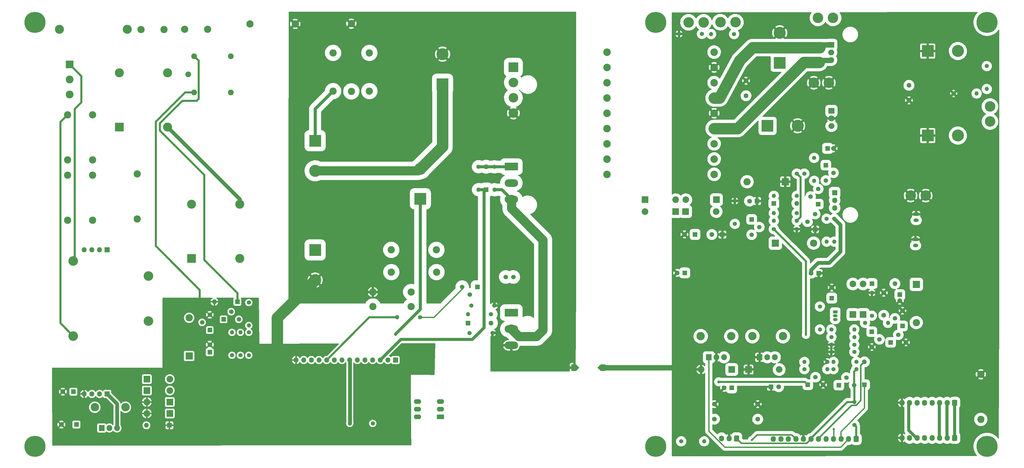
<source format=gbr>
%TF.GenerationSoftware,KiCad,Pcbnew,(5.99.0-9830-g9acf5e365a)*%
%TF.CreationDate,2021-04-14T10:40:31+02:00*%
%TF.ProjectId,Power Supply Board v2.0,506f7765-7220-4537-9570-706c7920426f,2.0*%
%TF.SameCoordinates,Original*%
%TF.FileFunction,Copper,L2,Bot*%
%TF.FilePolarity,Positive*%
%FSLAX46Y46*%
G04 Gerber Fmt 4.6, Leading zero omitted, Abs format (unit mm)*
G04 Created by KiCad (PCBNEW (5.99.0-9830-g9acf5e365a)) date 2021-04-14 10:40:31*
%MOMM*%
%LPD*%
G01*
G04 APERTURE LIST*
G04 Aperture macros list*
%AMRoundRect*
0 Rectangle with rounded corners*
0 $1 Rounding radius*
0 $2 $3 $4 $5 $6 $7 $8 $9 X,Y pos of 4 corners*
0 Add a 4 corners polygon primitive as box body*
4,1,4,$2,$3,$4,$5,$6,$7,$8,$9,$2,$3,0*
0 Add four circle primitives for the rounded corners*
1,1,$1+$1,$2,$3*
1,1,$1+$1,$4,$5*
1,1,$1+$1,$6,$7*
1,1,$1+$1,$8,$9*
0 Add four rect primitives between the rounded corners*
20,1,$1+$1,$2,$3,$4,$5,0*
20,1,$1+$1,$4,$5,$6,$7,0*
20,1,$1+$1,$6,$7,$8,$9,0*
20,1,$1+$1,$8,$9,$2,$3,0*%
%AMFreePoly0*
4,1,17,0.542426,1.042426,1.542425,0.042428,1.542427,0.042427,1.542427,0.042426,1.560000,0.000000,1.542427,-0.042427,1.542425,-0.042428,0.542426,-1.042426,0.500000,-1.060000,-1.000000,-1.060000,-1.042426,-1.042426,-1.060000,-1.000000,-1.060000,1.000000,-1.042426,1.042426,-1.000000,1.060000,0.500000,1.060000,0.542426,1.042426,0.542426,1.042426,$1*%
%AMFreePoly1*
4,1,14,1.042426,1.042426,1.060000,1.000000,1.060000,-1.000000,1.042426,-1.042426,1.000000,-1.060000,-0.500000,-1.060000,-0.542426,-1.042427,-1.542426,-0.042426,-1.559999,0.000000,-1.542426,0.042426,-0.542426,1.042427,-0.500000,1.060000,1.000000,1.060000,1.042426,1.042426,1.042426,1.042426,$1*%
G04 Aperture macros list end*
%TA.AperFunction,ComponentPad*%
%ADD10C,2.400000*%
%TD*%
%TA.AperFunction,ComponentPad*%
%ADD11R,1.600000X1.600000*%
%TD*%
%TA.AperFunction,ComponentPad*%
%ADD12C,1.600000*%
%TD*%
%TA.AperFunction,ComponentPad*%
%ADD13R,4.000000X4.000000*%
%TD*%
%TA.AperFunction,ComponentPad*%
%ADD14C,4.000000*%
%TD*%
%TA.AperFunction,ComponentPad*%
%ADD15C,1.400000*%
%TD*%
%TA.AperFunction,ComponentPad*%
%ADD16R,2.400000X2.400000*%
%TD*%
%TA.AperFunction,ComponentPad*%
%ADD17O,2.400000X2.400000*%
%TD*%
%TA.AperFunction,ComponentPad*%
%ADD18R,2.200000X2.200000*%
%TD*%
%TA.AperFunction,ComponentPad*%
%ADD19O,2.200000X2.200000*%
%TD*%
%TA.AperFunction,ComponentPad*%
%ADD20O,1.600000X1.600000*%
%TD*%
%TA.AperFunction,ComponentPad*%
%ADD21R,3.200000X3.200000*%
%TD*%
%TA.AperFunction,ComponentPad*%
%ADD22C,3.200000*%
%TD*%
%TA.AperFunction,ComponentPad*%
%ADD23R,2.000000X1.905000*%
%TD*%
%TA.AperFunction,ComponentPad*%
%ADD24O,2.000000X1.905000*%
%TD*%
%TA.AperFunction,ComponentPad*%
%ADD25C,3.000000*%
%TD*%
%TA.AperFunction,ComponentPad*%
%ADD26R,3.000000X3.000000*%
%TD*%
%TA.AperFunction,ComponentPad*%
%ADD27C,2.794000*%
%TD*%
%TA.AperFunction,ComponentPad*%
%ADD28R,2.600000X2.600000*%
%TD*%
%TA.AperFunction,ComponentPad*%
%ADD29C,2.600000*%
%TD*%
%TA.AperFunction,ComponentPad*%
%ADD30R,1.700000X1.700000*%
%TD*%
%TA.AperFunction,ComponentPad*%
%ADD31O,1.700000X1.700000*%
%TD*%
%TA.AperFunction,ComponentPad*%
%ADD32RoundRect,0.250000X-0.625000X0.350000X-0.625000X-0.350000X0.625000X-0.350000X0.625000X0.350000X0*%
%TD*%
%TA.AperFunction,ComponentPad*%
%ADD33O,1.750000X1.200000*%
%TD*%
%TA.AperFunction,ComponentPad*%
%ADD34C,3.500000*%
%TD*%
%TA.AperFunction,ComponentPad*%
%ADD35RoundRect,0.250000X0.600000X0.725000X-0.600000X0.725000X-0.600000X-0.725000X0.600000X-0.725000X0*%
%TD*%
%TA.AperFunction,ComponentPad*%
%ADD36O,1.700000X1.950000*%
%TD*%
%TA.AperFunction,ComponentPad*%
%ADD37C,1.900000*%
%TD*%
%TA.AperFunction,ComponentPad*%
%ADD38R,1.500000X1.500000*%
%TD*%
%TA.AperFunction,ComponentPad*%
%ADD39C,1.500000*%
%TD*%
%TA.AperFunction,ComponentPad*%
%ADD40R,4.500000X2.500000*%
%TD*%
%TA.AperFunction,ComponentPad*%
%ADD41O,4.500000X2.500000*%
%TD*%
%TA.AperFunction,ComponentPad*%
%ADD42R,1.800000X1.800000*%
%TD*%
%TA.AperFunction,ComponentPad*%
%ADD43O,1.800000X1.800000*%
%TD*%
%TA.AperFunction,ComponentPad*%
%ADD44R,1.500000X1.050000*%
%TD*%
%TA.AperFunction,ComponentPad*%
%ADD45O,1.500000X1.050000*%
%TD*%
%TA.AperFunction,ComponentPad*%
%ADD46O,1.400000X1.400000*%
%TD*%
%TA.AperFunction,ComponentPad*%
%ADD47C,2.499360*%
%TD*%
%TA.AperFunction,ComponentPad*%
%ADD48R,1.905000X2.000000*%
%TD*%
%TA.AperFunction,ComponentPad*%
%ADD49O,1.905000X2.000000*%
%TD*%
%TA.AperFunction,ComponentPad*%
%ADD50R,2.400000X1.600000*%
%TD*%
%TA.AperFunction,ComponentPad*%
%ADD51O,2.400000X1.600000*%
%TD*%
%TA.AperFunction,ComponentPad*%
%ADD52C,0.800000*%
%TD*%
%TA.AperFunction,ComponentPad*%
%ADD53C,7.000000*%
%TD*%
%TA.AperFunction,ComponentPad*%
%ADD54C,1.524000*%
%TD*%
%TA.AperFunction,SMDPad,CuDef*%
%ADD55FreePoly0,0.000000*%
%TD*%
%TA.AperFunction,SMDPad,CuDef*%
%ADD56FreePoly1,0.000000*%
%TD*%
%TA.AperFunction,ViaPad*%
%ADD57C,0.762000*%
%TD*%
%TA.AperFunction,ViaPad*%
%ADD58C,1.016000*%
%TD*%
%TA.AperFunction,Conductor*%
%ADD59C,0.635000*%
%TD*%
%TA.AperFunction,Conductor*%
%ADD60C,3.810000*%
%TD*%
%TA.AperFunction,Conductor*%
%ADD61C,1.270000*%
%TD*%
%TA.AperFunction,Conductor*%
%ADD62C,1.778000*%
%TD*%
%TA.AperFunction,Conductor*%
%ADD63C,0.508000*%
%TD*%
%TA.AperFunction,Conductor*%
%ADD64C,1.016000*%
%TD*%
%TA.AperFunction,Conductor*%
%ADD65C,3.048000*%
%TD*%
%TA.AperFunction,Conductor*%
%ADD66C,0.381000*%
%TD*%
G04 APERTURE END LIST*
D10*
%TO.P,C1,1*%
%TO.N,/N*%
X46761000Y-114748000D03*
%TO.P,C1,2*%
%TO.N,Earth_Protective*%
X46761000Y-129748000D03*
%TD*%
D11*
%TO.P,C2,1*%
%TO.N,Net-(C2-Pad1)*%
X93954200Y-193691200D03*
D12*
%TO.P,C2,2*%
%TO.N,GNDA*%
X93954200Y-191191200D03*
%TD*%
D10*
%TO.P,C3,1*%
%TO.N,Net-(C3-Pad1)*%
X55016000Y-114748000D03*
%TO.P,C3,2*%
%TO.N,Earth_Protective*%
X55016000Y-129748000D03*
%TD*%
%TO.P,C4,1*%
%TO.N,Net-(C4-Pad1)*%
X46761000Y-149800000D03*
%TO.P,C4,2*%
%TO.N,Earth_Protective*%
X46761000Y-134800000D03*
%TD*%
%TO.P,C6,1*%
%TO.N,Net-(C6-Pad1)*%
X55016000Y-149800000D03*
%TO.P,C6,2*%
%TO.N,Earth_Protective*%
X55016000Y-134800000D03*
%TD*%
D11*
%TO.P,C7,1*%
%TO.N,Net-(C7-Pad1)*%
X48666000Y-206823000D03*
D12*
%TO.P,C7,2*%
%TO.N,GNDA*%
X45166000Y-206823000D03*
%TD*%
D10*
%TO.P,C8,1*%
%TO.N,Net-(C8-Pad1)*%
X69875000Y-149419000D03*
%TO.P,C8,2*%
%TO.N,Net-(C8-Pad2)*%
X69875000Y-134419000D03*
%TD*%
%TO.P,C9,1*%
%TO.N,GND*%
X349909000Y-201056000D03*
%TO.P,C9,2*%
%TO.N,Net-(C9-Pad2)*%
X349909000Y-216056000D03*
%TD*%
D11*
%TO.P,C10,1*%
%TO.N,+16V*%
X49682000Y-217745000D03*
D12*
%TO.P,C10,2*%
%TO.N,GNDA*%
X44682000Y-217745000D03*
%TD*%
D10*
%TO.P,C11,1*%
%TO.N,GNDA*%
X140944200Y-84471200D03*
%TO.P,C11,2*%
%TO.N,VB*%
X140944200Y-106971200D03*
%TD*%
D11*
%TO.P,C12,1*%
%TO.N,GND*%
X275615000Y-143450000D03*
D12*
%TO.P,C12,2*%
%TO.N,Net-(C12-Pad2)*%
X273115000Y-143450000D03*
%TD*%
D13*
%TO.P,C13,1*%
%TO.N,VB*%
X163855000Y-142688000D03*
D14*
%TO.P,C13,2*%
%TO.N,Net-(C13-Pad2)*%
X163855000Y-132688000D03*
%TD*%
D13*
%TO.P,C14,1*%
%TO.N,Net-(C13-Pad2)*%
X171221000Y-104588000D03*
D14*
%TO.P,C14,2*%
%TO.N,GNDA*%
X171221000Y-94588000D03*
%TD*%
D13*
%TO.P,C15,1*%
%TO.N,VB*%
X128930000Y-123384000D03*
D14*
%TO.P,C15,2*%
%TO.N,Net-(C13-Pad2)*%
X128930000Y-133384000D03*
%TD*%
D13*
%TO.P,C16,1*%
%TO.N,Net-(C13-Pad2)*%
X128930000Y-159706000D03*
D14*
%TO.P,C16,2*%
%TO.N,GNDA*%
X128930000Y-169706000D03*
%TD*%
D10*
%TO.P,C17,1*%
%TO.N,Net-(C17-Pad1)*%
X169221400Y-167072000D03*
%TO.P,C17,2*%
%TO.N,Net-(C13-Pad2)*%
X154221400Y-167072000D03*
%TD*%
%TO.P,C18,1*%
%TO.N,Net-(C13-Pad2)*%
X154196000Y-159680600D03*
%TO.P,C18,2*%
%TO.N,Net-(C17-Pad1)*%
X169196000Y-159680600D03*
%TD*%
D15*
%TO.P,C19,1*%
%TO.N,Net-(C19-Pad1)*%
X288843000Y-134306000D03*
%TO.P,C19,2*%
%TO.N,Net-(C19-Pad2)*%
X291343000Y-134306000D03*
%TD*%
D11*
%TO.P,C20,1*%
%TO.N,Net-(C20-Pad1)*%
X299043888Y-125924000D03*
D12*
%TO.P,C20,2*%
%TO.N,GND*%
X301043888Y-125924000D03*
%TD*%
D11*
%TO.P,C21,1*%
%TO.N,Net-(C21-Pad1)*%
X300424730Y-175708000D03*
D12*
%TO.P,C21,2*%
%TO.N,GND*%
X300424730Y-172208000D03*
%TD*%
%TO.P,C22,1*%
%TO.N,Net-(C22-Pad1)*%
X317696730Y-181423000D03*
%TO.P,C22,2*%
%TO.N,GND*%
X317696730Y-173923000D03*
%TD*%
D11*
%TO.P,C23,1*%
%TO.N,Net-(C23-Pad1)*%
X323030730Y-174565000D03*
D12*
%TO.P,C23,2*%
%TO.N,GND*%
X323030730Y-176565000D03*
%TD*%
D13*
%TO.P,C24,1*%
%TO.N,Net-(C24-Pad1)*%
X279109830Y-118431000D03*
D14*
%TO.P,C24,2*%
%TO.N,GND*%
X289109830Y-118431000D03*
%TD*%
D13*
%TO.P,C25,1*%
%TO.N,GND*%
X332303630Y-121656800D03*
D14*
%TO.P,C25,2*%
%TO.N,Net-(C25-Pad2)*%
X342303630Y-121656800D03*
%TD*%
D11*
%TO.P,C26,1*%
%TO.N,Net-(C26-Pad1)*%
X255041000Y-154524400D03*
D12*
%TO.P,C26,2*%
%TO.N,GND*%
X251541000Y-154524400D03*
%TD*%
D11*
%TO.P,C27,1*%
%TO.N,GND*%
X264131800Y-154575200D03*
D12*
%TO.P,C27,2*%
%TO.N,Net-(C27-Pad2)*%
X260631800Y-154575200D03*
%TD*%
D13*
%TO.P,C28,1*%
%TO.N,Net-(C24-Pad1)*%
X283156400Y-97483971D03*
D14*
%TO.P,C28,2*%
%TO.N,GND*%
X283156400Y-87483971D03*
%TD*%
D13*
%TO.P,C29,1*%
%TO.N,GND*%
X332303630Y-93556000D03*
D14*
%TO.P,C29,2*%
%TO.N,Net-(C25-Pad2)*%
X342303630Y-93556000D03*
%TD*%
D11*
%TO.P,C30,1*%
%TO.N,+24V*%
X251637400Y-167326000D03*
D12*
%TO.P,C30,2*%
%TO.N,GND*%
X249137400Y-167326000D03*
%TD*%
D11*
%TO.P,C31,1*%
%TO.N,GND*%
X296073313Y-167427600D03*
D12*
%TO.P,C31,2*%
%TO.N,-24V*%
X293573313Y-167427600D03*
%TD*%
%TO.P,C32,1*%
%TO.N,Net-(C24-Pad1)*%
X271980400Y-108434200D03*
%TO.P,C32,2*%
%TO.N,GND*%
X271980400Y-103434200D03*
%TD*%
%TO.P,C33,1*%
%TO.N,GND*%
X326057000Y-109958200D03*
%TO.P,C33,2*%
%TO.N,Net-(C25-Pad2)*%
X326057000Y-104958200D03*
%TD*%
D11*
%TO.P,C34,1*%
%TO.N,+15V*%
X267214230Y-205553000D03*
D12*
%TO.P,C34,2*%
%TO.N,GND*%
X264714230Y-205553000D03*
%TD*%
D11*
%TO.P,C35,1*%
%TO.N,GND*%
X280295230Y-205172000D03*
D12*
%TO.P,C35,2*%
%TO.N,-15V*%
X282795230Y-205172000D03*
%TD*%
%TO.P,C36,1*%
%TO.N,-15V*%
X275850230Y-215967000D03*
%TO.P,C36,2*%
%TO.N,GND*%
X275850230Y-210967000D03*
%TD*%
%TO.P,C37,1*%
%TO.N,+15V*%
X261499230Y-215967000D03*
%TO.P,C37,2*%
%TO.N,GND*%
X261499230Y-210967000D03*
%TD*%
D16*
%TO.P,D1,1,K*%
%TO.N,Net-(C2-Pad1)*%
X87096200Y-194961200D03*
D17*
%TO.P,D1,2,A*%
%TO.N,Net-(D1-Pad2)*%
X87096200Y-182261200D03*
%TD*%
D18*
%TO.P,D2,1,K*%
%TO.N,Net-(C7-Pad1)*%
X73050000Y-202632000D03*
D19*
%TO.P,D2,2,A*%
%TO.N,Net-(D2-Pad2)*%
X80670000Y-202632000D03*
%TD*%
D18*
%TO.P,D3,1,K*%
%TO.N,Net-(C7-Pad1)*%
X73050000Y-206442000D03*
D19*
%TO.P,D3,2,A*%
%TO.N,Net-(D3-Pad2)*%
X80670000Y-206442000D03*
%TD*%
D18*
%TO.P,D4,1,K*%
%TO.N,Net-(D2-Pad2)*%
X80670000Y-210252000D03*
D19*
%TO.P,D4,2,A*%
%TO.N,GNDA*%
X73050000Y-210252000D03*
%TD*%
D18*
%TO.P,D5,1,K*%
%TO.N,Net-(D3-Pad2)*%
X80670000Y-214062000D03*
D19*
%TO.P,D5,2,A*%
%TO.N,GNDA*%
X73050000Y-214062000D03*
%TD*%
D11*
%TO.P,D6,1,K*%
%TO.N,Net-(D6-Pad1)*%
X103098200Y-176927200D03*
D20*
%TO.P,D6,2,A*%
%TO.N,GNDA*%
X95478200Y-176927200D03*
%TD*%
D11*
%TO.P,D7,1,K*%
%TO.N,GNDA*%
X80543000Y-217999000D03*
D20*
%TO.P,D7,2,A*%
%TO.N,Net-(D7-Pad2)*%
X72923000Y-217999000D03*
%TD*%
D21*
%TO.P,D8,1,+*%
%TO.N,VB*%
X194741400Y-98949200D03*
D22*
%TO.P,D8,2,~~*%
%TO.N,Net-(D8-Pad2)*%
X194741400Y-104029200D03*
%TO.P,D8,3,~~*%
%TO.N,Net-(D8-Pad3)*%
X194741400Y-109109200D03*
%TO.P,D8,4,-*%
%TO.N,GNDA*%
X194741400Y-114189200D03*
%TD*%
D16*
%TO.P,D9,1,K*%
%TO.N,GND*%
X285013000Y-136998400D03*
D17*
%TO.P,D9,2,A*%
%TO.N,Net-(C12-Pad2)*%
X272313000Y-136998400D03*
%TD*%
D11*
%TO.P,D10,1,K*%
%TO.N,Net-(D10-Pad1)*%
X281203000Y-144212000D03*
D20*
%TO.P,D10,2,A*%
%TO.N,/PR2*%
X288823000Y-144212000D03*
%TD*%
D16*
%TO.P,D11,1,K*%
%TO.N,Net-(D11-Pad1)*%
X281711000Y-157420000D03*
D17*
%TO.P,D11,2,A*%
%TO.N,Net-(C19-Pad2)*%
X294411000Y-157420000D03*
%TD*%
D11*
%TO.P,D12,1,K*%
%TO.N,HO*%
X185699000Y-139640000D03*
D20*
%TO.P,D12,2,A*%
%TO.N,Net-(D12-Pad2)*%
X185699000Y-132020000D03*
%TD*%
D11*
%TO.P,D13,1,K*%
%TO.N,LO*%
X179676800Y-183988400D03*
D20*
%TO.P,D13,2,A*%
%TO.N,Net-(D13-Pad2)*%
X187296800Y-183988400D03*
%TD*%
D18*
%TO.P,D14,1,K*%
%TO.N,Net-(C21-Pad1)*%
X307409730Y-181169000D03*
D19*
%TO.P,D14,2,A*%
%TO.N,Net-(D14-Pad2)*%
X307409730Y-171009000D03*
%TD*%
D18*
%TO.P,D15,1,K*%
%TO.N,Net-(C22-Pad1)*%
X310838730Y-181169000D03*
D19*
%TO.P,D15,2,A*%
%TO.N,Net-(D14-Pad2)*%
X310838730Y-171009000D03*
%TD*%
D23*
%TO.P,D16,1,A1*%
%TO.N,Net-(D16-Pad1)*%
X300276000Y-91456200D03*
D24*
%TO.P,D16,2,common*%
%TO.N,Net-(C24-Pad1)*%
X300276000Y-93996200D03*
%TO.P,D16,3,A2*%
%TO.N,Net-(D16-Pad3)*%
X300276000Y-96536200D03*
%TD*%
D23*
%TO.P,D17,1,A1*%
%TO.N,Net-(T3-Pad12)*%
X300326800Y-113427200D03*
D24*
%TO.P,D17,2,common*%
%TO.N,GND*%
X300326800Y-115967200D03*
%TO.P,D17,3,A2*%
%TO.N,Net-(T3-Pad10)*%
X300326800Y-118507200D03*
%TD*%
D18*
%TO.P,D18,1,K*%
%TO.N,Net-(C26-Pad1)*%
X248587000Y-146955200D03*
D19*
%TO.P,D18,2,A*%
%TO.N,Net-(D18-Pad2)*%
X238427000Y-146955200D03*
%TD*%
D18*
%TO.P,D19,1,K*%
%TO.N,Net-(C26-Pad1)*%
X251939800Y-146955200D03*
D19*
%TO.P,D19,2,A*%
%TO.N,Net-(D14-Pad2)*%
X262099800Y-146955200D03*
%TD*%
D18*
%TO.P,D20,1,K*%
%TO.N,Net-(D18-Pad2)*%
X238477800Y-142992800D03*
D19*
%TO.P,D20,2,A*%
%TO.N,Net-(C27-Pad2)*%
X248637800Y-142992800D03*
%TD*%
D18*
%TO.P,D21,1,K*%
%TO.N,Net-(D14-Pad2)*%
X262150600Y-142992800D03*
D19*
%TO.P,D21,2,A*%
%TO.N,Net-(C27-Pad2)*%
X251990600Y-142992800D03*
%TD*%
D11*
%TO.P,D22,1,K*%
%TO.N,Net-(C22-Pad1)*%
X313759730Y-170882000D03*
D20*
%TO.P,D22,2,A*%
%TO.N,Net-(C23-Pad1)*%
X321379730Y-170882000D03*
%TD*%
D16*
%TO.P,D23,1,K*%
%TO.N,Net-(C23-Pad1)*%
X328491730Y-171136000D03*
D17*
%TO.P,D23,2,A*%
%TO.N,Net-(D23-Pad2)*%
X328491730Y-183836000D03*
%TD*%
D11*
%TO.P,D24,1,K*%
%TO.N,FAULT*%
X311283230Y-204537000D03*
D20*
%TO.P,D24,2,A*%
%TO.N,TEMP*%
X311283230Y-196917000D03*
%TD*%
D18*
%TO.P,D25,1,K*%
%TO.N,+15V*%
X267214230Y-199457000D03*
D19*
%TO.P,D25,2,A*%
%TO.N,GND*%
X257054230Y-199457000D03*
%TD*%
D18*
%TO.P,D26,1,K*%
%TO.N,GND*%
X272802230Y-199457000D03*
D19*
%TO.P,D26,2,A*%
%TO.N,-15V*%
X282962230Y-199457000D03*
%TD*%
D25*
%TO.P,F1,1*%
%TO.N,Net-(C3-Pad1)*%
X66573000Y-86363500D03*
%TO.P,F1,2*%
%TO.N,/L*%
X44073000Y-86363500D03*
%TD*%
D26*
%TO.P,FL1,1,1*%
%TO.N,/N*%
X63906000Y-118812000D03*
D25*
%TO.P,FL1,2,2*%
%TO.N,Net-(C6-Pad1)*%
X79906000Y-118812000D03*
%TO.P,FL1,3,3*%
%TO.N,Net-(C3-Pad1)*%
X79906000Y-100812000D03*
%TO.P,FL1,4,4*%
%TO.N,Net-(C4-Pad1)*%
X63906000Y-100812000D03*
%TD*%
D26*
%TO.P,FL2,1,1*%
%TO.N,Net-(FL2-Pad1)*%
X87909000Y-162500000D03*
D25*
%TO.P,FL2,2,2*%
%TO.N,Net-(C8-Pad1)*%
X103909000Y-162500000D03*
%TO.P,FL2,3,3*%
%TO.N,Net-(C6-Pad1)*%
X103909000Y-144500000D03*
%TO.P,FL2,4,4*%
%TO.N,Net-(C8-Pad2)*%
X87909000Y-144500000D03*
%TD*%
D27*
%TO.P,HS3,1*%
%TO.N,N/C*%
X256927230Y-188382600D03*
%TO.P,HS3,2*%
X267087230Y-188382600D03*
%TD*%
%TO.P,HS5,1*%
%TO.N,N/C*%
X55778000Y-212004600D03*
%TO.P,HS5,2*%
X65938000Y-212004600D03*
%TD*%
D28*
%TO.P,J1,1,Pin_1*%
%TO.N,/L*%
X47396000Y-97984000D03*
D29*
%TO.P,J1,2,Pin_2*%
%TO.N,/N*%
X47396000Y-102984000D03*
%TO.P,J1,3,Pin_3*%
%TO.N,Earth_Protective*%
X47396000Y-107984000D03*
%TD*%
D30*
%TO.P,J2,1,Pin_1*%
%TO.N,VB*%
X155600000Y-196282000D03*
D31*
%TO.P,J2,2,Pin_2*%
%TO.N,unconnected-(J2-Pad2)*%
X153060000Y-196282000D03*
%TO.P,J2,3,Pin_3*%
%TO.N,HO*%
X150520000Y-196282000D03*
%TO.P,J2,4,Pin_4*%
%TO.N,VS*%
X147980000Y-196282000D03*
%TO.P,J2,5,Pin_5*%
%TO.N,unconnected-(J2-Pad5)*%
X145440000Y-196282000D03*
%TO.P,J2,6,Pin_6*%
%TO.N,LO*%
X142900000Y-196282000D03*
%TO.P,J2,7,Pin_7*%
%TO.N,+16V*%
X140360000Y-196282000D03*
%TO.P,J2,8,Pin_8*%
%TO.N,FBK+*%
X137820000Y-196282000D03*
%TO.P,J2,9,Pin_9*%
%TO.N,FBK-*%
X135280000Y-196282000D03*
%TO.P,J2,10,Pin_10*%
%TO.N,Shutdown*%
X132740000Y-196282000D03*
%TO.P,J2,11,Pin_11*%
%TO.N,CS+*%
X130200000Y-196282000D03*
%TO.P,J2,12,Pin_12*%
%TO.N,CS-*%
X127660000Y-196282000D03*
%TO.P,J2,13,Pin_13*%
%TO.N,~Shutdown*%
X125120000Y-196282000D03*
%TO.P,J2,14,Pin_14*%
%TO.N,GNDA*%
X122580000Y-196282000D03*
%TD*%
D32*
%TO.P,J3,1,Pin_1*%
%TO.N,GND*%
X328243800Y-156200800D03*
D33*
%TO.P,J3,2,Pin_2*%
%TO.N,Net-(C20-Pad1)*%
X328243800Y-158200800D03*
%TD*%
D32*
%TO.P,J4,1,Pin_1*%
%TO.N,GND*%
X328455800Y-147834800D03*
D33*
%TO.P,J4,2,Pin_2*%
%TO.N,Net-(C20-Pad1)*%
X328455800Y-149834800D03*
%TD*%
D34*
%TO.P,J5,1,Pin_1*%
%TO.N,Net-(C24-Pad1)*%
X252895800Y-84013200D03*
X257895800Y-84013200D03*
%TD*%
%TO.P,J6,1,Pin_1*%
%TO.N,GND*%
X326618200Y-141621200D03*
X331618200Y-141621200D03*
%TD*%
%TO.P,J7,1,Pin_1*%
%TO.N,Net-(C25-Pad2)*%
X295874200Y-82541600D03*
X300874200Y-82541600D03*
%TD*%
%TO.P,J8,1,Pin_1*%
%TO.N,Net-(C24-Pad1)*%
X268463800Y-83964000D03*
X263463800Y-83964000D03*
%TD*%
%TO.P,J9,1,Pin_1*%
%TO.N,GND*%
X299459000Y-104106000D03*
X294459000Y-104106000D03*
%TD*%
%TO.P,J10,1,Pin_1*%
%TO.N,Net-(C25-Pad2)*%
X352959000Y-112006000D03*
X352959000Y-117006000D03*
%TD*%
D35*
%TO.P,J11,1,Pin_1*%
%TO.N,Net-(J11-Pad1)*%
X341255230Y-210506000D03*
D36*
%TO.P,J11,2,Pin_2*%
%TO.N,+15V*%
X338755230Y-210506000D03*
%TO.P,J11,3,Pin_3*%
%TO.N,-15V*%
X336255230Y-210506000D03*
%TO.P,J11,4,Pin_4*%
%TO.N,SIG_A*%
X333755230Y-210506000D03*
%TO.P,J11,5,Pin_5*%
%TO.N,CLIP_A*%
X331255230Y-210506000D03*
%TO.P,J11,6,Pin_6*%
%TO.N,/PR1*%
X328755230Y-210506000D03*
%TO.P,J11,7,Pin_7*%
%TO.N,Net-(J11-Pad7)*%
X326255230Y-210506000D03*
%TO.P,J11,8,Pin_8*%
%TO.N,GND*%
X323755230Y-210506000D03*
%TD*%
D35*
%TO.P,J12,1,Pin_1*%
%TO.N,Net-(J11-Pad1)*%
X341255230Y-222190000D03*
D36*
%TO.P,J12,2,Pin_2*%
%TO.N,+15V*%
X338755230Y-222190000D03*
%TO.P,J12,3,Pin_3*%
%TO.N,-15V*%
X336255230Y-222190000D03*
%TO.P,J12,4,Pin_4*%
%TO.N,SIG_B*%
X333755230Y-222190000D03*
%TO.P,J12,5,Pin_5*%
%TO.N,CLIP_B*%
X331255230Y-222190000D03*
%TO.P,J12,6,Pin_6*%
%TO.N,Net-(J11-Pad7)*%
X328755230Y-222190000D03*
%TO.P,J12,7,Pin_7*%
%TO.N,/PR2*%
X326255230Y-222190000D03*
%TO.P,J12,8,Pin_8*%
%TO.N,GND*%
X323755230Y-222190000D03*
%TD*%
D35*
%TO.P,J13,1,Pin_1*%
%TO.N,PWR*%
X308523230Y-222578500D03*
D36*
%TO.P,J13,2,Pin_2*%
%TO.N,+24V*%
X306023230Y-222578500D03*
%TO.P,J13,3,Pin_3*%
%TO.N,FAULT*%
X303523230Y-222578500D03*
%TO.P,J13,4,Pin_4*%
%TO.N,CLIP_A*%
X301023230Y-222578500D03*
%TO.P,J13,5,Pin_5*%
%TO.N,CLIP_B*%
X298523230Y-222578500D03*
%TO.P,J13,6,Pin_6*%
%TO.N,TEMP*%
X296023230Y-222578500D03*
%TO.P,J13,7,Pin_7*%
%TO.N,+15V*%
X293523230Y-222578500D03*
%TO.P,J13,8,Pin_8*%
%TO.N,GND*%
X291023230Y-222578500D03*
%TO.P,J13,9,Pin_9*%
%TO.N,-15V*%
X288523230Y-222578500D03*
%TO.P,J13,10,Pin_10*%
%TO.N,SIG_A*%
X286023230Y-222578500D03*
%TO.P,J13,11,Pin_11*%
%TO.N,SIG_B*%
X283523230Y-222578500D03*
%TO.P,J13,12,Pin_12*%
%TO.N,MUTE*%
X281023230Y-222578500D03*
%TD*%
D35*
%TO.P,J14,1,Pin_1*%
%TO.N,+15V*%
X268856200Y-222342400D03*
D36*
%TO.P,J14,2,Pin_2*%
%TO.N,GND*%
X266356200Y-222342400D03*
%TO.P,J14,3,Pin_3*%
%TO.N,-15V*%
X263856200Y-222342400D03*
%TD*%
D37*
%TO.P,K1,11*%
%TO.N,Net-(C4-Pad1)*%
X86766000Y-101286000D03*
%TO.P,K1,12*%
%TO.N,unconnected-(K1-Pad12)*%
X100966000Y-95286000D03*
%TO.P,K1,14*%
%TO.N,Net-(FL2-Pad1)*%
X100966000Y-107286000D03*
%TO.P,K1,A1*%
%TO.N,GNDA*%
X88766000Y-107286000D03*
%TO.P,K1,A2*%
%TO.N,Net-(D6-Pad1)*%
X88766000Y-95286000D03*
%TD*%
D38*
%TO.P,Q1,1,C*%
%TO.N,Net-(Q1-Pad1)*%
X93954200Y-186325200D03*
D39*
%TO.P,Q1,2,B*%
%TO.N,Net-(D1-Pad2)*%
X91414200Y-183785200D03*
%TO.P,Q1,3,E*%
%TO.N,GNDA*%
X93954200Y-181245200D03*
%TD*%
D38*
%TO.P,Q2,1,E*%
%TO.N,+16V*%
X98526200Y-182769200D03*
D39*
%TO.P,Q2,2,B*%
%TO.N,Net-(Q2-Pad2)*%
X101066200Y-180229200D03*
%TO.P,Q2,3,C*%
%TO.N,Net-(Q2-Pad3)*%
X103606200Y-182769200D03*
%TD*%
D38*
%TO.P,Q3,1,E*%
%TO.N,Net-(Q3-Pad1)*%
X295943000Y-144466000D03*
D39*
%TO.P,Q3,2,B*%
%TO.N,Net-(C12-Pad2)*%
X293403000Y-141926000D03*
%TO.P,Q3,3,C*%
%TO.N,-24V*%
X295943000Y-139386000D03*
%TD*%
D38*
%TO.P,Q4,1,E*%
%TO.N,Net-(D11-Pad1)*%
X273837000Y-149546000D03*
D39*
%TO.P,Q4,2,B*%
%TO.N,Net-(D10-Pad1)*%
X276377000Y-152086000D03*
%TO.P,Q4,3,C*%
%TO.N,Net-(Q4-Pad3)*%
X273837000Y-154626000D03*
%TD*%
D38*
%TO.P,Q5,1,E*%
%TO.N,GND*%
X294927000Y-152848000D03*
D39*
%TO.P,Q5,2,B*%
%TO.N,Net-(C19-Pad1)*%
X292387000Y-150308000D03*
%TO.P,Q5,3,C*%
%TO.N,Net-(C19-Pad2)*%
X294927000Y-147768000D03*
%TD*%
D40*
%TO.P,Q6,1,G*%
%TO.N,Net-(D12-Pad2)*%
X194081000Y-131981900D03*
D41*
%TO.P,Q6,2,D*%
%TO.N,VB*%
X194081000Y-137431900D03*
%TO.P,Q6,3,S*%
%TO.N,VS*%
X194081000Y-142881900D03*
%TD*%
D40*
%TO.P,Q7,1,G*%
%TO.N,Net-(D13-Pad2)*%
X194081000Y-180534000D03*
D41*
%TO.P,Q7,2,D*%
%TO.N,VS*%
X194081000Y-185984000D03*
%TO.P,Q7,3,S*%
%TO.N,GNDA*%
X194081000Y-191434000D03*
%TD*%
D38*
%TO.P,Q8,1,E*%
%TO.N,Net-(Q8-Pad1)*%
X298475000Y-131512000D03*
D39*
%TO.P,Q8,2,B*%
%TO.N,Net-(Q8-Pad2)*%
X301015000Y-134052000D03*
%TO.P,Q8,3,C*%
%TO.N,-24V*%
X298475000Y-136592000D03*
%TD*%
D42*
%TO.P,Q9,1,E*%
%TO.N,Net-(C20-Pad1)*%
X301402000Y-140656000D03*
D43*
%TO.P,Q9,2,C*%
%TO.N,-24V*%
X301402000Y-143196000D03*
%TO.P,Q9,3,B*%
%TO.N,Net-(Q8-Pad1)*%
X301402000Y-145736000D03*
%TD*%
D38*
%TO.P,Q10,1,C*%
%TO.N,Net-(Q10-Pad1)*%
X292487230Y-204537000D03*
D39*
%TO.P,Q10,2,B*%
%TO.N,FAULT*%
X295027230Y-201997000D03*
%TO.P,Q10,3,E*%
%TO.N,GND*%
X297567230Y-204537000D03*
%TD*%
D38*
%TO.P,Q11,1,C*%
%TO.N,Net-(Q11-Pad1)*%
X302774230Y-204664000D03*
D39*
%TO.P,Q11,2,B*%
%TO.N,Net-(Q11-Pad2)*%
X305314230Y-202124000D03*
%TO.P,Q11,3,E*%
%TO.N,+15V*%
X307854230Y-204664000D03*
%TD*%
D38*
%TO.P,Q12,1,C*%
%TO.N,Net-(Q12-Pad1)*%
X323919730Y-184979000D03*
D39*
%TO.P,Q12,2,B*%
%TO.N,Net-(D23-Pad2)*%
X321379730Y-182439000D03*
%TO.P,Q12,3,E*%
%TO.N,GND*%
X323919730Y-179899000D03*
%TD*%
D44*
%TO.P,Q14,1,E*%
%TO.N,Net-(C21-Pad1)*%
X301567730Y-180280000D03*
D45*
%TO.P,Q14,2,B*%
%TO.N,Net-(Q14-Pad2)*%
X301567730Y-181550000D03*
%TO.P,Q14,3,C*%
%TO.N,MUTE*%
X301567730Y-182820000D03*
%TD*%
D38*
%TO.P,Q15,1,C*%
%TO.N,Net-(C23-Pad1)*%
X319982730Y-190440000D03*
D39*
%TO.P,Q15,2,B*%
%TO.N,TEMP*%
X322522730Y-187900000D03*
%TO.P,Q15,3,E*%
%TO.N,GND*%
X325062730Y-190440000D03*
%TD*%
D15*
%TO.P,R1,1*%
%TO.N,Net-(C2-Pad1)*%
X101320200Y-194707200D03*
D46*
%TO.P,R1,2*%
%TO.N,+16V*%
X101320200Y-187087200D03*
%TD*%
D15*
%TO.P,R2,1*%
%TO.N,Net-(Q1-Pad1)*%
X104114200Y-194707200D03*
D46*
%TO.P,R2,2*%
%TO.N,+16V*%
X104114200Y-187087200D03*
%TD*%
D10*
%TO.P,R3,1*%
%TO.N,Net-(R3-Pad1)*%
X78765000Y-86427000D03*
D17*
%TO.P,R3,2*%
%TO.N,Net-(C4-Pad1)*%
X71145000Y-86427000D03*
%TD*%
D15*
%TO.P,R4,1*%
%TO.N,Net-(Q2-Pad2)*%
X106908200Y-187087200D03*
D46*
%TO.P,R4,2*%
%TO.N,Net-(Q1-Pad1)*%
X106908200Y-194707200D03*
%TD*%
D10*
%TO.P,R5,1*%
%TO.N,Net-(FL2-Pad1)*%
X93243000Y-86363500D03*
D17*
%TO.P,R5,2*%
%TO.N,Net-(R3-Pad1)*%
X85623000Y-86363500D03*
%TD*%
D15*
%TO.P,R6,1*%
%TO.N,Net-(D6-Pad1)*%
X106908200Y-177181200D03*
D46*
%TO.P,R6,2*%
%TO.N,Net-(Q2-Pad3)*%
X106908200Y-184801200D03*
%TD*%
D10*
%TO.P,R7,1*%
%TO.N,VB*%
X134899000Y-106874000D03*
D17*
%TO.P,R7,2*%
%TO.N,Net-(R7-Pad2)*%
X134899000Y-94174000D03*
%TD*%
D10*
%TO.P,R8,1*%
%TO.N,Net-(R7-Pad2)*%
X146938600Y-94174000D03*
D17*
%TO.P,R8,2*%
%TO.N,Net-(C13-Pad2)*%
X146938600Y-106874000D03*
%TD*%
D10*
%TO.P,R9,1*%
%TO.N,Net-(C13-Pad2)*%
X148107000Y-178502000D03*
D17*
%TO.P,R9,2*%
%TO.N,Net-(R10-Pad1)*%
X160807000Y-178502000D03*
%TD*%
D10*
%TO.P,R10,1*%
%TO.N,Net-(R10-Pad1)*%
X160807000Y-173676000D03*
D17*
%TO.P,R10,2*%
%TO.N,GNDA*%
X148107000Y-173676000D03*
%TD*%
D15*
%TO.P,R11,1*%
%TO.N,-24V*%
X288823000Y-141672000D03*
D46*
%TO.P,R11,2*%
%TO.N,Net-(C12-Pad2)*%
X281203000Y-141672000D03*
%TD*%
D15*
%TO.P,R12,1*%
%TO.N,Net-(Q3-Pad1)*%
X288823000Y-147428000D03*
D46*
%TO.P,R12,2*%
%TO.N,/PR2*%
X281203000Y-147428000D03*
%TD*%
D15*
%TO.P,R13,1*%
%TO.N,/PR1*%
X281203000Y-152762000D03*
D46*
%TO.P,R13,2*%
%TO.N,GND*%
X288823000Y-152762000D03*
%TD*%
D15*
%TO.P,R14,1*%
%TO.N,Net-(C19-Pad1)*%
X288823000Y-149968000D03*
D46*
%TO.P,R14,2*%
%TO.N,/PR1*%
X281203000Y-149968000D03*
%TD*%
D15*
%TO.P,R15,1*%
%TO.N,Net-(Q4-Pad3)*%
X268246600Y-151019200D03*
D46*
%TO.P,R15,2*%
%TO.N,GND*%
X268246600Y-143399200D03*
%TD*%
D15*
%TO.P,R16,1*%
%TO.N,-24V*%
X298729000Y-149292000D03*
D46*
%TO.P,R16,2*%
%TO.N,Net-(C19-Pad2)*%
X298729000Y-156912000D03*
%TD*%
D15*
%TO.P,R17,1*%
%TO.N,Net-(D12-Pad2)*%
X183159000Y-132020000D03*
D46*
%TO.P,R17,2*%
%TO.N,HO*%
X183159000Y-139640000D03*
%TD*%
D15*
%TO.P,R18,1*%
%TO.N,Net-(D13-Pad2)*%
X187271400Y-181092800D03*
D46*
%TO.P,R18,2*%
%TO.N,LO*%
X179651400Y-181092800D03*
%TD*%
D15*
%TO.P,R19,1*%
%TO.N,-24V*%
X301269000Y-149292000D03*
D46*
%TO.P,R19,2*%
%TO.N,Net-(C19-Pad2)*%
X301269000Y-156912000D03*
%TD*%
D15*
%TO.P,R20,1*%
%TO.N,Net-(Q8-Pad2)*%
X294586400Y-129099000D03*
D46*
%TO.P,R20,2*%
%TO.N,Net-(C19-Pad2)*%
X294586400Y-136719000D03*
%TD*%
D15*
%TO.P,R21,1*%
%TO.N,Net-(D12-Pad2)*%
X188493000Y-132045400D03*
D46*
%TO.P,R21,2*%
%TO.N,VS*%
X188493000Y-139665400D03*
%TD*%
D15*
%TO.P,R22,1*%
%TO.N,Net-(D13-Pad2)*%
X180159400Y-187290400D03*
D46*
%TO.P,R22,2*%
%TO.N,GNDA*%
X187779400Y-187290400D03*
%TD*%
D15*
%TO.P,R23,1*%
%TO.N,Net-(R23-Pad1)*%
X148056200Y-217364000D03*
D46*
%TO.P,R23,2*%
%TO.N,+16V*%
X140436200Y-217364000D03*
%TD*%
D15*
%TO.P,R24,1*%
%TO.N,Net-(R24-Pad1)*%
X250450230Y-223333000D03*
D46*
%TO.P,R24,2*%
%TO.N,+15V*%
X258070230Y-223333000D03*
%TD*%
D15*
%TO.P,R25,1*%
%TO.N,Net-(C22-Pad1)*%
X313759730Y-181550000D03*
D46*
%TO.P,R25,2*%
%TO.N,GND*%
X313759730Y-173930000D03*
%TD*%
D15*
%TO.P,R26,1*%
%TO.N,Net-(C21-Pad1)*%
X311473730Y-183963000D03*
D46*
%TO.P,R26,2*%
%TO.N,Net-(C23-Pad1)*%
X319093730Y-183963000D03*
%TD*%
D15*
%TO.P,R27,1*%
%TO.N,FAULT*%
X291344230Y-199330000D03*
D46*
%TO.P,R27,2*%
%TO.N,Net-(Q11-Pad1)*%
X298964230Y-199330000D03*
%TD*%
D15*
%TO.P,R28,1*%
%TO.N,GND*%
X298964230Y-196917000D03*
D46*
%TO.P,R28,2*%
%TO.N,FAULT*%
X291344230Y-196917000D03*
%TD*%
D15*
%TO.P,R29,1*%
%TO.N,Net-(C21-Pad1)*%
X300297730Y-188662000D03*
D46*
%TO.P,R29,2*%
%TO.N,Net-(Q12-Pad1)*%
X307917730Y-188662000D03*
%TD*%
D15*
%TO.P,R30,1*%
%TO.N,Net-(C24-Pad1)*%
X268018000Y-87900200D03*
D46*
%TO.P,R30,2*%
%TO.N,Net-(R30-Pad2)*%
X260398000Y-87900200D03*
%TD*%
D15*
%TO.P,R31,1*%
%TO.N,Net-(R30-Pad2)*%
X257350000Y-87849400D03*
D46*
%TO.P,R31,2*%
%TO.N,GND*%
X249730000Y-87849400D03*
%TD*%
D15*
%TO.P,R32,1*%
%TO.N,GND*%
X340909000Y-107686800D03*
D46*
%TO.P,R32,2*%
%TO.N,Net-(R32-Pad2)*%
X348529000Y-107686800D03*
%TD*%
D15*
%TO.P,R33,1*%
%TO.N,Net-(R32-Pad2)*%
X351909000Y-98556000D03*
D46*
%TO.P,R33,2*%
%TO.N,Net-(C25-Pad2)*%
X351909000Y-106176000D03*
%TD*%
D15*
%TO.P,R34,1*%
%TO.N,Net-(Q12-Pad1)*%
X307917730Y-191202000D03*
D46*
%TO.P,R34,2*%
%TO.N,GND*%
X300297730Y-191202000D03*
%TD*%
D15*
%TO.P,R35,1*%
%TO.N,Net-(Q11-Pad2)*%
X300996230Y-199330000D03*
D46*
%TO.P,R35,2*%
%TO.N,+15V*%
X308616230Y-199330000D03*
%TD*%
D15*
%TO.P,R36,1*%
%TO.N,Net-(C21-Pad1)*%
X296487730Y-178502000D03*
D46*
%TO.P,R36,2*%
%TO.N,Net-(Q14-Pad2)*%
X296487730Y-186122000D03*
%TD*%
D15*
%TO.P,R37,1*%
%TO.N,Net-(Q14-Pad2)*%
X300297730Y-186122000D03*
D46*
%TO.P,R37,2*%
%TO.N,Net-(Q13-Pad1)*%
X307917730Y-186122000D03*
%TD*%
D15*
%TO.P,R38,1*%
%TO.N,PWR*%
X307981230Y-217872000D03*
D46*
%TO.P,R38,2*%
%TO.N,+15V*%
X307981230Y-210252000D03*
%TD*%
D15*
%TO.P,R39,1*%
%TO.N,Net-(J11-Pad1)*%
X308616230Y-196917000D03*
D46*
%TO.P,R39,2*%
%TO.N,Net-(Q11-Pad2)*%
X300996230Y-196917000D03*
%TD*%
D15*
%TO.P,R40,1*%
%TO.N,TEMP*%
X307917730Y-193615000D03*
D46*
%TO.P,R40,2*%
%TO.N,GND*%
X300297730Y-193615000D03*
%TD*%
D47*
%TO.P,T3,1,1*%
%TO.N,VS*%
X225831000Y-93920000D03*
%TO.P,T3,2,2*%
X225831000Y-99000000D03*
%TO.P,T3,3,3*%
%TO.N,Net-(L5-Pad7)*%
X225831000Y-104080000D03*
%TO.P,T3,4,4*%
X225831000Y-109160000D03*
%TO.P,T3,5*%
%TO.N,N/C*%
X225831000Y-114240000D03*
%TO.P,T3,6*%
X225831000Y-119320000D03*
%TO.P,T3,7,7*%
%TO.N,unconnected-(T3-Pad7)*%
X225831000Y-124400000D03*
%TO.P,T3,8,8*%
%TO.N,unconnected-(T3-Pad8)*%
X225831000Y-129480000D03*
%TO.P,T3,9,9*%
%TO.N,unconnected-(T3-Pad9)*%
X225831000Y-134560000D03*
%TO.P,T3,10,10*%
%TO.N,Net-(T3-Pad10)*%
X261391000Y-134560000D03*
%TO.P,T3,11,11*%
%TO.N,Net-(C25-Pad2)*%
X261391000Y-129480000D03*
%TO.P,T3,12,12*%
%TO.N,Net-(T3-Pad12)*%
X261391000Y-124400000D03*
%TO.P,T3,13,13*%
%TO.N,Net-(D16-Pad3)*%
X261391000Y-119320000D03*
%TO.P,T3,14,14*%
%TO.N,GND*%
X261391000Y-114240000D03*
%TO.P,T3,15,15*%
%TO.N,Net-(D16-Pad1)*%
X261391000Y-109160000D03*
%TO.P,T3,16,16*%
%TO.N,Net-(D14-Pad2)*%
X261391000Y-104080000D03*
%TO.P,T3,17,17*%
%TO.N,GND*%
X261391000Y-99000000D03*
%TO.P,T3,18,18*%
%TO.N,Net-(D18-Pad2)*%
X261391000Y-93920000D03*
%TD*%
D48*
%TO.P,U1,1,VI*%
%TO.N,Net-(C7-Pad1)*%
X58064000Y-218888000D03*
D49*
%TO.P,U1,2,GND*%
%TO.N,Net-(D7-Pad2)*%
X60604000Y-218888000D03*
%TO.P,U1,3,VO*%
%TO.N,+16V*%
X63144000Y-218888000D03*
%TD*%
D50*
%TO.P,U2,1*%
%TO.N,Net-(R24-Pad1)*%
X170524800Y-215215400D03*
D51*
%TO.P,U2,2*%
%TO.N,Net-(Q10-Pad1)*%
X170524800Y-212675400D03*
%TO.P,U2,3,NC*%
%TO.N,unconnected-(U2-Pad3)*%
X170524800Y-210135400D03*
%TO.P,U2,4*%
%TO.N,Shutdown*%
X162904800Y-210135400D03*
%TO.P,U2,5*%
%TO.N,Net-(R23-Pad1)*%
X162904800Y-212675400D03*
%TO.P,U2,6*%
%TO.N,unconnected-(U2-Pad6)*%
X162904800Y-215215400D03*
%TD*%
D48*
%TO.P,U3,1,VI*%
%TO.N,+24V*%
X259594230Y-195393000D03*
D49*
%TO.P,U3,2,GND*%
%TO.N,GND*%
X262134230Y-195393000D03*
%TO.P,U3,3,VO*%
%TO.N,+15V*%
X264674230Y-195393000D03*
%TD*%
D48*
%TO.P,U4,1,GND*%
%TO.N,GND*%
X276485230Y-195393000D03*
D49*
%TO.P,U4,2,VI*%
%TO.N,-24V*%
X279025230Y-195393000D03*
%TO.P,U4,3,VO*%
%TO.N,-15V*%
X281565230Y-195393000D03*
%TD*%
D22*
%TO.P,T1,1,AA*%
%TO.N,/L*%
X48612000Y-163335000D03*
%TO.P,T1,2,AB*%
%TO.N,/N*%
X48612000Y-188335000D03*
%TO.P,T1,3,SA*%
%TO.N,Net-(D3-Pad2)*%
X73612000Y-168335000D03*
%TO.P,T1,4,SB*%
%TO.N,Net-(D2-Pad2)*%
X73612000Y-183335000D03*
%TD*%
D52*
%TO.P,H1,1,1*%
%TO.N,Earth_Protective*%
X34052845Y-82143845D03*
D53*
X35909000Y-84000000D03*
D52*
X35909000Y-81375000D03*
X38534000Y-84000000D03*
X37765155Y-85856155D03*
X35909000Y-86625000D03*
X37765155Y-82143845D03*
X34052845Y-85856155D03*
X33284000Y-84000000D03*
%TD*%
%TO.P,H2,1*%
%TO.N,N/C*%
X35909000Y-222375000D03*
X37765155Y-223143845D03*
X35909000Y-227625000D03*
X37765155Y-226856155D03*
X34052845Y-223143845D03*
D53*
X35909000Y-225000000D03*
D52*
X33284000Y-225000000D03*
X34052845Y-226856155D03*
X38534000Y-225000000D03*
%TD*%
%TO.P,H3,1*%
%TO.N,N/C*%
X353856155Y-85856155D03*
X352000000Y-81375000D03*
X353856155Y-82143845D03*
X349375000Y-84000000D03*
X354625000Y-84000000D03*
X352000000Y-86625000D03*
X350143845Y-85856155D03*
D53*
X352000000Y-84000000D03*
D52*
X350143845Y-82143845D03*
%TD*%
%TO.P,H4,1*%
%TO.N,N/C*%
X242000000Y-222375000D03*
D53*
X242000000Y-225000000D03*
D52*
X243856155Y-223143845D03*
X242000000Y-227625000D03*
X240143845Y-223143845D03*
X240143845Y-226856155D03*
X239375000Y-225000000D03*
X244625000Y-225000000D03*
X243856155Y-226856155D03*
%TD*%
D10*
%TO.P,C5,1*%
%TO.N,GNDA*%
X122326000Y-84522000D03*
%TO.P,C5,2*%
%TO.N,Earth_Protective*%
X107326000Y-84522000D03*
%TD*%
D52*
%TO.P,H5,1,1*%
%TO.N,Net-(C9-Pad2)*%
X350143845Y-223143845D03*
X352000000Y-227625000D03*
X354625000Y-225000000D03*
X353856155Y-226856155D03*
X353856155Y-223143845D03*
X349375000Y-225000000D03*
X352000000Y-222375000D03*
X350143845Y-226856155D03*
D53*
X352000000Y-225000000D03*
%TD*%
D27*
%TO.P,HS7,1*%
%TO.N,N/C*%
X274072230Y-188382600D03*
%TO.P,HS7,2*%
X284232230Y-188382600D03*
%TD*%
D15*
%TO.P,R41,1*%
%TO.N,Net-(Q16-Pad3)*%
X163751000Y-182108800D03*
D46*
%TO.P,R41,2*%
%TO.N,Shutdown*%
X156131000Y-182108800D03*
%TD*%
D54*
%TO.P,TH1,1*%
%TO.N,+16V*%
X194713600Y-168672200D03*
%TO.P,TH1,2*%
%TO.N,Net-(Q16-Pad2)*%
X192213600Y-168672200D03*
%TD*%
D15*
%TO.P,R42,1*%
%TO.N,Net-(Q16-Pad2)*%
X180819800Y-178197200D03*
D46*
%TO.P,R42,2*%
%TO.N,GNDA*%
X188439800Y-178197200D03*
%TD*%
D38*
%TO.P,Q16,1,E*%
%TO.N,+16V*%
X182826400Y-172042400D03*
D39*
%TO.P,Q16,2,B*%
%TO.N,Net-(Q16-Pad2)*%
X180286400Y-174582400D03*
%TO.P,Q16,3,C*%
%TO.N,Net-(Q16-Pad3)*%
X177746400Y-172042400D03*
%TD*%
D38*
%TO.P,Q13,1,C*%
%TO.N,Net-(Q13-Pad1)*%
X313715000Y-186884000D03*
D39*
%TO.P,Q13,2,B*%
%TO.N,Net-(Q12-Pad1)*%
X316255000Y-189424000D03*
%TO.P,Q13,3,E*%
%TO.N,GND*%
X313715000Y-191964000D03*
%TD*%
D52*
%TO.P,H6,1*%
%TO.N,N/C*%
X242000000Y-86625000D03*
X242000000Y-81375000D03*
X243856155Y-82143845D03*
D53*
X242000000Y-84000000D03*
D52*
X239375000Y-84000000D03*
X240143845Y-82143845D03*
X244625000Y-84000000D03*
X240143845Y-85856155D03*
X243856155Y-85856155D03*
%TD*%
D30*
%TO.P,B1,1,+Vb*%
%TO.N,VB*%
X59892800Y-159635000D03*
D31*
%TO.P,B1,2,2*%
%TO.N,unconnected-(B1-Pad2)*%
X57352800Y-159635000D03*
%TO.P,B1,3,3*%
%TO.N,unconnected-(B1-Pad3)*%
X54812800Y-159635000D03*
%TO.P,B1,4,PWRGND*%
%TO.N,GNDA*%
X52272800Y-159635000D03*
D30*
%TO.P,B1,5,+16V*%
%TO.N,+16V*%
X59892800Y-207585000D03*
D31*
%TO.P,B1,6,6*%
%TO.N,unconnected-(B1-Pad6)*%
X57352800Y-207585000D03*
%TO.P,B1,7,7*%
%TO.N,unconnected-(B1-Pad7)*%
X54812800Y-207585000D03*
%TO.P,B1,8,GND*%
%TO.N,GNDA*%
X52272800Y-207585000D03*
%TD*%
D55*
%TO.P,E1,1*%
%TO.N,GNDA*%
X215052000Y-198822000D03*
D56*
%TO.P,E1,2*%
%TO.N,GND*%
X224214800Y-198822000D03*
%TD*%
D57*
%TO.N,VB*%
X155648400Y-187747600D03*
%TO.N,-15V*%
X273949615Y-222914615D03*
%TO.N,/PR1*%
X291871089Y-187906089D03*
%TO.N,CLIP_A*%
X301063400Y-219243600D03*
D58*
%TO.N,Net-(Q10-Pad1)*%
X262915000Y-203546400D03*
%TD*%
D59*
%TO.N,/N*%
X46761000Y-114748000D02*
X44343499Y-117165501D01*
X44343499Y-117165501D02*
X44343499Y-184066499D01*
X44343499Y-184066499D02*
X48612000Y-188335000D01*
%TO.N,GNDA*%
X76053478Y-158417476D02*
X90626501Y-172990499D01*
X90626501Y-172990499D02*
X90601400Y-173015600D01*
D60*
X128930000Y-169706000D02*
X116357000Y-182279000D01*
D59*
X88766000Y-107286000D02*
X85818093Y-107286000D01*
X76053478Y-117050615D02*
X76053478Y-158417476D01*
X85818093Y-107286000D02*
X76053478Y-117050615D01*
X90626501Y-172990499D02*
X90626501Y-176596701D01*
D60*
X116357000Y-182279000D02*
X116357000Y-192472000D01*
D61*
%TO.N,Net-(C6-Pad1)*%
X103909000Y-144500000D02*
X103909000Y-142815000D01*
X103909000Y-142815000D02*
X79906000Y-118812000D01*
D62*
%TO.N,GND*%
X224214800Y-198822000D02*
X248691000Y-198822000D01*
D63*
X248995800Y-198822000D02*
X248691000Y-198822000D01*
D61*
%TO.N,+16V*%
X63144000Y-218888000D02*
X63144000Y-210836200D01*
X140436200Y-217364000D02*
X140436200Y-196358200D01*
X63144000Y-210836200D02*
X59892800Y-207585000D01*
D64*
%TO.N,VB*%
X155648400Y-187646000D02*
X155648400Y-187747600D01*
X128930000Y-112843000D02*
X128930000Y-123384000D01*
X163855000Y-142688000D02*
X163855000Y-179439400D01*
X163855000Y-179439400D02*
X155648400Y-187646000D01*
X134899000Y-106874000D02*
X128930000Y-112843000D01*
D60*
%TO.N,Net-(C13-Pad2)*%
X171221000Y-125322000D02*
X163855000Y-132688000D01*
X171221000Y-104588000D02*
X171221000Y-125322000D01*
D65*
X163159000Y-133384000D02*
X163855000Y-132688000D01*
X132671400Y-133384000D02*
X163159000Y-133384000D01*
X128930000Y-133384000D02*
X132671400Y-133384000D01*
D59*
%TO.N,Net-(C19-Pad1)*%
X290092911Y-135555911D02*
X288843000Y-134306000D01*
X290092911Y-148698089D02*
X290092911Y-135555911D01*
X288823000Y-149968000D02*
X290092911Y-148698089D01*
D66*
%TO.N,+24V*%
X303363730Y-225238000D02*
X306023230Y-222578500D01*
X264939757Y-225238000D02*
X259594230Y-219892473D01*
X264939757Y-225238000D02*
X303363730Y-225238000D01*
X259594230Y-219892473D02*
X259594230Y-195393000D01*
D61*
%TO.N,-24V*%
X295896343Y-163973200D02*
X299541800Y-163973200D01*
X293573313Y-167427600D02*
X293573313Y-166296230D01*
X303301000Y-151324000D02*
X301269000Y-149292000D01*
X293573313Y-166296230D02*
X295896343Y-163973200D01*
X303301000Y-160214000D02*
X303301000Y-151324000D01*
X299541800Y-163973200D02*
X303301000Y-160214000D01*
D59*
%TO.N,+15V*%
X307981230Y-210252000D02*
X305609730Y-210252000D01*
X307981230Y-210252000D02*
X307981230Y-204791000D01*
X307854230Y-204664000D02*
X307854230Y-200092000D01*
D64*
X338715230Y-210506000D02*
X338715230Y-222190000D01*
D59*
X307854230Y-210125000D02*
X307981230Y-210252000D01*
X307854230Y-200092000D02*
X308616230Y-199330000D01*
X305609730Y-210252000D02*
X293283230Y-222578500D01*
D63*
X293523230Y-222578500D02*
X292141810Y-223959920D01*
X270473720Y-223959920D02*
X268856200Y-222342400D01*
D59*
X307981230Y-204791000D02*
X307854230Y-204664000D01*
D63*
X292141810Y-223959920D02*
X270473720Y-223959920D01*
%TO.N,-15V*%
X287141810Y-221197080D02*
X275667150Y-221197080D01*
X288523230Y-222578500D02*
X287141810Y-221197080D01*
X275667150Y-221197080D02*
X273949615Y-222914615D01*
D64*
X336175230Y-210506000D02*
X336175230Y-222190000D01*
D59*
%TO.N,Net-(D6-Pad1)*%
X92098489Y-134730406D02*
X77388489Y-120020406D01*
X84840176Y-110151907D02*
X89558693Y-110151907D01*
X90245800Y-96765800D02*
X88766000Y-95286000D01*
X77388489Y-120020406D02*
X77388489Y-117603594D01*
X103098200Y-176927200D02*
X103098200Y-174031600D01*
X77388489Y-117603594D02*
X84840176Y-110151907D01*
X92098489Y-163031889D02*
X92098489Y-134730406D01*
X103098200Y-174031600D02*
X92098489Y-163031889D01*
X90245800Y-109464800D02*
X90245800Y-96765800D01*
X89558693Y-110151907D02*
X90245800Y-109464800D01*
D64*
%TO.N,Net-(D12-Pad2)*%
X185699000Y-132020000D02*
X183159000Y-132020000D01*
X188493000Y-132045400D02*
X194081000Y-132045400D01*
X194081000Y-132045400D02*
X194144500Y-131981900D01*
X185724400Y-132045400D02*
X185699000Y-132020000D01*
X188493000Y-132045400D02*
X185724400Y-132045400D01*
%TO.N,HO*%
X181099200Y-189424000D02*
X157378000Y-189424000D01*
X183159000Y-139640000D02*
X185699000Y-139640000D01*
X185699000Y-139640000D02*
X184985400Y-140353600D01*
X184985400Y-185537800D02*
X181099200Y-189424000D01*
X157378000Y-189424000D02*
X150520000Y-196282000D01*
X184985400Y-140353600D02*
X184985400Y-185537800D01*
D60*
%TO.N,Net-(D16-Pad3)*%
X261391000Y-119320000D02*
X269183010Y-119320000D01*
D62*
X300199800Y-96612400D02*
X297710600Y-96612400D01*
X300276000Y-96536200D02*
X300199800Y-96612400D01*
D60*
X269183010Y-119320000D02*
X291154010Y-97349000D01*
X291154010Y-97349000D02*
X296237400Y-97349000D01*
%TO.N,Net-(D16-Pad1)*%
X274164800Y-92421400D02*
X296415200Y-92421400D01*
X269846800Y-96739400D02*
X274164800Y-92421400D01*
D62*
X295196000Y-91456200D02*
X294332400Y-92319800D01*
X300276000Y-91456200D02*
X295196000Y-91456200D01*
D60*
X263158314Y-109160000D02*
X269846800Y-96739400D01*
X261391000Y-109160000D02*
X263158314Y-109160000D01*
D63*
%TO.N,TEMP*%
X310076819Y-198123411D02*
X310076819Y-209793900D01*
X308512308Y-211358411D02*
X307043318Y-211358411D01*
X307043318Y-211358411D02*
X295823230Y-222578500D01*
X310076819Y-209793900D02*
X308512308Y-211358411D01*
X311283230Y-196917000D02*
X310076819Y-198123411D01*
D66*
%TO.N,FAULT*%
X303443230Y-220068626D02*
X303443230Y-222578500D01*
X311283230Y-204537000D02*
X311283230Y-212228626D01*
X311283230Y-212228626D02*
X303443230Y-220068626D01*
D59*
%TO.N,/L*%
X48612000Y-163335000D02*
X49097800Y-162849200D01*
X51330600Y-110586917D02*
X51330600Y-101918600D01*
X51330600Y-101918600D02*
X47396000Y-97984000D01*
X49097800Y-162849200D02*
X49097800Y-112819717D01*
X49097800Y-112819717D02*
X51330600Y-110586917D01*
%TO.N,Shutdown*%
X146913200Y-182108800D02*
X156131000Y-182108800D01*
X132740000Y-196282000D02*
X146913200Y-182108800D01*
D65*
%TO.N,VS*%
X204596600Y-156423098D02*
X204596600Y-186376000D01*
X204596600Y-186376000D02*
X202463000Y-188509600D01*
X196606600Y-188509600D02*
X194081000Y-185984000D01*
X194144500Y-142881900D02*
X194144500Y-145970998D01*
D64*
X190928000Y-139665400D02*
X194144500Y-142881900D01*
D65*
X202463000Y-188509600D02*
X196606600Y-188509600D01*
X194144500Y-145970998D02*
X204596600Y-156423098D01*
D64*
X188493000Y-139665400D02*
X190928000Y-139665400D01*
%TO.N,Net-(J11-Pad7)*%
X326015230Y-219650000D02*
X328555230Y-222190000D01*
X326015230Y-210506000D02*
X326015230Y-219650000D01*
D59*
%TO.N,/PR1*%
X281203000Y-152762000D02*
X291871089Y-163430089D01*
X291871089Y-163430089D02*
X291871089Y-187906089D01*
D66*
%TO.N,CLIP_A*%
X301063400Y-219243600D02*
X301063400Y-222538330D01*
D63*
X300903230Y-222614703D02*
X300903230Y-222578500D01*
D66*
X301063400Y-222538330D02*
X301023230Y-222578500D01*
D64*
%TO.N,Net-(J11-Pad1)*%
X341255230Y-210506000D02*
X341255230Y-222190000D01*
D59*
%TO.N,PWR*%
X308523230Y-218414000D02*
X307981230Y-217872000D01*
X308523230Y-222578500D02*
X308523230Y-218414000D01*
%TO.N,Net-(Q10-Pad1)*%
X291496630Y-203546400D02*
X262915000Y-203546400D01*
X292487230Y-204537000D02*
X291496630Y-203546400D01*
D66*
%TO.N,Net-(Q16-Pad3)*%
X177746400Y-172677400D02*
X177746400Y-172042400D01*
X163751000Y-182108800D02*
X168315000Y-182108800D01*
X168315000Y-182108800D02*
X177746400Y-172677400D01*
%TD*%
%TA.AperFunction,Conductor*%
%TO.N,GNDA*%
G36*
X110200150Y-175556522D02*
G01*
X110246733Y-175610099D01*
X110258203Y-175661593D01*
X110384019Y-190885310D01*
X110384169Y-190903424D01*
X110397568Y-190903376D01*
X136740270Y-190808949D01*
X136808462Y-190828707D01*
X136855147Y-190882195D01*
X136865503Y-190952433D01*
X136836242Y-191017119D01*
X136829817Y-191024043D01*
X132962663Y-194891197D01*
X132900351Y-194925223D01*
X132857013Y-194927010D01*
X132832244Y-194923727D01*
X132809513Y-194920714D01*
X132809510Y-194920714D01*
X132804230Y-194920014D01*
X132798900Y-194920214D01*
X132798899Y-194920214D01*
X132705320Y-194923727D01*
X132573831Y-194928663D01*
X132529246Y-194938018D01*
X132353411Y-194974912D01*
X132353408Y-194974913D01*
X132348184Y-194976009D01*
X132133740Y-195060697D01*
X131936631Y-195180306D01*
X131932601Y-195183803D01*
X131805280Y-195294286D01*
X131762492Y-195331415D01*
X131759109Y-195335541D01*
X131759105Y-195335545D01*
X131715039Y-195389288D01*
X131616304Y-195509705D01*
X131613667Y-195514338D01*
X131613666Y-195514339D01*
X131580116Y-195573278D01*
X131529033Y-195622584D01*
X131459402Y-195636445D01*
X131393332Y-195610461D01*
X131366094Y-195581312D01*
X131360686Y-195573278D01*
X131262627Y-195427626D01*
X131230199Y-195393632D01*
X131128791Y-195287330D01*
X131103482Y-195260799D01*
X130918504Y-195123171D01*
X130913753Y-195120755D01*
X130913749Y-195120753D01*
X130717740Y-195021097D01*
X130717739Y-195021097D01*
X130712982Y-195018678D01*
X130584403Y-194978753D01*
X130497895Y-194951891D01*
X130497889Y-194951890D01*
X130492792Y-194950307D01*
X130378681Y-194935183D01*
X130269515Y-194920714D01*
X130269510Y-194920714D01*
X130264230Y-194920014D01*
X130258900Y-194920214D01*
X130258899Y-194920214D01*
X130165320Y-194923727D01*
X130033831Y-194928663D01*
X129989246Y-194938018D01*
X129813411Y-194974912D01*
X129813408Y-194974913D01*
X129808184Y-194976009D01*
X129593740Y-195060697D01*
X129396631Y-195180306D01*
X129392601Y-195183803D01*
X129265280Y-195294286D01*
X129222492Y-195331415D01*
X129219109Y-195335541D01*
X129219105Y-195335545D01*
X129175039Y-195389288D01*
X129076304Y-195509705D01*
X129073667Y-195514338D01*
X129073666Y-195514339D01*
X129040116Y-195573278D01*
X128989033Y-195622584D01*
X128919402Y-195636445D01*
X128853332Y-195610461D01*
X128826094Y-195581312D01*
X128820686Y-195573278D01*
X128722627Y-195427626D01*
X128690199Y-195393632D01*
X128588791Y-195287330D01*
X128563482Y-195260799D01*
X128378504Y-195123171D01*
X128373753Y-195120755D01*
X128373749Y-195120753D01*
X128177740Y-195021097D01*
X128177739Y-195021097D01*
X128172982Y-195018678D01*
X128044403Y-194978753D01*
X127957895Y-194951891D01*
X127957889Y-194951890D01*
X127952792Y-194950307D01*
X127838681Y-194935183D01*
X127729515Y-194920714D01*
X127729510Y-194920714D01*
X127724230Y-194920014D01*
X127718900Y-194920214D01*
X127718899Y-194920214D01*
X127625320Y-194923727D01*
X127493831Y-194928663D01*
X127449246Y-194938018D01*
X127273411Y-194974912D01*
X127273408Y-194974913D01*
X127268184Y-194976009D01*
X127053740Y-195060697D01*
X126856631Y-195180306D01*
X126852601Y-195183803D01*
X126725280Y-195294286D01*
X126682492Y-195331415D01*
X126679109Y-195335541D01*
X126679105Y-195335545D01*
X126635039Y-195389288D01*
X126536304Y-195509705D01*
X126533667Y-195514338D01*
X126533666Y-195514339D01*
X126500116Y-195573278D01*
X126449033Y-195622584D01*
X126379402Y-195636445D01*
X126313332Y-195610461D01*
X126286094Y-195581312D01*
X126280686Y-195573278D01*
X126182627Y-195427626D01*
X126150199Y-195393632D01*
X126048791Y-195287330D01*
X126023482Y-195260799D01*
X125838504Y-195123171D01*
X125833753Y-195120755D01*
X125833749Y-195120753D01*
X125637740Y-195021097D01*
X125637739Y-195021097D01*
X125632982Y-195018678D01*
X125504403Y-194978753D01*
X125417895Y-194951891D01*
X125417889Y-194951890D01*
X125412792Y-194950307D01*
X125298681Y-194935183D01*
X125189515Y-194920714D01*
X125189510Y-194920714D01*
X125184230Y-194920014D01*
X125178900Y-194920214D01*
X125178899Y-194920214D01*
X125085320Y-194923727D01*
X124953831Y-194928663D01*
X124909246Y-194938018D01*
X124733411Y-194974912D01*
X124733408Y-194974913D01*
X124728184Y-194976009D01*
X124513740Y-195060697D01*
X124316631Y-195180306D01*
X124312601Y-195183803D01*
X124185280Y-195294286D01*
X124142492Y-195331415D01*
X124139109Y-195335541D01*
X124139105Y-195335545D01*
X124095039Y-195389288D01*
X123996304Y-195509705D01*
X123967741Y-195559883D01*
X123959842Y-195573760D01*
X123908760Y-195623066D01*
X123839130Y-195636928D01*
X123773059Y-195610945D01*
X123745820Y-195581795D01*
X123645218Y-195432366D01*
X123638557Y-195424080D01*
X123486830Y-195265030D01*
X123478873Y-195257990D01*
X123302523Y-195126782D01*
X123293486Y-195121178D01*
X123097550Y-195021559D01*
X123087699Y-195017559D01*
X122877778Y-194952378D01*
X122867396Y-194950095D01*
X122851959Y-194948049D01*
X122837792Y-194950246D01*
X122834000Y-194963430D01*
X122834000Y-197601941D01*
X122838151Y-197616079D01*
X122848798Y-197617774D01*
X122852192Y-197617096D01*
X123063333Y-197555954D01*
X123073259Y-197552143D01*
X123271065Y-197456307D01*
X123280212Y-197450876D01*
X123459041Y-197323083D01*
X123467149Y-197316182D01*
X123621893Y-197160082D01*
X123628706Y-197151934D01*
X123747368Y-196982781D01*
X123802864Y-196938501D01*
X123873489Y-196931254D01*
X123936822Y-196963340D01*
X123961196Y-196994923D01*
X123981685Y-197032580D01*
X124124424Y-197213644D01*
X124177539Y-197261553D01*
X124291659Y-197364489D01*
X124291665Y-197364494D01*
X124295629Y-197368069D01*
X124490406Y-197491439D01*
X124703184Y-197580228D01*
X124708387Y-197581425D01*
X124708392Y-197581426D01*
X124922678Y-197630701D01*
X124922683Y-197630702D01*
X124927881Y-197631897D01*
X124933209Y-197632200D01*
X124933212Y-197632200D01*
X125083877Y-197640755D01*
X125158071Y-197644968D01*
X125163378Y-197644368D01*
X125163380Y-197644368D01*
X125337354Y-197624700D01*
X125387173Y-197619068D01*
X125392288Y-197617587D01*
X125392292Y-197617586D01*
X125517161Y-197581426D01*
X125608635Y-197554937D01*
X125816125Y-197454409D01*
X125820463Y-197451309D01*
X125820468Y-197451306D01*
X125999370Y-197323459D01*
X126003711Y-197320357D01*
X126166030Y-197156617D01*
X126169090Y-197152255D01*
X126169095Y-197152249D01*
X126287634Y-196983271D01*
X126343130Y-196938990D01*
X126413755Y-196931743D01*
X126477088Y-196963829D01*
X126501461Y-196995410D01*
X126521685Y-197032580D01*
X126664424Y-197213644D01*
X126717539Y-197261553D01*
X126831659Y-197364489D01*
X126831665Y-197364494D01*
X126835629Y-197368069D01*
X127030406Y-197491439D01*
X127243184Y-197580228D01*
X127248387Y-197581425D01*
X127248392Y-197581426D01*
X127462678Y-197630701D01*
X127462683Y-197630702D01*
X127467881Y-197631897D01*
X127473209Y-197632200D01*
X127473212Y-197632200D01*
X127623877Y-197640755D01*
X127698071Y-197644968D01*
X127703378Y-197644368D01*
X127703380Y-197644368D01*
X127877354Y-197624700D01*
X127927173Y-197619068D01*
X127932288Y-197617587D01*
X127932292Y-197617586D01*
X128057161Y-197581426D01*
X128148635Y-197554937D01*
X128356125Y-197454409D01*
X128360463Y-197451309D01*
X128360468Y-197451306D01*
X128539370Y-197323459D01*
X128543711Y-197320357D01*
X128706030Y-197156617D01*
X128709090Y-197152255D01*
X128709095Y-197152249D01*
X128827634Y-196983271D01*
X128883130Y-196938990D01*
X128953755Y-196931743D01*
X129017088Y-196963829D01*
X129041461Y-196995410D01*
X129061685Y-197032580D01*
X129204424Y-197213644D01*
X129257539Y-197261553D01*
X129371659Y-197364489D01*
X129371665Y-197364494D01*
X129375629Y-197368069D01*
X129570406Y-197491439D01*
X129783184Y-197580228D01*
X129788387Y-197581425D01*
X129788392Y-197581426D01*
X130002678Y-197630701D01*
X130002683Y-197630702D01*
X130007881Y-197631897D01*
X130013209Y-197632200D01*
X130013212Y-197632200D01*
X130163877Y-197640755D01*
X130238071Y-197644968D01*
X130243378Y-197644368D01*
X130243380Y-197644368D01*
X130417354Y-197624700D01*
X130467173Y-197619068D01*
X130472288Y-197617587D01*
X130472292Y-197617586D01*
X130597161Y-197581426D01*
X130688635Y-197554937D01*
X130896125Y-197454409D01*
X130900463Y-197451309D01*
X130900468Y-197451306D01*
X131079370Y-197323459D01*
X131083711Y-197320357D01*
X131246030Y-197156617D01*
X131249090Y-197152255D01*
X131249095Y-197152249D01*
X131367634Y-196983271D01*
X131423130Y-196938990D01*
X131493755Y-196931743D01*
X131557088Y-196963829D01*
X131581461Y-196995410D01*
X131601685Y-197032580D01*
X131744424Y-197213644D01*
X131797539Y-197261553D01*
X131911659Y-197364489D01*
X131911665Y-197364494D01*
X131915629Y-197368069D01*
X132110406Y-197491439D01*
X132323184Y-197580228D01*
X132328387Y-197581425D01*
X132328392Y-197581426D01*
X132542678Y-197630701D01*
X132542683Y-197630702D01*
X132547881Y-197631897D01*
X132553209Y-197632200D01*
X132553212Y-197632200D01*
X132703877Y-197640755D01*
X132778071Y-197644968D01*
X132783378Y-197644368D01*
X132783380Y-197644368D01*
X132957354Y-197624700D01*
X133007173Y-197619068D01*
X133012288Y-197617587D01*
X133012292Y-197617586D01*
X133137161Y-197581426D01*
X133228635Y-197554937D01*
X133436125Y-197454409D01*
X133440463Y-197451309D01*
X133440468Y-197451306D01*
X133619370Y-197323459D01*
X133623711Y-197320357D01*
X133786030Y-197156617D01*
X133789090Y-197152255D01*
X133789095Y-197152249D01*
X133907634Y-196983271D01*
X133963130Y-196938990D01*
X134033755Y-196931743D01*
X134097088Y-196963829D01*
X134121461Y-196995410D01*
X134141685Y-197032580D01*
X134284424Y-197213644D01*
X134337539Y-197261553D01*
X134451659Y-197364489D01*
X134451665Y-197364494D01*
X134455629Y-197368069D01*
X134650406Y-197491439D01*
X134863184Y-197580228D01*
X134868387Y-197581425D01*
X134868392Y-197581426D01*
X135082678Y-197630701D01*
X135082683Y-197630702D01*
X135087881Y-197631897D01*
X135093209Y-197632200D01*
X135093212Y-197632200D01*
X135243877Y-197640755D01*
X135318071Y-197644968D01*
X135323378Y-197644368D01*
X135323380Y-197644368D01*
X135497354Y-197624700D01*
X135547173Y-197619068D01*
X135552288Y-197617587D01*
X135552292Y-197617586D01*
X135677161Y-197581426D01*
X135768635Y-197554937D01*
X135976125Y-197454409D01*
X135980463Y-197451309D01*
X135980468Y-197451306D01*
X136159370Y-197323459D01*
X136163711Y-197320357D01*
X136326030Y-197156617D01*
X136329090Y-197152255D01*
X136329095Y-197152249D01*
X136447634Y-196983271D01*
X136503130Y-196938990D01*
X136573755Y-196931743D01*
X136637088Y-196963829D01*
X136661461Y-196995410D01*
X136681685Y-197032580D01*
X136824424Y-197213644D01*
X136877539Y-197261553D01*
X136991659Y-197364489D01*
X136991665Y-197364494D01*
X136995629Y-197368069D01*
X137190406Y-197491439D01*
X137403184Y-197580228D01*
X137408387Y-197581425D01*
X137408392Y-197581426D01*
X137622678Y-197630701D01*
X137622683Y-197630702D01*
X137627881Y-197631897D01*
X137633209Y-197632200D01*
X137633212Y-197632200D01*
X137783877Y-197640755D01*
X137858071Y-197644968D01*
X137863378Y-197644368D01*
X137863380Y-197644368D01*
X138037354Y-197624700D01*
X138087173Y-197619068D01*
X138092288Y-197617587D01*
X138092292Y-197617586D01*
X138217161Y-197581426D01*
X138308635Y-197554937D01*
X138516125Y-197454409D01*
X138520463Y-197451309D01*
X138520468Y-197451306D01*
X138699370Y-197323459D01*
X138703711Y-197320357D01*
X138866030Y-197156617D01*
X138869090Y-197152255D01*
X138869095Y-197152249D01*
X138987634Y-196983271D01*
X139043130Y-196938990D01*
X139113755Y-196931743D01*
X139177088Y-196963829D01*
X139201461Y-196995410D01*
X139221685Y-197032580D01*
X139224989Y-197036771D01*
X139265650Y-197088349D01*
X139292115Y-197154228D01*
X139292700Y-197166355D01*
X139292700Y-216943591D01*
X139283608Y-216990585D01*
X139274493Y-217013260D01*
X139273356Y-217018751D01*
X139273355Y-217018754D01*
X139236494Y-217196750D01*
X139230742Y-217224524D01*
X139225095Y-217440196D01*
X139225944Y-217445742D01*
X139256653Y-217646426D01*
X139257729Y-217653460D01*
X139288806Y-217744228D01*
X139325316Y-217850865D01*
X139327613Y-217857575D01*
X139432538Y-218046088D01*
X139436091Y-218050428D01*
X139436093Y-218050432D01*
X139512181Y-218143393D01*
X139569187Y-218213041D01*
X139573450Y-218216682D01*
X139573451Y-218216683D01*
X139591856Y-218232402D01*
X139733242Y-218353158D01*
X139767319Y-218373071D01*
X139914670Y-218459176D01*
X139914673Y-218459177D01*
X139919517Y-218462008D01*
X139924787Y-218463937D01*
X139924788Y-218463937D01*
X140116859Y-218534225D01*
X140116863Y-218534226D01*
X140122123Y-218536151D01*
X140127639Y-218537114D01*
X140127644Y-218537115D01*
X140329133Y-218572280D01*
X140329134Y-218572280D01*
X140334657Y-218573244D01*
X140340263Y-218573215D01*
X140340267Y-218573215D01*
X140438501Y-218572700D01*
X140550400Y-218572114D01*
X140555918Y-218571091D01*
X140555921Y-218571091D01*
X140757015Y-218533821D01*
X140757016Y-218533821D01*
X140762534Y-218532798D01*
X140767779Y-218530816D01*
X140767783Y-218530815D01*
X140937960Y-218466510D01*
X140964353Y-218456537D01*
X141149477Y-218345742D01*
X141153697Y-218342060D01*
X141153702Y-218342057D01*
X141307826Y-218207606D01*
X141312056Y-218203916D01*
X141360544Y-218143393D01*
X141443444Y-218039918D01*
X141443447Y-218039913D01*
X141446950Y-218035541D01*
X141549895Y-217845939D01*
X141617638Y-217641104D01*
X141637731Y-217499923D01*
X141646232Y-217440196D01*
X146845095Y-217440196D01*
X146845944Y-217445742D01*
X146876653Y-217646426D01*
X146877729Y-217653460D01*
X146908806Y-217744228D01*
X146945316Y-217850865D01*
X146947613Y-217857575D01*
X147052538Y-218046088D01*
X147056091Y-218050428D01*
X147056093Y-218050432D01*
X147132181Y-218143393D01*
X147189187Y-218213041D01*
X147193450Y-218216682D01*
X147193451Y-218216683D01*
X147211856Y-218232402D01*
X147353242Y-218353158D01*
X147387319Y-218373071D01*
X147534670Y-218459176D01*
X147534673Y-218459177D01*
X147539517Y-218462008D01*
X147544787Y-218463937D01*
X147544788Y-218463937D01*
X147736859Y-218534225D01*
X147736863Y-218534226D01*
X147742123Y-218536151D01*
X147747639Y-218537114D01*
X147747644Y-218537115D01*
X147949133Y-218572280D01*
X147949134Y-218572280D01*
X147954657Y-218573244D01*
X147960263Y-218573215D01*
X147960267Y-218573215D01*
X148058501Y-218572700D01*
X148170400Y-218572114D01*
X148175918Y-218571091D01*
X148175921Y-218571091D01*
X148377015Y-218533821D01*
X148377016Y-218533821D01*
X148382534Y-218532798D01*
X148387779Y-218530816D01*
X148387783Y-218530815D01*
X148557960Y-218466510D01*
X148584353Y-218456537D01*
X148769477Y-218345742D01*
X148773697Y-218342060D01*
X148773702Y-218342057D01*
X148927826Y-218207606D01*
X148932056Y-218203916D01*
X148980544Y-218143393D01*
X149063444Y-218039918D01*
X149063447Y-218039913D01*
X149066950Y-218035541D01*
X149169895Y-217845939D01*
X149237638Y-217641104D01*
X149257731Y-217499923D01*
X149267526Y-217431101D01*
X149267526Y-217431100D01*
X149268037Y-217427510D01*
X149268277Y-217418365D01*
X149269605Y-217367631D01*
X149269605Y-217367630D01*
X149269700Y-217364000D01*
X149267357Y-217337741D01*
X149263180Y-217290943D01*
X149250521Y-217149108D01*
X149211935Y-217008060D01*
X149195074Y-216946424D01*
X149195070Y-216946412D01*
X149193592Y-216941008D01*
X149100710Y-216746278D01*
X149094211Y-216737233D01*
X148978090Y-216575632D01*
X148978085Y-216575627D01*
X148974814Y-216571074D01*
X148819880Y-216420933D01*
X148698558Y-216339408D01*
X148645461Y-216303728D01*
X148645455Y-216303725D01*
X148640808Y-216300602D01*
X148495424Y-216236783D01*
X148448399Y-216216140D01*
X148448397Y-216216139D01*
X148443257Y-216213883D01*
X148296576Y-216178668D01*
X148238929Y-216164828D01*
X148238928Y-216164828D01*
X148233472Y-216163518D01*
X148151001Y-216158763D01*
X148023690Y-216151422D01*
X148023687Y-216151422D01*
X148018083Y-216151099D01*
X147803899Y-216177018D01*
X147597690Y-216240456D01*
X147592710Y-216243026D01*
X147592706Y-216243028D01*
X147410957Y-216336836D01*
X147405974Y-216339408D01*
X147234811Y-216470746D01*
X147089611Y-216630319D01*
X146974964Y-216813083D01*
X146894493Y-217013260D01*
X146893356Y-217018751D01*
X146893355Y-217018754D01*
X146856494Y-217196750D01*
X146850742Y-217224524D01*
X146845095Y-217440196D01*
X141646232Y-217440196D01*
X141647526Y-217431101D01*
X141647526Y-217431100D01*
X141648037Y-217427510D01*
X141648277Y-217418365D01*
X141649605Y-217367631D01*
X141649605Y-217367630D01*
X141649700Y-217364000D01*
X141647357Y-217337741D01*
X141643180Y-217290943D01*
X141630521Y-217149108D01*
X141584166Y-216979660D01*
X141579700Y-216946412D01*
X141579700Y-197165087D01*
X141599702Y-197096966D01*
X141653358Y-197050473D01*
X141723632Y-197040369D01*
X141788212Y-197069863D01*
X141804650Y-197087081D01*
X141904424Y-197213644D01*
X141957539Y-197261553D01*
X142071659Y-197364489D01*
X142071665Y-197364494D01*
X142075629Y-197368069D01*
X142270406Y-197491439D01*
X142483184Y-197580228D01*
X142488387Y-197581425D01*
X142488392Y-197581426D01*
X142702678Y-197630701D01*
X142702683Y-197630702D01*
X142707881Y-197631897D01*
X142713209Y-197632200D01*
X142713212Y-197632200D01*
X142863877Y-197640755D01*
X142938071Y-197644968D01*
X142943378Y-197644368D01*
X142943380Y-197644368D01*
X143117354Y-197624700D01*
X143167173Y-197619068D01*
X143172288Y-197617587D01*
X143172292Y-197617586D01*
X143297161Y-197581426D01*
X143388635Y-197554937D01*
X143596125Y-197454409D01*
X143600463Y-197451309D01*
X143600468Y-197451306D01*
X143779370Y-197323459D01*
X143783711Y-197320357D01*
X143946030Y-197156617D01*
X143949090Y-197152255D01*
X143949095Y-197152249D01*
X144067634Y-196983271D01*
X144123130Y-196938990D01*
X144193755Y-196931743D01*
X144257088Y-196963829D01*
X144281461Y-196995410D01*
X144301685Y-197032580D01*
X144444424Y-197213644D01*
X144497539Y-197261553D01*
X144611659Y-197364489D01*
X144611665Y-197364494D01*
X144615629Y-197368069D01*
X144810406Y-197491439D01*
X145023184Y-197580228D01*
X145028387Y-197581425D01*
X145028392Y-197581426D01*
X145242678Y-197630701D01*
X145242683Y-197630702D01*
X145247881Y-197631897D01*
X145253209Y-197632200D01*
X145253212Y-197632200D01*
X145403877Y-197640755D01*
X145478071Y-197644968D01*
X145483378Y-197644368D01*
X145483380Y-197644368D01*
X145657354Y-197624700D01*
X145707173Y-197619068D01*
X145712288Y-197617587D01*
X145712292Y-197617586D01*
X145837161Y-197581426D01*
X145928635Y-197554937D01*
X146136125Y-197454409D01*
X146140463Y-197451309D01*
X146140468Y-197451306D01*
X146319370Y-197323459D01*
X146323711Y-197320357D01*
X146486030Y-197156617D01*
X146489090Y-197152255D01*
X146489095Y-197152249D01*
X146607634Y-196983271D01*
X146663130Y-196938990D01*
X146733755Y-196931743D01*
X146797088Y-196963829D01*
X146821461Y-196995410D01*
X146841685Y-197032580D01*
X146984424Y-197213644D01*
X147037539Y-197261553D01*
X147151659Y-197364489D01*
X147151665Y-197364494D01*
X147155629Y-197368069D01*
X147350406Y-197491439D01*
X147563184Y-197580228D01*
X147568387Y-197581425D01*
X147568392Y-197581426D01*
X147782678Y-197630701D01*
X147782683Y-197630702D01*
X147787881Y-197631897D01*
X147793209Y-197632200D01*
X147793212Y-197632200D01*
X147943877Y-197640755D01*
X148018071Y-197644968D01*
X148023378Y-197644368D01*
X148023380Y-197644368D01*
X148197354Y-197624700D01*
X148247173Y-197619068D01*
X148252288Y-197617587D01*
X148252292Y-197617586D01*
X148377161Y-197581426D01*
X148468635Y-197554937D01*
X148676125Y-197454409D01*
X148680463Y-197451309D01*
X148680468Y-197451306D01*
X148859370Y-197323459D01*
X148863711Y-197320357D01*
X149026030Y-197156617D01*
X149029090Y-197152255D01*
X149029095Y-197152249D01*
X149147634Y-196983271D01*
X149203130Y-196938990D01*
X149273755Y-196931743D01*
X149337088Y-196963829D01*
X149361461Y-196995410D01*
X149381685Y-197032580D01*
X149524424Y-197213644D01*
X149577539Y-197261553D01*
X149691659Y-197364489D01*
X149691665Y-197364494D01*
X149695629Y-197368069D01*
X149890406Y-197491439D01*
X150103184Y-197580228D01*
X150108387Y-197581425D01*
X150108392Y-197581426D01*
X150322678Y-197630701D01*
X150322683Y-197630702D01*
X150327881Y-197631897D01*
X150333209Y-197632200D01*
X150333212Y-197632200D01*
X150483877Y-197640755D01*
X150558071Y-197644968D01*
X150563378Y-197644368D01*
X150563380Y-197644368D01*
X150737354Y-197624700D01*
X150787173Y-197619068D01*
X150792288Y-197617587D01*
X150792292Y-197617586D01*
X150917161Y-197581426D01*
X151008635Y-197554937D01*
X151216125Y-197454409D01*
X151220463Y-197451309D01*
X151220468Y-197451306D01*
X151399370Y-197323459D01*
X151403711Y-197320357D01*
X151566030Y-197156617D01*
X151569090Y-197152255D01*
X151569095Y-197152249D01*
X151687634Y-196983271D01*
X151743130Y-196938990D01*
X151813755Y-196931743D01*
X151877088Y-196963829D01*
X151901461Y-196995410D01*
X151921685Y-197032580D01*
X152064424Y-197213644D01*
X152117539Y-197261553D01*
X152231659Y-197364489D01*
X152231665Y-197364494D01*
X152235629Y-197368069D01*
X152430406Y-197491439D01*
X152643184Y-197580228D01*
X152648387Y-197581425D01*
X152648392Y-197581426D01*
X152862678Y-197630701D01*
X152862683Y-197630702D01*
X152867881Y-197631897D01*
X152873209Y-197632200D01*
X152873212Y-197632200D01*
X153023877Y-197640755D01*
X153098071Y-197644968D01*
X153103378Y-197644368D01*
X153103380Y-197644368D01*
X153277354Y-197624700D01*
X153327173Y-197619068D01*
X153332288Y-197617587D01*
X153332292Y-197617586D01*
X153457161Y-197581426D01*
X153548635Y-197554937D01*
X153756125Y-197454409D01*
X153760463Y-197451309D01*
X153760468Y-197451306D01*
X153939370Y-197323459D01*
X153943711Y-197320357D01*
X154049489Y-197213653D01*
X154111652Y-197179356D01*
X154182490Y-197184113D01*
X154239510Y-197226411D01*
X154259868Y-197266861D01*
X154274350Y-197316182D01*
X154282904Y-197345316D01*
X154287775Y-197352895D01*
X154357051Y-197460691D01*
X154357053Y-197460694D01*
X154361923Y-197468271D01*
X154368733Y-197474172D01*
X154465569Y-197558082D01*
X154465572Y-197558084D01*
X154472381Y-197563984D01*
X154480579Y-197567728D01*
X154592998Y-197619068D01*
X154605330Y-197624700D01*
X154614245Y-197625982D01*
X154614246Y-197625982D01*
X154745552Y-197644861D01*
X154745559Y-197644862D01*
X154750000Y-197645500D01*
X156450000Y-197645500D01*
X156523079Y-197640273D01*
X156615636Y-197613096D01*
X156654670Y-197601635D01*
X156654672Y-197601634D01*
X156663316Y-197599096D01*
X156730446Y-197555954D01*
X156778691Y-197524949D01*
X156778694Y-197524947D01*
X156786271Y-197520077D01*
X156811086Y-197491439D01*
X156876082Y-197416431D01*
X156876084Y-197416428D01*
X156881984Y-197409619D01*
X156942700Y-197276670D01*
X156949926Y-197226411D01*
X156962861Y-197136448D01*
X156962862Y-197136441D01*
X156963500Y-197132000D01*
X156963500Y-195432000D01*
X156958273Y-195358921D01*
X156930596Y-195264661D01*
X156919635Y-195227330D01*
X156919634Y-195227328D01*
X156917096Y-195218684D01*
X156855713Y-195123171D01*
X156842949Y-195103309D01*
X156842947Y-195103306D01*
X156838077Y-195095729D01*
X156795384Y-195058735D01*
X156734431Y-195005918D01*
X156734428Y-195005916D01*
X156727619Y-195000016D01*
X156719421Y-194996272D01*
X156602864Y-194943042D01*
X156602863Y-194943042D01*
X156594670Y-194939300D01*
X156585755Y-194938018D01*
X156585754Y-194938018D01*
X156454448Y-194919139D01*
X156454441Y-194919138D01*
X156450000Y-194918500D01*
X154750000Y-194918500D01*
X154676921Y-194923727D01*
X154611140Y-194943042D01*
X154545330Y-194962365D01*
X154545328Y-194962366D01*
X154536684Y-194964904D01*
X154507126Y-194983900D01*
X154421309Y-195039051D01*
X154421306Y-195039053D01*
X154413729Y-195043923D01*
X154407828Y-195050733D01*
X154323918Y-195147569D01*
X154323916Y-195147572D01*
X154318016Y-195154381D01*
X154257300Y-195287330D01*
X154256215Y-195294875D01*
X154218209Y-195354011D01*
X154153628Y-195383504D01*
X154083354Y-195373399D01*
X154044528Y-195345757D01*
X153967167Y-195264661D01*
X153967162Y-195264656D01*
X153963482Y-195260799D01*
X153778504Y-195123171D01*
X153773753Y-195120755D01*
X153773749Y-195120753D01*
X153577740Y-195021097D01*
X153577739Y-195021097D01*
X153572982Y-195018678D01*
X153503575Y-194997127D01*
X153444453Y-194957826D01*
X153415962Y-194892797D01*
X153427151Y-194822688D01*
X153451847Y-194787701D01*
X157468314Y-190771234D01*
X157530626Y-190737208D01*
X157556956Y-190734330D01*
X164401038Y-190709797D01*
X168678572Y-190694464D01*
X168746764Y-190714222D01*
X168793449Y-190767710D01*
X168804990Y-190823393D01*
X168564911Y-201144279D01*
X168543330Y-201211916D01*
X168488608Y-201257149D01*
X168438005Y-201267345D01*
X165581251Y-201246011D01*
X160723516Y-201209735D01*
X160723515Y-201209735D01*
X160705400Y-201209600D01*
X160829999Y-220397866D01*
X160856977Y-224552436D01*
X160837418Y-224620685D01*
X160784065Y-224667525D01*
X160731034Y-224679254D01*
X152473780Y-224682774D01*
X41806435Y-224729947D01*
X41738307Y-224709974D01*
X41691792Y-224656338D01*
X41680385Y-224604565D01*
X41680130Y-224552436D01*
X41652084Y-218831064D01*
X43960490Y-218831064D01*
X43969787Y-218843080D01*
X44020995Y-218878936D01*
X44030481Y-218884414D01*
X44227943Y-218976491D01*
X44238239Y-218980239D01*
X44448690Y-219036630D01*
X44459477Y-219038532D01*
X44676525Y-219057521D01*
X44687475Y-219057521D01*
X44904523Y-219038532D01*
X44915310Y-219036630D01*
X45125761Y-218980239D01*
X45136057Y-218976491D01*
X45333519Y-218884414D01*
X45343005Y-218878936D01*
X45395051Y-218842494D01*
X45403426Y-218832016D01*
X45396358Y-218818568D01*
X44694812Y-218117022D01*
X44680868Y-218109408D01*
X44679035Y-218109539D01*
X44672420Y-218113790D01*
X43966920Y-218819290D01*
X43960490Y-218831064D01*
X41652084Y-218831064D01*
X41646733Y-217739525D01*
X43369479Y-217739525D01*
X43369479Y-217750475D01*
X43388468Y-217967523D01*
X43390370Y-217978310D01*
X43446761Y-218188761D01*
X43450509Y-218199057D01*
X43542586Y-218396519D01*
X43548064Y-218406005D01*
X43584506Y-218458051D01*
X43594984Y-218466426D01*
X43608432Y-218459358D01*
X44309978Y-217757812D01*
X44316356Y-217746132D01*
X45046408Y-217746132D01*
X45046539Y-217747965D01*
X45050790Y-217754580D01*
X45756290Y-218460080D01*
X45768064Y-218466510D01*
X45780080Y-218457213D01*
X45815936Y-218406005D01*
X45821414Y-218396519D01*
X45913491Y-218199057D01*
X45917239Y-218188761D01*
X45973630Y-217978310D01*
X45975532Y-217967523D01*
X45994521Y-217750475D01*
X45994521Y-217739525D01*
X45975532Y-217522477D01*
X45973630Y-217511690D01*
X45917239Y-217301239D01*
X45913491Y-217290943D01*
X45821414Y-217093481D01*
X45815936Y-217083995D01*
X45779494Y-217031949D01*
X45769016Y-217023574D01*
X45755568Y-217030642D01*
X45054022Y-217732188D01*
X45046408Y-217746132D01*
X44316356Y-217746132D01*
X44317592Y-217743868D01*
X44317461Y-217742035D01*
X44313210Y-217735420D01*
X43607710Y-217029920D01*
X43595936Y-217023490D01*
X43583920Y-217032787D01*
X43548064Y-217083995D01*
X43542586Y-217093481D01*
X43450509Y-217290943D01*
X43446761Y-217301239D01*
X43390370Y-217511690D01*
X43388468Y-217522477D01*
X43369479Y-217739525D01*
X41646733Y-217739525D01*
X41641431Y-216657984D01*
X43960574Y-216657984D01*
X43967642Y-216671432D01*
X44669188Y-217372978D01*
X44683132Y-217380592D01*
X44684965Y-217380461D01*
X44691580Y-217376210D01*
X45122790Y-216945000D01*
X48368500Y-216945000D01*
X48368500Y-218545000D01*
X48373727Y-218618079D01*
X48414904Y-218758316D01*
X48419775Y-218765895D01*
X48489051Y-218873691D01*
X48489053Y-218873694D01*
X48493923Y-218881271D01*
X48500730Y-218887169D01*
X48597569Y-218971082D01*
X48597572Y-218971084D01*
X48604381Y-218976984D01*
X48612579Y-218980728D01*
X48685448Y-219014006D01*
X48737330Y-219037700D01*
X48746245Y-219038982D01*
X48746246Y-219038982D01*
X48877552Y-219057861D01*
X48877559Y-219057862D01*
X48882000Y-219058500D01*
X50482000Y-219058500D01*
X50555079Y-219053273D01*
X50633165Y-219030345D01*
X50686670Y-219014635D01*
X50686672Y-219014634D01*
X50695316Y-219012096D01*
X50759135Y-218971082D01*
X50810691Y-218937949D01*
X50810694Y-218937947D01*
X50818271Y-218933077D01*
X50860438Y-218884414D01*
X50908082Y-218829431D01*
X50908084Y-218829428D01*
X50913984Y-218822619D01*
X50974700Y-218689670D01*
X50986699Y-218606215D01*
X50994861Y-218549448D01*
X50994862Y-218549441D01*
X50995500Y-218545000D01*
X50995500Y-216945000D01*
X50990273Y-216871921D01*
X50959477Y-216767037D01*
X50951635Y-216740330D01*
X50951634Y-216740328D01*
X50949096Y-216731684D01*
X50919840Y-216686161D01*
X50874949Y-216616309D01*
X50874947Y-216616306D01*
X50870077Y-216608729D01*
X50863267Y-216602828D01*
X50766431Y-216518918D01*
X50766428Y-216518916D01*
X50759619Y-216513016D01*
X50677175Y-216475365D01*
X50634864Y-216456042D01*
X50634863Y-216456042D01*
X50626670Y-216452300D01*
X50617755Y-216451018D01*
X50617754Y-216451018D01*
X50486448Y-216432139D01*
X50486441Y-216432138D01*
X50482000Y-216431500D01*
X48882000Y-216431500D01*
X48808921Y-216436727D01*
X48755884Y-216452300D01*
X48677330Y-216475365D01*
X48677328Y-216475366D01*
X48668684Y-216477904D01*
X48661105Y-216482775D01*
X48553309Y-216552051D01*
X48553306Y-216552053D01*
X48545729Y-216556923D01*
X48539828Y-216563733D01*
X48455918Y-216660569D01*
X48455916Y-216660572D01*
X48450016Y-216667381D01*
X48446272Y-216675579D01*
X48416065Y-216741724D01*
X48389300Y-216800330D01*
X48388018Y-216809245D01*
X48388018Y-216809246D01*
X48369139Y-216940552D01*
X48369138Y-216940559D01*
X48368500Y-216945000D01*
X45122790Y-216945000D01*
X45397080Y-216670710D01*
X45403510Y-216658936D01*
X45394213Y-216646920D01*
X45343005Y-216611064D01*
X45333519Y-216605586D01*
X45136057Y-216513509D01*
X45125761Y-216509761D01*
X44915310Y-216453370D01*
X44904523Y-216451468D01*
X44687475Y-216432479D01*
X44676525Y-216432479D01*
X44459477Y-216451468D01*
X44448690Y-216453370D01*
X44238239Y-216509761D01*
X44227943Y-216513509D01*
X44030481Y-216605586D01*
X44020995Y-216611064D01*
X43968949Y-216647506D01*
X43960574Y-216657984D01*
X41641431Y-216657984D01*
X41636231Y-215597209D01*
X41619045Y-212091266D01*
X53869467Y-212091266D01*
X53870002Y-212095784D01*
X53870002Y-212095790D01*
X53885432Y-212226157D01*
X53901968Y-212365867D01*
X53973769Y-212632900D01*
X54083366Y-212886771D01*
X54085757Y-212890649D01*
X54085757Y-212890650D01*
X54221053Y-213110140D01*
X54228463Y-213122162D01*
X54406020Y-213334141D01*
X54612318Y-213518269D01*
X54843035Y-213670688D01*
X54847169Y-213672629D01*
X54847171Y-213672630D01*
X54968187Y-213729447D01*
X55093338Y-213788205D01*
X55097709Y-213789529D01*
X55097712Y-213789530D01*
X55353618Y-213867037D01*
X55353622Y-213867038D01*
X55357984Y-213868359D01*
X55362486Y-213869036D01*
X55362491Y-213869037D01*
X55538048Y-213895430D01*
X55631428Y-213909469D01*
X55635993Y-213909489D01*
X55635994Y-213909489D01*
X55765599Y-213910055D01*
X55907943Y-213910676D01*
X56181736Y-213871953D01*
X56186114Y-213870669D01*
X56186117Y-213870668D01*
X56442699Y-213795395D01*
X56442704Y-213795393D01*
X56447071Y-213794112D01*
X56456283Y-213789885D01*
X56486276Y-213776121D01*
X56698390Y-213678784D01*
X56930429Y-213528384D01*
X57138326Y-213346063D01*
X57317726Y-213135641D01*
X57323998Y-213125662D01*
X57462442Y-212905390D01*
X57462443Y-212905388D01*
X57464871Y-212901525D01*
X57466713Y-212897359D01*
X57466716Y-212897353D01*
X57574835Y-212652792D01*
X57574837Y-212652787D01*
X57576679Y-212648620D01*
X57626578Y-212469300D01*
X57649584Y-212386624D01*
X57649585Y-212386619D01*
X57650808Y-212382224D01*
X57685704Y-212107918D01*
X57688500Y-212004600D01*
X57668489Y-211728807D01*
X57660843Y-211694172D01*
X57609859Y-211463248D01*
X57609858Y-211463245D01*
X57608875Y-211458792D01*
X57575116Y-211369686D01*
X57512526Y-211204480D01*
X57512523Y-211204473D01*
X57510908Y-211200211D01*
X57415433Y-211028323D01*
X57378856Y-210962473D01*
X57378855Y-210962472D01*
X57376638Y-210958480D01*
X57250418Y-210793092D01*
X57211647Y-210742289D01*
X57211643Y-210742285D01*
X57208880Y-210738664D01*
X57011147Y-210545368D01*
X57007469Y-210542691D01*
X57007462Y-210542685D01*
X56791273Y-210385327D01*
X56791270Y-210385325D01*
X56787581Y-210382640D01*
X56542867Y-210253889D01*
X56538566Y-210252370D01*
X56286431Y-210163332D01*
X56286429Y-210163331D01*
X56282129Y-210161813D01*
X56277656Y-210160931D01*
X56277651Y-210160930D01*
X56015306Y-210109223D01*
X56010831Y-210108341D01*
X56006274Y-210108114D01*
X56006273Y-210108114D01*
X55739225Y-210094819D01*
X55739219Y-210094819D01*
X55734656Y-210094592D01*
X55459388Y-210120855D01*
X55454954Y-210121940D01*
X55454948Y-210121941D01*
X55195229Y-210185494D01*
X55190795Y-210186579D01*
X55186569Y-210188291D01*
X55186565Y-210188292D01*
X54938732Y-210288675D01*
X54934503Y-210290388D01*
X54695881Y-210430107D01*
X54584040Y-210519548D01*
X54502643Y-210584643D01*
X54479927Y-210602809D01*
X54291166Y-210804877D01*
X54288567Y-210808624D01*
X54136155Y-211028323D01*
X54136152Y-211028328D01*
X54133552Y-211032076D01*
X54010387Y-211279649D01*
X54008966Y-211283983D01*
X54008965Y-211283986D01*
X53925736Y-211537876D01*
X53924250Y-211542408D01*
X53876946Y-211814850D01*
X53876104Y-211845982D01*
X53871897Y-212001472D01*
X53869467Y-212091266D01*
X41619045Y-212091266D01*
X41598545Y-207909064D01*
X44444490Y-207909064D01*
X44453787Y-207921080D01*
X44504995Y-207956936D01*
X44514481Y-207962414D01*
X44711943Y-208054491D01*
X44722239Y-208058239D01*
X44932690Y-208114630D01*
X44943477Y-208116532D01*
X45160525Y-208135521D01*
X45171475Y-208135521D01*
X45388523Y-208116532D01*
X45399310Y-208114630D01*
X45609761Y-208058239D01*
X45620057Y-208054491D01*
X45817519Y-207962414D01*
X45827005Y-207956936D01*
X45879051Y-207920494D01*
X45887426Y-207910016D01*
X45880358Y-207896568D01*
X45178812Y-207195022D01*
X45164868Y-207187408D01*
X45163035Y-207187539D01*
X45156420Y-207191790D01*
X44450920Y-207897290D01*
X44444490Y-207909064D01*
X41598545Y-207909064D01*
X41593194Y-206817525D01*
X43853479Y-206817525D01*
X43853479Y-206828475D01*
X43872468Y-207045523D01*
X43874370Y-207056310D01*
X43930761Y-207266761D01*
X43934509Y-207277057D01*
X44026586Y-207474519D01*
X44032064Y-207484005D01*
X44068506Y-207536051D01*
X44078984Y-207544426D01*
X44092432Y-207537358D01*
X44793978Y-206835812D01*
X44800356Y-206824132D01*
X45530408Y-206824132D01*
X45530539Y-206825965D01*
X45534790Y-206832580D01*
X46240290Y-207538080D01*
X46252064Y-207544510D01*
X46264080Y-207535213D01*
X46299936Y-207484005D01*
X46305414Y-207474519D01*
X46397491Y-207277057D01*
X46401239Y-207266761D01*
X46457630Y-207056310D01*
X46459532Y-207045523D01*
X46478521Y-206828475D01*
X46478521Y-206817525D01*
X46459532Y-206600477D01*
X46457630Y-206589690D01*
X46401239Y-206379239D01*
X46397491Y-206368943D01*
X46305414Y-206171481D01*
X46299936Y-206161995D01*
X46263494Y-206109949D01*
X46253016Y-206101574D01*
X46239568Y-206108642D01*
X45538022Y-206810188D01*
X45530408Y-206824132D01*
X44800356Y-206824132D01*
X44801592Y-206821868D01*
X44801461Y-206820035D01*
X44797210Y-206813420D01*
X44091710Y-206107920D01*
X44079936Y-206101490D01*
X44067920Y-206110787D01*
X44032064Y-206161995D01*
X44026586Y-206171481D01*
X43934509Y-206368943D01*
X43930761Y-206379239D01*
X43874370Y-206589690D01*
X43872468Y-206600477D01*
X43853479Y-206817525D01*
X41593194Y-206817525D01*
X41587892Y-205735984D01*
X44444574Y-205735984D01*
X44451642Y-205749432D01*
X45153188Y-206450978D01*
X45167132Y-206458592D01*
X45168965Y-206458461D01*
X45175580Y-206454210D01*
X45606790Y-206023000D01*
X47352500Y-206023000D01*
X47352500Y-207623000D01*
X47357727Y-207696079D01*
X47376130Y-207758754D01*
X47396002Y-207826431D01*
X47398904Y-207836316D01*
X47403775Y-207843895D01*
X47473051Y-207951691D01*
X47473053Y-207951694D01*
X47477923Y-207959271D01*
X47517118Y-207993234D01*
X47581569Y-208049082D01*
X47581572Y-208049084D01*
X47588381Y-208054984D01*
X47721330Y-208115700D01*
X47730245Y-208116982D01*
X47730246Y-208116982D01*
X47861552Y-208135861D01*
X47861559Y-208135862D01*
X47866000Y-208136500D01*
X49466000Y-208136500D01*
X49539079Y-208131273D01*
X49617165Y-208108345D01*
X49670670Y-208092635D01*
X49670672Y-208092634D01*
X49679316Y-208090096D01*
X49734718Y-208054491D01*
X49794691Y-208015949D01*
X49794694Y-208015947D01*
X49802271Y-208011077D01*
X49831206Y-207977685D01*
X49892082Y-207907431D01*
X49892084Y-207907428D01*
X49897984Y-207900619D01*
X49917711Y-207857423D01*
X50941055Y-207857423D01*
X50949438Y-207909471D01*
X50952012Y-207919793D01*
X51023030Y-208127810D01*
X51027297Y-208137533D01*
X51132356Y-208330625D01*
X51138202Y-208339491D01*
X51274286Y-208512113D01*
X51281550Y-208519875D01*
X51444767Y-208667094D01*
X51453244Y-208673528D01*
X51638922Y-208791136D01*
X51648367Y-208796053D01*
X51851206Y-208880694D01*
X51861345Y-208883950D01*
X52001145Y-208916096D01*
X52015222Y-208915257D01*
X52018800Y-208905999D01*
X52018800Y-207857115D01*
X52014325Y-207841876D01*
X52012935Y-207840671D01*
X52005252Y-207839000D01*
X50956203Y-207839000D01*
X50943022Y-207842870D01*
X50941055Y-207857423D01*
X49917711Y-207857423D01*
X49924811Y-207841876D01*
X49954958Y-207775864D01*
X49954958Y-207775863D01*
X49958700Y-207767670D01*
X49971628Y-207677754D01*
X49978861Y-207627448D01*
X49978862Y-207627441D01*
X49979500Y-207623000D01*
X49979500Y-207313174D01*
X50941808Y-207313174D01*
X50943227Y-207326414D01*
X50957862Y-207331000D01*
X52000685Y-207331000D01*
X52015924Y-207326525D01*
X52017129Y-207325135D01*
X52018800Y-207317452D01*
X52018800Y-206268717D01*
X52018128Y-206266430D01*
X52526800Y-206266430D01*
X52526800Y-208904941D01*
X52530951Y-208919079D01*
X52541598Y-208920774D01*
X52544992Y-208920096D01*
X52756133Y-208858954D01*
X52766059Y-208855143D01*
X52963865Y-208759307D01*
X52973012Y-208753876D01*
X53151841Y-208626083D01*
X53159949Y-208619182D01*
X53314693Y-208463082D01*
X53321506Y-208454934D01*
X53440168Y-208285781D01*
X53495664Y-208241501D01*
X53566289Y-208234254D01*
X53629622Y-208266340D01*
X53653996Y-208297923D01*
X53674485Y-208335580D01*
X53817224Y-208516644D01*
X53870339Y-208564553D01*
X53984459Y-208667489D01*
X53984465Y-208667494D01*
X53988429Y-208671069D01*
X53992942Y-208673928D01*
X53992944Y-208673929D01*
X54017962Y-208689775D01*
X54183206Y-208794439D01*
X54395984Y-208883228D01*
X54401187Y-208884425D01*
X54401192Y-208884426D01*
X54615478Y-208933701D01*
X54615483Y-208933702D01*
X54620681Y-208934897D01*
X54626009Y-208935200D01*
X54626012Y-208935200D01*
X54782093Y-208944063D01*
X54850871Y-208947968D01*
X54856178Y-208947368D01*
X54856180Y-208947368D01*
X55030154Y-208927700D01*
X55079973Y-208922068D01*
X55085088Y-208920587D01*
X55085092Y-208920586D01*
X55209961Y-208884426D01*
X55301435Y-208857937D01*
X55508925Y-208757409D01*
X55513263Y-208754309D01*
X55513268Y-208754306D01*
X55675095Y-208638661D01*
X55696511Y-208623357D01*
X55858830Y-208459617D01*
X55861890Y-208455255D01*
X55861895Y-208455249D01*
X55980434Y-208286271D01*
X56035930Y-208241990D01*
X56106555Y-208234743D01*
X56169888Y-208266829D01*
X56194261Y-208298410D01*
X56214485Y-208335580D01*
X56357224Y-208516644D01*
X56410339Y-208564553D01*
X56524459Y-208667489D01*
X56524465Y-208667494D01*
X56528429Y-208671069D01*
X56532942Y-208673928D01*
X56532944Y-208673929D01*
X56557962Y-208689775D01*
X56723206Y-208794439D01*
X56935984Y-208883228D01*
X56941187Y-208884425D01*
X56941192Y-208884426D01*
X57155478Y-208933701D01*
X57155483Y-208933702D01*
X57160681Y-208934897D01*
X57166009Y-208935200D01*
X57166012Y-208935200D01*
X57322093Y-208944063D01*
X57390871Y-208947968D01*
X57396178Y-208947368D01*
X57396180Y-208947368D01*
X57570154Y-208927700D01*
X57619973Y-208922068D01*
X57625088Y-208920587D01*
X57625092Y-208920586D01*
X57749961Y-208884426D01*
X57841435Y-208857937D01*
X58048925Y-208757409D01*
X58053263Y-208754309D01*
X58053268Y-208754306D01*
X58215095Y-208638661D01*
X58236511Y-208623357D01*
X58342289Y-208516653D01*
X58404452Y-208482356D01*
X58475290Y-208487113D01*
X58532310Y-208529411D01*
X58552668Y-208569861D01*
X58572822Y-208638500D01*
X58575704Y-208648316D01*
X58591907Y-208673528D01*
X58649851Y-208763691D01*
X58649853Y-208763694D01*
X58654723Y-208771271D01*
X58661533Y-208777172D01*
X58758369Y-208861082D01*
X58758372Y-208861084D01*
X58765181Y-208866984D01*
X58773379Y-208870728D01*
X58885798Y-208922068D01*
X58898130Y-208927700D01*
X58907045Y-208928982D01*
X58907046Y-208928982D01*
X59038352Y-208947861D01*
X59038359Y-208947862D01*
X59042800Y-208948500D01*
X59586956Y-208948500D01*
X59655077Y-208968502D01*
X59676051Y-208985405D01*
X61963595Y-211272948D01*
X61997620Y-211335260D01*
X62000500Y-211362043D01*
X62000500Y-217882550D01*
X61980498Y-217950671D01*
X61926842Y-217997164D01*
X61856568Y-218007268D01*
X61791988Y-217977774D01*
X61771621Y-217954341D01*
X61771460Y-217954465D01*
X61769378Y-217951761D01*
X61768711Y-217950994D01*
X61768312Y-217950377D01*
X61768307Y-217950370D01*
X61765497Y-217946027D01*
X61747501Y-217926249D01*
X61611142Y-217776393D01*
X61603810Y-217768335D01*
X61599759Y-217765136D01*
X61599755Y-217765132D01*
X61419327Y-217622639D01*
X61419324Y-217622637D01*
X61415272Y-217619437D01*
X61204947Y-217503332D01*
X61200078Y-217501608D01*
X61200074Y-217501606D01*
X60983358Y-217424863D01*
X60983354Y-217424862D01*
X60978483Y-217423137D01*
X60973390Y-217422230D01*
X60973387Y-217422229D01*
X60747052Y-217381912D01*
X60747046Y-217381911D01*
X60741963Y-217381006D01*
X60654600Y-217379939D01*
X60506907Y-217378134D01*
X60506905Y-217378134D01*
X60501737Y-217378071D01*
X60264258Y-217414411D01*
X60035902Y-217489049D01*
X60031314Y-217491437D01*
X60031310Y-217491439D01*
X59915494Y-217551729D01*
X59822803Y-217599981D01*
X59818670Y-217603084D01*
X59818667Y-217603086D01*
X59668972Y-217715480D01*
X59602487Y-217740386D01*
X59533091Y-217725394D01*
X59484159Y-217676600D01*
X59483596Y-217674684D01*
X59458448Y-217635553D01*
X59409449Y-217559309D01*
X59409447Y-217559306D01*
X59404577Y-217551729D01*
X59358370Y-217511690D01*
X59300931Y-217461918D01*
X59300928Y-217461916D01*
X59294119Y-217456016D01*
X59161170Y-217395300D01*
X59152255Y-217394018D01*
X59152254Y-217394018D01*
X59020948Y-217375139D01*
X59020941Y-217375138D01*
X59016500Y-217374500D01*
X57111500Y-217374500D01*
X57038421Y-217379727D01*
X56985384Y-217395300D01*
X56906830Y-217418365D01*
X56906828Y-217418366D01*
X56898184Y-217420904D01*
X56868165Y-217440196D01*
X56782809Y-217495051D01*
X56782806Y-217495053D01*
X56775229Y-217499923D01*
X56769328Y-217506733D01*
X56685418Y-217603569D01*
X56685416Y-217603572D01*
X56679516Y-217610381D01*
X56675772Y-217618579D01*
X56624225Y-217731452D01*
X56618800Y-217743330D01*
X56617518Y-217752245D01*
X56617518Y-217752246D01*
X56598639Y-217883552D01*
X56598638Y-217883559D01*
X56598000Y-217888000D01*
X56598000Y-219888000D01*
X56603227Y-219961079D01*
X56644404Y-220101316D01*
X56649275Y-220108895D01*
X56718551Y-220216691D01*
X56718553Y-220216694D01*
X56723423Y-220224271D01*
X56730233Y-220230172D01*
X56827069Y-220314082D01*
X56827072Y-220314084D01*
X56833881Y-220319984D01*
X56966830Y-220380700D01*
X56975745Y-220381982D01*
X56975746Y-220381982D01*
X57107052Y-220400861D01*
X57107059Y-220400862D01*
X57111500Y-220401500D01*
X59016500Y-220401500D01*
X59089579Y-220396273D01*
X59167665Y-220373345D01*
X59221170Y-220357635D01*
X59221172Y-220357634D01*
X59229816Y-220355096D01*
X59293635Y-220314082D01*
X59345191Y-220280949D01*
X59345194Y-220280947D01*
X59352771Y-220276077D01*
X59392548Y-220230172D01*
X59442582Y-220172431D01*
X59442584Y-220172428D01*
X59448484Y-220165619D01*
X59476071Y-220105212D01*
X59522564Y-220051556D01*
X59590685Y-220031554D01*
X59658806Y-220051556D01*
X59668769Y-220058666D01*
X59722773Y-220101316D01*
X59788673Y-220153361D01*
X59788676Y-220153363D01*
X59792728Y-220156563D01*
X60003053Y-220272668D01*
X60007922Y-220274392D01*
X60007926Y-220274394D01*
X60224642Y-220351137D01*
X60224646Y-220351138D01*
X60229517Y-220352863D01*
X60234610Y-220353770D01*
X60234613Y-220353771D01*
X60460948Y-220394088D01*
X60460954Y-220394089D01*
X60466037Y-220394994D01*
X60553400Y-220396061D01*
X60701093Y-220397866D01*
X60701095Y-220397866D01*
X60706263Y-220397929D01*
X60943742Y-220361589D01*
X61172098Y-220286951D01*
X61176686Y-220284563D01*
X61176690Y-220284561D01*
X61380608Y-220178408D01*
X61380609Y-220178407D01*
X61385197Y-220176019D01*
X61389330Y-220172916D01*
X61389333Y-220172914D01*
X61573181Y-220034877D01*
X61573184Y-220034875D01*
X61577316Y-220031772D01*
X61683241Y-219920928D01*
X61739723Y-219861823D01*
X61739725Y-219861821D01*
X61743296Y-219858084D01*
X61768534Y-219821087D01*
X61823446Y-219776085D01*
X61893971Y-219767914D01*
X61957717Y-219799169D01*
X61978415Y-219823654D01*
X61982503Y-219829973D01*
X62144190Y-220007665D01*
X62148241Y-220010864D01*
X62148245Y-220010868D01*
X62328673Y-220153361D01*
X62328676Y-220153363D01*
X62332728Y-220156563D01*
X62543053Y-220272668D01*
X62547922Y-220274392D01*
X62547926Y-220274394D01*
X62764642Y-220351137D01*
X62764646Y-220351138D01*
X62769517Y-220352863D01*
X62774610Y-220353770D01*
X62774613Y-220353771D01*
X63000948Y-220394088D01*
X63000954Y-220394089D01*
X63006037Y-220394994D01*
X63093400Y-220396061D01*
X63241093Y-220397866D01*
X63241095Y-220397866D01*
X63246263Y-220397929D01*
X63483742Y-220361589D01*
X63712098Y-220286951D01*
X63716686Y-220284563D01*
X63716690Y-220284561D01*
X63920608Y-220178408D01*
X63920609Y-220178407D01*
X63925197Y-220176019D01*
X63929330Y-220172916D01*
X63929333Y-220172914D01*
X64113181Y-220034877D01*
X64113184Y-220034875D01*
X64117316Y-220031772D01*
X64223241Y-219920928D01*
X64279725Y-219861821D01*
X64279726Y-219861820D01*
X64283296Y-219858084D01*
X64299862Y-219833800D01*
X64415761Y-219663898D01*
X64418680Y-219659619D01*
X64519831Y-219441707D01*
X64584033Y-219210201D01*
X64586024Y-219191574D01*
X64604644Y-219017341D01*
X64604644Y-219017333D01*
X64605000Y-219014006D01*
X64605000Y-218779683D01*
X64604788Y-218777099D01*
X64590739Y-218606215D01*
X64590738Y-218606209D01*
X64590315Y-218601064D01*
X64531788Y-218368058D01*
X64435991Y-218147741D01*
X64339767Y-217999000D01*
X71609500Y-217999000D01*
X71629455Y-218227087D01*
X71630879Y-218232400D01*
X71630879Y-218232402D01*
X71668572Y-218373071D01*
X71688714Y-218448243D01*
X71691036Y-218453224D01*
X71691037Y-218453225D01*
X71783150Y-218650763D01*
X71783153Y-218650768D01*
X71785476Y-218655750D01*
X71788632Y-218660257D01*
X71788633Y-218660259D01*
X71902319Y-218822619D01*
X71916801Y-218843302D01*
X72078698Y-219005199D01*
X72083206Y-219008356D01*
X72083209Y-219008358D01*
X72168604Y-219068152D01*
X72266250Y-219136524D01*
X72271232Y-219138847D01*
X72271237Y-219138850D01*
X72468775Y-219230963D01*
X72473757Y-219233286D01*
X72479065Y-219234708D01*
X72479067Y-219234709D01*
X72689598Y-219291121D01*
X72689600Y-219291121D01*
X72694913Y-219292545D01*
X72923000Y-219312500D01*
X73151087Y-219292545D01*
X73156400Y-219291121D01*
X73156402Y-219291121D01*
X73366933Y-219234709D01*
X73366935Y-219234708D01*
X73372243Y-219233286D01*
X73377225Y-219230963D01*
X73574763Y-219138850D01*
X73574768Y-219138847D01*
X73579750Y-219136524D01*
X73677396Y-219068152D01*
X73762791Y-219008358D01*
X73762794Y-219008356D01*
X73767302Y-219005199D01*
X73929199Y-218843302D01*
X73943682Y-218822619D01*
X74057367Y-218660259D01*
X74057368Y-218660257D01*
X74060524Y-218655750D01*
X74062847Y-218650768D01*
X74062850Y-218650763D01*
X74154963Y-218453225D01*
X74154964Y-218453224D01*
X74157286Y-218448243D01*
X74177429Y-218373071D01*
X74205972Y-218266548D01*
X79230000Y-218266548D01*
X79230000Y-218796743D01*
X79230161Y-218801250D01*
X79234740Y-218865269D01*
X79237126Y-218878491D01*
X79273819Y-219003458D01*
X79281233Y-219019692D01*
X79350426Y-219127360D01*
X79362112Y-219140847D01*
X79458840Y-219224662D01*
X79473848Y-219234307D01*
X79590275Y-219287477D01*
X79607388Y-219292502D01*
X79738554Y-219311361D01*
X79747495Y-219312000D01*
X80270885Y-219312000D01*
X80286124Y-219307525D01*
X80287329Y-219306135D01*
X80289000Y-219298452D01*
X80289000Y-218271115D01*
X80287659Y-218266548D01*
X80797000Y-218266548D01*
X80797000Y-219293885D01*
X80801475Y-219309124D01*
X80802865Y-219310329D01*
X80810548Y-219312000D01*
X81340743Y-219312000D01*
X81345250Y-219311839D01*
X81409269Y-219307260D01*
X81422491Y-219304874D01*
X81547458Y-219268181D01*
X81563692Y-219260767D01*
X81671360Y-219191574D01*
X81684847Y-219179888D01*
X81768662Y-219083160D01*
X81778307Y-219068152D01*
X81831477Y-218951725D01*
X81836502Y-218934612D01*
X81855361Y-218803446D01*
X81856000Y-218794503D01*
X81856000Y-218271115D01*
X81851525Y-218255876D01*
X81850135Y-218254671D01*
X81842452Y-218253000D01*
X80815115Y-218253000D01*
X80799876Y-218257475D01*
X80798671Y-218258865D01*
X80797000Y-218266548D01*
X80287659Y-218266548D01*
X80284525Y-218255876D01*
X80283135Y-218254671D01*
X80275452Y-218253000D01*
X79248115Y-218253000D01*
X79232876Y-218257475D01*
X79231671Y-218258865D01*
X79230000Y-218266548D01*
X74205972Y-218266548D01*
X74215121Y-218232402D01*
X74215121Y-218232400D01*
X74216545Y-218227087D01*
X74236500Y-217999000D01*
X74216545Y-217770913D01*
X74206169Y-217732188D01*
X74158709Y-217555067D01*
X74158708Y-217555065D01*
X74157286Y-217549757D01*
X74130092Y-217491439D01*
X74062850Y-217347237D01*
X74062847Y-217347232D01*
X74060524Y-217342250D01*
X73963367Y-217203495D01*
X79230000Y-217203495D01*
X79230000Y-217726885D01*
X79234475Y-217742124D01*
X79235865Y-217743329D01*
X79243548Y-217745000D01*
X80270885Y-217745000D01*
X80286124Y-217740525D01*
X80287329Y-217739135D01*
X80289000Y-217731452D01*
X80289000Y-216704115D01*
X80287659Y-216699548D01*
X80797000Y-216699548D01*
X80797000Y-217726885D01*
X80801475Y-217742124D01*
X80802865Y-217743329D01*
X80810548Y-217745000D01*
X81837885Y-217745000D01*
X81853124Y-217740525D01*
X81854329Y-217739135D01*
X81856000Y-217731452D01*
X81856000Y-217201257D01*
X81855839Y-217196750D01*
X81851260Y-217132731D01*
X81848874Y-217119509D01*
X81812181Y-216994542D01*
X81804767Y-216978308D01*
X81735574Y-216870640D01*
X81723888Y-216857153D01*
X81627160Y-216773338D01*
X81612152Y-216763693D01*
X81495725Y-216710523D01*
X81478612Y-216705498D01*
X81347446Y-216686639D01*
X81338505Y-216686000D01*
X80815115Y-216686000D01*
X80799876Y-216690475D01*
X80798671Y-216691865D01*
X80797000Y-216699548D01*
X80287659Y-216699548D01*
X80284525Y-216688876D01*
X80283135Y-216687671D01*
X80275452Y-216686000D01*
X79745257Y-216686000D01*
X79740750Y-216686161D01*
X79676731Y-216690740D01*
X79663509Y-216693126D01*
X79538542Y-216729819D01*
X79522308Y-216737233D01*
X79414640Y-216806426D01*
X79401153Y-216818112D01*
X79317338Y-216914840D01*
X79307693Y-216929848D01*
X79254523Y-217046275D01*
X79249498Y-217063388D01*
X79230639Y-217194554D01*
X79230000Y-217203495D01*
X73963367Y-217203495D01*
X73958644Y-217196750D01*
X73932358Y-217159209D01*
X73932356Y-217159206D01*
X73929199Y-217154698D01*
X73767302Y-216992801D01*
X73762794Y-216989644D01*
X73762791Y-216989642D01*
X73584259Y-216864633D01*
X73584257Y-216864632D01*
X73579750Y-216861476D01*
X73574768Y-216859153D01*
X73574763Y-216859150D01*
X73377225Y-216767037D01*
X73377224Y-216767036D01*
X73372243Y-216764714D01*
X73366935Y-216763292D01*
X73366933Y-216763291D01*
X73156402Y-216706879D01*
X73156400Y-216706879D01*
X73151087Y-216705455D01*
X72923000Y-216685500D01*
X72694913Y-216705455D01*
X72689600Y-216706879D01*
X72689598Y-216706879D01*
X72479067Y-216763291D01*
X72479065Y-216763292D01*
X72473757Y-216764714D01*
X72468776Y-216767036D01*
X72468775Y-216767037D01*
X72271237Y-216859150D01*
X72271232Y-216859153D01*
X72266250Y-216861476D01*
X72261743Y-216864632D01*
X72261741Y-216864633D01*
X72083209Y-216989642D01*
X72083206Y-216989644D01*
X72078698Y-216992801D01*
X71916801Y-217154698D01*
X71913644Y-217159206D01*
X71913642Y-217159209D01*
X71887356Y-217196750D01*
X71785476Y-217342250D01*
X71783153Y-217347232D01*
X71783150Y-217347237D01*
X71715908Y-217491439D01*
X71688714Y-217549757D01*
X71687292Y-217555065D01*
X71687291Y-217555067D01*
X71639831Y-217732188D01*
X71629455Y-217770913D01*
X71609500Y-217999000D01*
X64339767Y-217999000D01*
X64307708Y-217949444D01*
X64287500Y-217881005D01*
X64287500Y-214329431D01*
X71460484Y-214329431D01*
X71514791Y-214555632D01*
X71517840Y-214565018D01*
X71610912Y-214789715D01*
X71615394Y-214798510D01*
X71742469Y-215005876D01*
X71748269Y-215013860D01*
X71906229Y-215198807D01*
X71913193Y-215205771D01*
X72098140Y-215363731D01*
X72106124Y-215369531D01*
X72313490Y-215496606D01*
X72322285Y-215501088D01*
X72546982Y-215594160D01*
X72556368Y-215597209D01*
X72778385Y-215650511D01*
X72792470Y-215649806D01*
X72796000Y-215640927D01*
X72796000Y-214334115D01*
X72794659Y-214329548D01*
X73304000Y-214329548D01*
X73304000Y-215636625D01*
X73307973Y-215650156D01*
X73317431Y-215651516D01*
X73543632Y-215597209D01*
X73553018Y-215594160D01*
X73777715Y-215501088D01*
X73786510Y-215496606D01*
X73993876Y-215369531D01*
X74001860Y-215363731D01*
X74186807Y-215205771D01*
X74193771Y-215198807D01*
X74351731Y-215013860D01*
X74357531Y-215005876D01*
X74484606Y-214798510D01*
X74489088Y-214789715D01*
X74582160Y-214565018D01*
X74585209Y-214555632D01*
X74638511Y-214333615D01*
X74637806Y-214319530D01*
X74628927Y-214316000D01*
X73322115Y-214316000D01*
X73306876Y-214320475D01*
X73305671Y-214321865D01*
X73304000Y-214329548D01*
X72794659Y-214329548D01*
X72791525Y-214318876D01*
X72790135Y-214317671D01*
X72782452Y-214316000D01*
X71475375Y-214316000D01*
X71461844Y-214319973D01*
X71460484Y-214329431D01*
X64287500Y-214329431D01*
X64287500Y-213348278D01*
X64307502Y-213280157D01*
X64361158Y-213233664D01*
X64431432Y-213223560D01*
X64496012Y-213253054D01*
X64510092Y-213267371D01*
X64563086Y-213330639D01*
X64563091Y-213330644D01*
X64566020Y-213334141D01*
X64772318Y-213518269D01*
X65003035Y-213670688D01*
X65007169Y-213672629D01*
X65007171Y-213672630D01*
X65128187Y-213729447D01*
X65253338Y-213788205D01*
X65257709Y-213789529D01*
X65257712Y-213789530D01*
X65513618Y-213867037D01*
X65513622Y-213867038D01*
X65517984Y-213868359D01*
X65522486Y-213869036D01*
X65522491Y-213869037D01*
X65698048Y-213895430D01*
X65791428Y-213909469D01*
X65795993Y-213909489D01*
X65795994Y-213909489D01*
X65925599Y-213910055D01*
X66067943Y-213910676D01*
X66341736Y-213871953D01*
X66346114Y-213870669D01*
X66346117Y-213870668D01*
X66602699Y-213795395D01*
X66602704Y-213795393D01*
X66607071Y-213794112D01*
X66615193Y-213790385D01*
X71461489Y-213790385D01*
X71462194Y-213804470D01*
X71471073Y-213808000D01*
X72777885Y-213808000D01*
X72793124Y-213803525D01*
X72794329Y-213802135D01*
X72796000Y-213794452D01*
X72796000Y-212487375D01*
X72794737Y-212483073D01*
X73304000Y-212483073D01*
X73304000Y-213789885D01*
X73308475Y-213805124D01*
X73309865Y-213806329D01*
X73317548Y-213808000D01*
X74624625Y-213808000D01*
X74638156Y-213804027D01*
X74639516Y-213794569D01*
X74585209Y-213568368D01*
X74582160Y-213558982D01*
X74489088Y-213334285D01*
X74484606Y-213325490D01*
X74357531Y-213118124D01*
X74351731Y-213110140D01*
X74225207Y-212962000D01*
X79056500Y-212962000D01*
X79056500Y-215162000D01*
X79061727Y-215235079D01*
X79102904Y-215375316D01*
X79107775Y-215382895D01*
X79177051Y-215490691D01*
X79177053Y-215490694D01*
X79181923Y-215498271D01*
X79188733Y-215504172D01*
X79285569Y-215588082D01*
X79285572Y-215588084D01*
X79292381Y-215593984D01*
X79300579Y-215597728D01*
X79414614Y-215649806D01*
X79425330Y-215654700D01*
X79434245Y-215655982D01*
X79434246Y-215655982D01*
X79565552Y-215674861D01*
X79565559Y-215674862D01*
X79570000Y-215675500D01*
X81770000Y-215675500D01*
X81843079Y-215670273D01*
X81943023Y-215640927D01*
X81974670Y-215631635D01*
X81974672Y-215631634D01*
X81983316Y-215629096D01*
X82047135Y-215588082D01*
X82098691Y-215554949D01*
X82098694Y-215554947D01*
X82106271Y-215550077D01*
X82146048Y-215504172D01*
X82196082Y-215446431D01*
X82196084Y-215446428D01*
X82201984Y-215439619D01*
X82262700Y-215306670D01*
X82273962Y-215228340D01*
X82282861Y-215166448D01*
X82282862Y-215166441D01*
X82283500Y-215162000D01*
X82283500Y-212962000D01*
X82278273Y-212888921D01*
X82237096Y-212748684D01*
X82189999Y-212675400D01*
X82162949Y-212633309D01*
X82162947Y-212633306D01*
X82158077Y-212625729D01*
X82151267Y-212619828D01*
X82054431Y-212535918D01*
X82054428Y-212535916D01*
X82047619Y-212530016D01*
X81944829Y-212483073D01*
X81922864Y-212473042D01*
X81922863Y-212473042D01*
X81914670Y-212469300D01*
X81905755Y-212468018D01*
X81905754Y-212468018D01*
X81774448Y-212449139D01*
X81774441Y-212449138D01*
X81770000Y-212448500D01*
X79570000Y-212448500D01*
X79496921Y-212453727D01*
X79428408Y-212473844D01*
X79365330Y-212492365D01*
X79365328Y-212492366D01*
X79356684Y-212494904D01*
X79349105Y-212499775D01*
X79241309Y-212569051D01*
X79241306Y-212569053D01*
X79233729Y-212573923D01*
X79227828Y-212580733D01*
X79143918Y-212677569D01*
X79143916Y-212677572D01*
X79138016Y-212684381D01*
X79077300Y-212817330D01*
X79076018Y-212826245D01*
X79076018Y-212826246D01*
X79057139Y-212957552D01*
X79057138Y-212957559D01*
X79056500Y-212962000D01*
X74225207Y-212962000D01*
X74193771Y-212925193D01*
X74186807Y-212918229D01*
X74001860Y-212760269D01*
X73993876Y-212754469D01*
X73786510Y-212627394D01*
X73777715Y-212622912D01*
X73553018Y-212529840D01*
X73543632Y-212526791D01*
X73321615Y-212473489D01*
X73307530Y-212474194D01*
X73304000Y-212483073D01*
X72794737Y-212483073D01*
X72792027Y-212473844D01*
X72782569Y-212472484D01*
X72556368Y-212526791D01*
X72546982Y-212529840D01*
X72322285Y-212622912D01*
X72313490Y-212627394D01*
X72106124Y-212754469D01*
X72098140Y-212760269D01*
X71913193Y-212918229D01*
X71906229Y-212925193D01*
X71748269Y-213110140D01*
X71742469Y-213118124D01*
X71615394Y-213325490D01*
X71610912Y-213334285D01*
X71517840Y-213558982D01*
X71514791Y-213568368D01*
X71461489Y-213790385D01*
X66615193Y-213790385D01*
X66616283Y-213789885D01*
X66646276Y-213776121D01*
X66858390Y-213678784D01*
X67090429Y-213528384D01*
X67298326Y-213346063D01*
X67477726Y-213135641D01*
X67483998Y-213125662D01*
X67622442Y-212905390D01*
X67622443Y-212905388D01*
X67624871Y-212901525D01*
X67626713Y-212897359D01*
X67626716Y-212897353D01*
X67734835Y-212652792D01*
X67734837Y-212652787D01*
X67736679Y-212648620D01*
X67786578Y-212469300D01*
X67809584Y-212386624D01*
X67809585Y-212386619D01*
X67810808Y-212382224D01*
X67845704Y-212107918D01*
X67848500Y-212004600D01*
X67828489Y-211728807D01*
X67820843Y-211694172D01*
X67769859Y-211463248D01*
X67769858Y-211463245D01*
X67768875Y-211458792D01*
X67735116Y-211369686D01*
X67672526Y-211204480D01*
X67672523Y-211204473D01*
X67670908Y-211200211D01*
X67575433Y-211028323D01*
X67538856Y-210962473D01*
X67538855Y-210962472D01*
X67536638Y-210958480D01*
X67410418Y-210793092D01*
X67371647Y-210742289D01*
X67371643Y-210742285D01*
X67368880Y-210738664D01*
X67171147Y-210545368D01*
X67167469Y-210542691D01*
X67167462Y-210542685D01*
X67135514Y-210519431D01*
X71460484Y-210519431D01*
X71514791Y-210745632D01*
X71517840Y-210755018D01*
X71610912Y-210979715D01*
X71615394Y-210988510D01*
X71742469Y-211195876D01*
X71748269Y-211203860D01*
X71906229Y-211388807D01*
X71913193Y-211395771D01*
X72098140Y-211553731D01*
X72106124Y-211559531D01*
X72313490Y-211686606D01*
X72322285Y-211691088D01*
X72546982Y-211784160D01*
X72556368Y-211787209D01*
X72778385Y-211840511D01*
X72792470Y-211839806D01*
X72796000Y-211830927D01*
X72796000Y-210524115D01*
X72794659Y-210519548D01*
X73304000Y-210519548D01*
X73304000Y-211826625D01*
X73307973Y-211840156D01*
X73317431Y-211841516D01*
X73543632Y-211787209D01*
X73553018Y-211784160D01*
X73777715Y-211691088D01*
X73786510Y-211686606D01*
X73993876Y-211559531D01*
X74001860Y-211553731D01*
X74186807Y-211395771D01*
X74193771Y-211388807D01*
X74351731Y-211203860D01*
X74357531Y-211195876D01*
X74484606Y-210988510D01*
X74489088Y-210979715D01*
X74582160Y-210755018D01*
X74585209Y-210745632D01*
X74638511Y-210523615D01*
X74637806Y-210509530D01*
X74628927Y-210506000D01*
X73322115Y-210506000D01*
X73306876Y-210510475D01*
X73305671Y-210511865D01*
X73304000Y-210519548D01*
X72794659Y-210519548D01*
X72791525Y-210508876D01*
X72790135Y-210507671D01*
X72782452Y-210506000D01*
X71475375Y-210506000D01*
X71461844Y-210509973D01*
X71460484Y-210519431D01*
X67135514Y-210519431D01*
X66951273Y-210385327D01*
X66951270Y-210385325D01*
X66947581Y-210382640D01*
X66702867Y-210253889D01*
X66698566Y-210252370D01*
X66446431Y-210163332D01*
X66446429Y-210163331D01*
X66442129Y-210161813D01*
X66437656Y-210160931D01*
X66437651Y-210160930D01*
X66175306Y-210109223D01*
X66170831Y-210108341D01*
X66166274Y-210108114D01*
X66166273Y-210108114D01*
X65899225Y-210094819D01*
X65899219Y-210094819D01*
X65894656Y-210094592D01*
X65619388Y-210120855D01*
X65614954Y-210121940D01*
X65614948Y-210121941D01*
X65355229Y-210185494D01*
X65350795Y-210186579D01*
X65346569Y-210188291D01*
X65346565Y-210188292D01*
X65098732Y-210288675D01*
X65094503Y-210290388D01*
X64855881Y-210430107D01*
X64744040Y-210519548D01*
X64662643Y-210584643D01*
X64639927Y-210602809D01*
X64497742Y-210755018D01*
X64495922Y-210756966D01*
X64434803Y-210793092D01*
X64363856Y-210790440D01*
X64305606Y-210749852D01*
X64278375Y-210682483D01*
X64273797Y-210632662D01*
X64273268Y-210626902D01*
X64271700Y-210621341D01*
X64271017Y-210617657D01*
X64268861Y-210606820D01*
X64268081Y-210603149D01*
X64267402Y-210597413D01*
X64241151Y-210512870D01*
X64240228Y-210509750D01*
X64217787Y-210430180D01*
X64217786Y-210430178D01*
X64216217Y-210424614D01*
X64213661Y-210419431D01*
X64212347Y-210416008D01*
X64208175Y-210405551D01*
X64206789Y-210402204D01*
X64205076Y-210396688D01*
X64163871Y-210318369D01*
X64162378Y-210315439D01*
X64133073Y-210256015D01*
X64123257Y-210236110D01*
X64119798Y-210231478D01*
X64117839Y-210228281D01*
X64111915Y-210218892D01*
X64109905Y-210215796D01*
X64107214Y-210210682D01*
X64088213Y-210186579D01*
X64052437Y-210141199D01*
X64050451Y-210138611D01*
X63997502Y-210067703D01*
X63935210Y-210010121D01*
X63931645Y-210006692D01*
X63905338Y-209980385D01*
X71461489Y-209980385D01*
X71462194Y-209994470D01*
X71471073Y-209998000D01*
X72777885Y-209998000D01*
X72793124Y-209993525D01*
X72794329Y-209992135D01*
X72796000Y-209984452D01*
X72796000Y-208677375D01*
X72794737Y-208673073D01*
X73304000Y-208673073D01*
X73304000Y-209979885D01*
X73308475Y-209995124D01*
X73309865Y-209996329D01*
X73317548Y-209998000D01*
X74624625Y-209998000D01*
X74638156Y-209994027D01*
X74639516Y-209984569D01*
X74585209Y-209758368D01*
X74582160Y-209748982D01*
X74489088Y-209524285D01*
X74484606Y-209515490D01*
X74357531Y-209308124D01*
X74351731Y-209300140D01*
X74225207Y-209152000D01*
X79056500Y-209152000D01*
X79056500Y-211352000D01*
X79061727Y-211425079D01*
X79080130Y-211487754D01*
X79097497Y-211546900D01*
X79102904Y-211565316D01*
X79107775Y-211572895D01*
X79177051Y-211680691D01*
X79177053Y-211680694D01*
X79181923Y-211688271D01*
X79188733Y-211694172D01*
X79285569Y-211778082D01*
X79285572Y-211778084D01*
X79292381Y-211783984D01*
X79300579Y-211787728D01*
X79414614Y-211839806D01*
X79425330Y-211844700D01*
X79434245Y-211845982D01*
X79434246Y-211845982D01*
X79565552Y-211864861D01*
X79565559Y-211864862D01*
X79570000Y-211865500D01*
X81770000Y-211865500D01*
X81843079Y-211860273D01*
X81943023Y-211830927D01*
X81974670Y-211821635D01*
X81974672Y-211821634D01*
X81983316Y-211819096D01*
X82047135Y-211778082D01*
X82098691Y-211744949D01*
X82098694Y-211744947D01*
X82106271Y-211740077D01*
X82116037Y-211728807D01*
X82196082Y-211636431D01*
X82196084Y-211636428D01*
X82201984Y-211629619D01*
X82262700Y-211496670D01*
X82273962Y-211418340D01*
X82282861Y-211356448D01*
X82282862Y-211356441D01*
X82283500Y-211352000D01*
X82283500Y-209152000D01*
X82278273Y-209078921D01*
X82254476Y-208997876D01*
X82239635Y-208947330D01*
X82239634Y-208947328D01*
X82237096Y-208938684D01*
X82186156Y-208859420D01*
X82162949Y-208823309D01*
X82162947Y-208823306D01*
X82158077Y-208815729D01*
X82130207Y-208791579D01*
X82054431Y-208725918D01*
X82054428Y-208725916D01*
X82047619Y-208720016D01*
X81944829Y-208673073D01*
X81922864Y-208663042D01*
X81922863Y-208663042D01*
X81914670Y-208659300D01*
X81905755Y-208658018D01*
X81905754Y-208658018D01*
X81774448Y-208639139D01*
X81774441Y-208639138D01*
X81770000Y-208638500D01*
X79570000Y-208638500D01*
X79496921Y-208643727D01*
X79428408Y-208663844D01*
X79365330Y-208682365D01*
X79365328Y-208682366D01*
X79356684Y-208684904D01*
X79349105Y-208689775D01*
X79241309Y-208759051D01*
X79241306Y-208759053D01*
X79233729Y-208763923D01*
X79227828Y-208770733D01*
X79143918Y-208867569D01*
X79143916Y-208867572D01*
X79138016Y-208874381D01*
X79134272Y-208882579D01*
X79081618Y-208997876D01*
X79077300Y-209007330D01*
X79076018Y-209016245D01*
X79076018Y-209016246D01*
X79057139Y-209147552D01*
X79057138Y-209147559D01*
X79056500Y-209152000D01*
X74225207Y-209152000D01*
X74193771Y-209115193D01*
X74186807Y-209108229D01*
X74001860Y-208950269D01*
X73993876Y-208944469D01*
X73786510Y-208817394D01*
X73777715Y-208812912D01*
X73553018Y-208719840D01*
X73543632Y-208716791D01*
X73321615Y-208663489D01*
X73307530Y-208664194D01*
X73304000Y-208673073D01*
X72794737Y-208673073D01*
X72792027Y-208663844D01*
X72782569Y-208662484D01*
X72556368Y-208716791D01*
X72546982Y-208719840D01*
X72322285Y-208812912D01*
X72313490Y-208817394D01*
X72106124Y-208944469D01*
X72098140Y-208950269D01*
X71913193Y-209108229D01*
X71906229Y-209115193D01*
X71748269Y-209300140D01*
X71742469Y-209308124D01*
X71615394Y-209515490D01*
X71610912Y-209524285D01*
X71517840Y-209748982D01*
X71514791Y-209758368D01*
X71461489Y-209980385D01*
X63905338Y-209980385D01*
X61293205Y-207368252D01*
X61259179Y-207305940D01*
X61256300Y-207279157D01*
X61256300Y-206735000D01*
X61251073Y-206661921D01*
X61223396Y-206567661D01*
X61212435Y-206530330D01*
X61212434Y-206530328D01*
X61209896Y-206521684D01*
X61158686Y-206442000D01*
X61135749Y-206406309D01*
X61135747Y-206406306D01*
X61130877Y-206398729D01*
X61124067Y-206392828D01*
X61027231Y-206308918D01*
X61027228Y-206308916D01*
X61020419Y-206303016D01*
X61012221Y-206299272D01*
X60895664Y-206246042D01*
X60895663Y-206246042D01*
X60887470Y-206242300D01*
X60878555Y-206241018D01*
X60878554Y-206241018D01*
X60747248Y-206222139D01*
X60747241Y-206222138D01*
X60742800Y-206221500D01*
X59042800Y-206221500D01*
X58969721Y-206226727D01*
X58916684Y-206242300D01*
X58838130Y-206265365D01*
X58838128Y-206265366D01*
X58829484Y-206267904D01*
X58809150Y-206280972D01*
X58714109Y-206342051D01*
X58714106Y-206342053D01*
X58706529Y-206346923D01*
X58700628Y-206353733D01*
X58616718Y-206450569D01*
X58616716Y-206450572D01*
X58610816Y-206457381D01*
X58550100Y-206590330D01*
X58549015Y-206597875D01*
X58511009Y-206657011D01*
X58446428Y-206686504D01*
X58376154Y-206676399D01*
X58337328Y-206648757D01*
X58259967Y-206567661D01*
X58259962Y-206567656D01*
X58256282Y-206563799D01*
X58071304Y-206426171D01*
X58066553Y-206423755D01*
X58066549Y-206423753D01*
X57870540Y-206324097D01*
X57870539Y-206324097D01*
X57865782Y-206321678D01*
X57755687Y-206287492D01*
X57650695Y-206254891D01*
X57650689Y-206254890D01*
X57645592Y-206253307D01*
X57540598Y-206239391D01*
X57422315Y-206223714D01*
X57422310Y-206223714D01*
X57417030Y-206223014D01*
X57411700Y-206223214D01*
X57411699Y-206223214D01*
X57318120Y-206226727D01*
X57186631Y-206231663D01*
X57142046Y-206241018D01*
X56966211Y-206277912D01*
X56966208Y-206277913D01*
X56960984Y-206279009D01*
X56746540Y-206363697D01*
X56549431Y-206483306D01*
X56545401Y-206486803D01*
X56418080Y-206597286D01*
X56375292Y-206634415D01*
X56371909Y-206638541D01*
X56371905Y-206638545D01*
X56347213Y-206668660D01*
X56229104Y-206812705D01*
X56226467Y-206817338D01*
X56226466Y-206817339D01*
X56192916Y-206876278D01*
X56141833Y-206925584D01*
X56072202Y-206939445D01*
X56006132Y-206913461D01*
X55978894Y-206884312D01*
X55973486Y-206876278D01*
X55875427Y-206730626D01*
X55716282Y-206563799D01*
X55531304Y-206426171D01*
X55526553Y-206423755D01*
X55526549Y-206423753D01*
X55330540Y-206324097D01*
X55330539Y-206324097D01*
X55325782Y-206321678D01*
X55215687Y-206287492D01*
X55110695Y-206254891D01*
X55110689Y-206254890D01*
X55105592Y-206253307D01*
X55000598Y-206239391D01*
X54882315Y-206223714D01*
X54882310Y-206223714D01*
X54877030Y-206223014D01*
X54871700Y-206223214D01*
X54871699Y-206223214D01*
X54778120Y-206226727D01*
X54646631Y-206231663D01*
X54602046Y-206241018D01*
X54426211Y-206277912D01*
X54426208Y-206277913D01*
X54420984Y-206279009D01*
X54206540Y-206363697D01*
X54009431Y-206483306D01*
X54005401Y-206486803D01*
X53878080Y-206597286D01*
X53835292Y-206634415D01*
X53831909Y-206638541D01*
X53831905Y-206638545D01*
X53807213Y-206668660D01*
X53689104Y-206812705D01*
X53675951Y-206835812D01*
X53652642Y-206876760D01*
X53601560Y-206926066D01*
X53531930Y-206939928D01*
X53465859Y-206913945D01*
X53438620Y-206884795D01*
X53338018Y-206735366D01*
X53331357Y-206727080D01*
X53179630Y-206568030D01*
X53171673Y-206560990D01*
X52995323Y-206429782D01*
X52986286Y-206424178D01*
X52790350Y-206324559D01*
X52780499Y-206320559D01*
X52570578Y-206255378D01*
X52560196Y-206253095D01*
X52544759Y-206251049D01*
X52530592Y-206253246D01*
X52526800Y-206266430D01*
X52018128Y-206266430D01*
X52014827Y-206255186D01*
X52004220Y-206253661D01*
X51886354Y-206278391D01*
X51876158Y-206281451D01*
X51671732Y-206362182D01*
X51662196Y-206366916D01*
X51474286Y-206480942D01*
X51465696Y-206487206D01*
X51299684Y-206631264D01*
X51292264Y-206638895D01*
X51152900Y-206808860D01*
X51146875Y-206817627D01*
X51038142Y-207008644D01*
X51033677Y-207018308D01*
X50958682Y-207224916D01*
X50955911Y-207235184D01*
X50941808Y-207313174D01*
X49979500Y-207313174D01*
X49979500Y-206023000D01*
X49974273Y-205949921D01*
X49933096Y-205809684D01*
X49887393Y-205738569D01*
X49858949Y-205694309D01*
X49858947Y-205694306D01*
X49854077Y-205686729D01*
X49847267Y-205680828D01*
X49750431Y-205596918D01*
X49750428Y-205596916D01*
X49743619Y-205591016D01*
X49610670Y-205530300D01*
X49601755Y-205529018D01*
X49601754Y-205529018D01*
X49470448Y-205510139D01*
X49470441Y-205510138D01*
X49466000Y-205509500D01*
X47866000Y-205509500D01*
X47792921Y-205514727D01*
X47739884Y-205530300D01*
X47661330Y-205553365D01*
X47661328Y-205553366D01*
X47652684Y-205555904D01*
X47645105Y-205560775D01*
X47537309Y-205630051D01*
X47537306Y-205630053D01*
X47529729Y-205634923D01*
X47523828Y-205641733D01*
X47439918Y-205738569D01*
X47439916Y-205738572D01*
X47434016Y-205745381D01*
X47373300Y-205878330D01*
X47372018Y-205887245D01*
X47372018Y-205887246D01*
X47353139Y-206018552D01*
X47353138Y-206018559D01*
X47352500Y-206023000D01*
X45606790Y-206023000D01*
X45881080Y-205748710D01*
X45887510Y-205736936D01*
X45878213Y-205724920D01*
X45827005Y-205689064D01*
X45817519Y-205683586D01*
X45620057Y-205591509D01*
X45609761Y-205587761D01*
X45399310Y-205531370D01*
X45388523Y-205529468D01*
X45171475Y-205510479D01*
X45160525Y-205510479D01*
X44943477Y-205529468D01*
X44932690Y-205531370D01*
X44722239Y-205587761D01*
X44711943Y-205591509D01*
X44514481Y-205683586D01*
X44504995Y-205689064D01*
X44452949Y-205725506D01*
X44444574Y-205735984D01*
X41587892Y-205735984D01*
X41585961Y-205342000D01*
X71436500Y-205342000D01*
X71436500Y-207542000D01*
X71441727Y-207615079D01*
X71445359Y-207627448D01*
X71479621Y-207744134D01*
X71482904Y-207755316D01*
X71496110Y-207775864D01*
X71557051Y-207870691D01*
X71557053Y-207870694D01*
X71561923Y-207878271D01*
X71568733Y-207884172D01*
X71665569Y-207968082D01*
X71665572Y-207968084D01*
X71672381Y-207973984D01*
X71805330Y-208034700D01*
X71814245Y-208035982D01*
X71814246Y-208035982D01*
X71945552Y-208054861D01*
X71945559Y-208054862D01*
X71950000Y-208055500D01*
X74150000Y-208055500D01*
X74223079Y-208050273D01*
X74339977Y-208015949D01*
X74354670Y-208011635D01*
X74354672Y-208011634D01*
X74363316Y-208009096D01*
X74413989Y-207976530D01*
X74478691Y-207934949D01*
X74478694Y-207934947D01*
X74486271Y-207930077D01*
X74511797Y-207900619D01*
X74576082Y-207826431D01*
X74576084Y-207826428D01*
X74581984Y-207819619D01*
X74642700Y-207686670D01*
X74653962Y-207608340D01*
X74662861Y-207546448D01*
X74662862Y-207546441D01*
X74663500Y-207542000D01*
X74663500Y-206442000D01*
X79056500Y-206442000D01*
X79076365Y-206694407D01*
X79077519Y-206699214D01*
X79077520Y-206699220D01*
X79104937Y-206813420D01*
X79135470Y-206940599D01*
X79232361Y-207174514D01*
X79364651Y-207390392D01*
X79367862Y-207394152D01*
X79367866Y-207394157D01*
X79513178Y-207564295D01*
X79529083Y-207582917D01*
X79532845Y-207586130D01*
X79717843Y-207744134D01*
X79717848Y-207744138D01*
X79721608Y-207747349D01*
X79937486Y-207879639D01*
X79942056Y-207881532D01*
X79942060Y-207881534D01*
X80165254Y-207973984D01*
X80171401Y-207976530D01*
X80256106Y-207996866D01*
X80412780Y-208034480D01*
X80412786Y-208034481D01*
X80417593Y-208035635D01*
X80670000Y-208055500D01*
X80922407Y-208035635D01*
X80927214Y-208034481D01*
X80927220Y-208034480D01*
X81083894Y-207996866D01*
X81168599Y-207976530D01*
X81174746Y-207973984D01*
X81397940Y-207881534D01*
X81397944Y-207881532D01*
X81402514Y-207879639D01*
X81618392Y-207747349D01*
X81622152Y-207744138D01*
X81622157Y-207744134D01*
X81807155Y-207586130D01*
X81810917Y-207582917D01*
X81826822Y-207564295D01*
X81972134Y-207394157D01*
X81972138Y-207394152D01*
X81975349Y-207390392D01*
X82107639Y-207174514D01*
X82204530Y-206940599D01*
X82235063Y-206813420D01*
X82262480Y-206699220D01*
X82262481Y-206699214D01*
X82263635Y-206694407D01*
X82283500Y-206442000D01*
X82263635Y-206189593D01*
X82257010Y-206161995D01*
X82205685Y-205948213D01*
X82204530Y-205943401D01*
X82152724Y-205818330D01*
X82109534Y-205714060D01*
X82109532Y-205714056D01*
X82107639Y-205709486D01*
X81975349Y-205493608D01*
X81972138Y-205489848D01*
X81972134Y-205489843D01*
X81814130Y-205304845D01*
X81810917Y-205301083D01*
X81765670Y-205262438D01*
X81622157Y-205139866D01*
X81622152Y-205139862D01*
X81618392Y-205136651D01*
X81402514Y-205004361D01*
X81397944Y-205002468D01*
X81397940Y-205002466D01*
X81173172Y-204909364D01*
X81173170Y-204909363D01*
X81168599Y-204907470D01*
X81083894Y-204887134D01*
X80927220Y-204849520D01*
X80927214Y-204849519D01*
X80922407Y-204848365D01*
X80670000Y-204828500D01*
X80417593Y-204848365D01*
X80412786Y-204849519D01*
X80412780Y-204849520D01*
X80256106Y-204887134D01*
X80171401Y-204907470D01*
X80166830Y-204909363D01*
X80166828Y-204909364D01*
X79942060Y-205002466D01*
X79942056Y-205002468D01*
X79937486Y-205004361D01*
X79721608Y-205136651D01*
X79717848Y-205139862D01*
X79717843Y-205139866D01*
X79574330Y-205262438D01*
X79529083Y-205301083D01*
X79525870Y-205304845D01*
X79367866Y-205489843D01*
X79367862Y-205489848D01*
X79364651Y-205493608D01*
X79232361Y-205709486D01*
X79230468Y-205714056D01*
X79230466Y-205714060D01*
X79187276Y-205818330D01*
X79135470Y-205943401D01*
X79134315Y-205948213D01*
X79082991Y-206161995D01*
X79076365Y-206189593D01*
X79056500Y-206442000D01*
X74663500Y-206442000D01*
X74663500Y-205342000D01*
X74658273Y-205268921D01*
X74634846Y-205189136D01*
X74619635Y-205137330D01*
X74619634Y-205137328D01*
X74617096Y-205128684D01*
X74571393Y-205057569D01*
X74542949Y-205013309D01*
X74542947Y-205013306D01*
X74538077Y-205005729D01*
X74531267Y-204999828D01*
X74434431Y-204915918D01*
X74434428Y-204915916D01*
X74427619Y-204910016D01*
X74294670Y-204849300D01*
X74285755Y-204848018D01*
X74285754Y-204848018D01*
X74154448Y-204829139D01*
X74154441Y-204829138D01*
X74150000Y-204828500D01*
X71950000Y-204828500D01*
X71876921Y-204833727D01*
X71823884Y-204849300D01*
X71745330Y-204872365D01*
X71745328Y-204872366D01*
X71736684Y-204874904D01*
X71729105Y-204879775D01*
X71621309Y-204949051D01*
X71621306Y-204949053D01*
X71613729Y-204953923D01*
X71607828Y-204960733D01*
X71523918Y-205057569D01*
X71523916Y-205057572D01*
X71518016Y-205064381D01*
X71457300Y-205197330D01*
X71456018Y-205206245D01*
X71456018Y-205206246D01*
X71437139Y-205337552D01*
X71437138Y-205337559D01*
X71436500Y-205342000D01*
X41585961Y-205342000D01*
X41567285Y-201532000D01*
X71436500Y-201532000D01*
X71436500Y-203732000D01*
X71441727Y-203805079D01*
X71443631Y-203811562D01*
X71479621Y-203934134D01*
X71482904Y-203945316D01*
X71487775Y-203952895D01*
X71557051Y-204060691D01*
X71557053Y-204060694D01*
X71561923Y-204068271D01*
X71568733Y-204074172D01*
X71665569Y-204158082D01*
X71665572Y-204158084D01*
X71672381Y-204163984D01*
X71805330Y-204224700D01*
X71814245Y-204225982D01*
X71814246Y-204225982D01*
X71945552Y-204244861D01*
X71945559Y-204244862D01*
X71950000Y-204245500D01*
X74150000Y-204245500D01*
X74223079Y-204240273D01*
X74301165Y-204217345D01*
X74354670Y-204201635D01*
X74354672Y-204201634D01*
X74363316Y-204199096D01*
X74413989Y-204166530D01*
X74478691Y-204124949D01*
X74478694Y-204124947D01*
X74486271Y-204120077D01*
X74529976Y-204069639D01*
X74576082Y-204016431D01*
X74576084Y-204016428D01*
X74581984Y-204009619D01*
X74642700Y-203876670D01*
X74653962Y-203798340D01*
X74662861Y-203736448D01*
X74662862Y-203736441D01*
X74663500Y-203732000D01*
X74663500Y-202632000D01*
X79056500Y-202632000D01*
X79076365Y-202884407D01*
X79135470Y-203130599D01*
X79232361Y-203364514D01*
X79364651Y-203580392D01*
X79367862Y-203584152D01*
X79367866Y-203584157D01*
X79513178Y-203754295D01*
X79529083Y-203772917D01*
X79532845Y-203776130D01*
X79717843Y-203934134D01*
X79717848Y-203934138D01*
X79721608Y-203937349D01*
X79937486Y-204069639D01*
X79942056Y-204071532D01*
X79942060Y-204071534D01*
X80165254Y-204163984D01*
X80171401Y-204166530D01*
X80256106Y-204186866D01*
X80412780Y-204224480D01*
X80412786Y-204224481D01*
X80417593Y-204225635D01*
X80670000Y-204245500D01*
X80922407Y-204225635D01*
X80927214Y-204224481D01*
X80927220Y-204224480D01*
X81083894Y-204186866D01*
X81168599Y-204166530D01*
X81174746Y-204163984D01*
X81397940Y-204071534D01*
X81397944Y-204071532D01*
X81402514Y-204069639D01*
X81618392Y-203937349D01*
X81622152Y-203934138D01*
X81622157Y-203934134D01*
X81807155Y-203776130D01*
X81810917Y-203772917D01*
X81826822Y-203754295D01*
X81972134Y-203584157D01*
X81972138Y-203584152D01*
X81975349Y-203580392D01*
X82107639Y-203364514D01*
X82204530Y-203130599D01*
X82263635Y-202884407D01*
X82283500Y-202632000D01*
X82263635Y-202379593D01*
X82204530Y-202133401D01*
X82107639Y-201899486D01*
X81975349Y-201683608D01*
X81972138Y-201679848D01*
X81972134Y-201679843D01*
X81814130Y-201494845D01*
X81810917Y-201491083D01*
X81765670Y-201452438D01*
X81622157Y-201329866D01*
X81622152Y-201329862D01*
X81618392Y-201326651D01*
X81402514Y-201194361D01*
X81397944Y-201192468D01*
X81397940Y-201192466D01*
X81173172Y-201099364D01*
X81173170Y-201099363D01*
X81168599Y-201097470D01*
X81083894Y-201077134D01*
X80927220Y-201039520D01*
X80927214Y-201039519D01*
X80922407Y-201038365D01*
X80670000Y-201018500D01*
X80417593Y-201038365D01*
X80412786Y-201039519D01*
X80412780Y-201039520D01*
X80256106Y-201077134D01*
X80171401Y-201097470D01*
X80166830Y-201099363D01*
X80166828Y-201099364D01*
X79942060Y-201192466D01*
X79942056Y-201192468D01*
X79937486Y-201194361D01*
X79721608Y-201326651D01*
X79717848Y-201329862D01*
X79717843Y-201329866D01*
X79574330Y-201452438D01*
X79529083Y-201491083D01*
X79525870Y-201494845D01*
X79367866Y-201679843D01*
X79367862Y-201679848D01*
X79364651Y-201683608D01*
X79232361Y-201899486D01*
X79135470Y-202133401D01*
X79076365Y-202379593D01*
X79056500Y-202632000D01*
X74663500Y-202632000D01*
X74663500Y-201532000D01*
X74658273Y-201458921D01*
X74634846Y-201379136D01*
X74619635Y-201327330D01*
X74619634Y-201327328D01*
X74617096Y-201318684D01*
X74548480Y-201211916D01*
X74542949Y-201203309D01*
X74542947Y-201203306D01*
X74538077Y-201195729D01*
X74531267Y-201189828D01*
X74434431Y-201105918D01*
X74434428Y-201105916D01*
X74427619Y-201100016D01*
X74294670Y-201039300D01*
X74285755Y-201038018D01*
X74285754Y-201038018D01*
X74154448Y-201019139D01*
X74154441Y-201019138D01*
X74150000Y-201018500D01*
X71950000Y-201018500D01*
X71876921Y-201023727D01*
X71823884Y-201039300D01*
X71745330Y-201062365D01*
X71745328Y-201062366D01*
X71736684Y-201064904D01*
X71729105Y-201069775D01*
X71621309Y-201139051D01*
X71621306Y-201139053D01*
X71613729Y-201143923D01*
X71607828Y-201150733D01*
X71523918Y-201247569D01*
X71523916Y-201247572D01*
X71518016Y-201254381D01*
X71514272Y-201262579D01*
X71512096Y-201267345D01*
X71457300Y-201387330D01*
X71456018Y-201396245D01*
X71456018Y-201396246D01*
X71437139Y-201527552D01*
X71437138Y-201527559D01*
X71436500Y-201532000D01*
X41567285Y-201532000D01*
X41554621Y-198948618D01*
X41574288Y-198880400D01*
X41627716Y-198833644D01*
X41680619Y-198822000D01*
X78257000Y-198822000D01*
X78257000Y-193761200D01*
X85382700Y-193761200D01*
X85382700Y-196161200D01*
X85387927Y-196234279D01*
X85429104Y-196374516D01*
X85433975Y-196382095D01*
X85503251Y-196489891D01*
X85503253Y-196489894D01*
X85508123Y-196497471D01*
X85514933Y-196503372D01*
X85611769Y-196587282D01*
X85611772Y-196587284D01*
X85618581Y-196593184D01*
X85751530Y-196653900D01*
X85760445Y-196655182D01*
X85760446Y-196655182D01*
X85891752Y-196674061D01*
X85891759Y-196674062D01*
X85896200Y-196674700D01*
X88296200Y-196674700D01*
X88369279Y-196669473D01*
X88447365Y-196646545D01*
X88500870Y-196630835D01*
X88500872Y-196630834D01*
X88509516Y-196628296D01*
X88573335Y-196587282D01*
X88624465Y-196554423D01*
X121248255Y-196554423D01*
X121256638Y-196606471D01*
X121259212Y-196616793D01*
X121330230Y-196824810D01*
X121334497Y-196834533D01*
X121439556Y-197027625D01*
X121445402Y-197036491D01*
X121581486Y-197209113D01*
X121588750Y-197216875D01*
X121751967Y-197364094D01*
X121760444Y-197370528D01*
X121946122Y-197488136D01*
X121955567Y-197493053D01*
X122158406Y-197577694D01*
X122168545Y-197580950D01*
X122308345Y-197613096D01*
X122322422Y-197612257D01*
X122326000Y-197602999D01*
X122326000Y-196554115D01*
X122321525Y-196538876D01*
X122320135Y-196537671D01*
X122312452Y-196536000D01*
X121263403Y-196536000D01*
X121250222Y-196539870D01*
X121248255Y-196554423D01*
X88624465Y-196554423D01*
X88624891Y-196554149D01*
X88624894Y-196554147D01*
X88632471Y-196549277D01*
X88672248Y-196503372D01*
X88722282Y-196445631D01*
X88722284Y-196445628D01*
X88728184Y-196438819D01*
X88788900Y-196305870D01*
X88800162Y-196227540D01*
X88809061Y-196165648D01*
X88809062Y-196165641D01*
X88809700Y-196161200D01*
X88809700Y-196010174D01*
X121249008Y-196010174D01*
X121250427Y-196023414D01*
X121265062Y-196028000D01*
X122307885Y-196028000D01*
X122323124Y-196023525D01*
X122324329Y-196022135D01*
X122326000Y-196014452D01*
X122326000Y-194965717D01*
X122322027Y-194952186D01*
X122311420Y-194950661D01*
X122193554Y-194975391D01*
X122183358Y-194978451D01*
X121978932Y-195059182D01*
X121969396Y-195063916D01*
X121781486Y-195177942D01*
X121772896Y-195184206D01*
X121606884Y-195328264D01*
X121599464Y-195335895D01*
X121460100Y-195505860D01*
X121454075Y-195514627D01*
X121345342Y-195705644D01*
X121340877Y-195715308D01*
X121265882Y-195921916D01*
X121263111Y-195932184D01*
X121249008Y-196010174D01*
X88809700Y-196010174D01*
X88809700Y-193761200D01*
X88804473Y-193688121D01*
X88773800Y-193583656D01*
X88765835Y-193556530D01*
X88765834Y-193556528D01*
X88763296Y-193547884D01*
X88717593Y-193476769D01*
X88689149Y-193432509D01*
X88689147Y-193432506D01*
X88684277Y-193424929D01*
X88677467Y-193419028D01*
X88580631Y-193335118D01*
X88580628Y-193335116D01*
X88573819Y-193329216D01*
X88440870Y-193268500D01*
X88431955Y-193267218D01*
X88431954Y-193267218D01*
X88300648Y-193248339D01*
X88300641Y-193248338D01*
X88296200Y-193247700D01*
X85896200Y-193247700D01*
X85823121Y-193252927D01*
X85770084Y-193268500D01*
X85691530Y-193291565D01*
X85691528Y-193291566D01*
X85682884Y-193294104D01*
X85675305Y-193298975D01*
X85567509Y-193368251D01*
X85567506Y-193368253D01*
X85559929Y-193373123D01*
X85554028Y-193379933D01*
X85470118Y-193476769D01*
X85470116Y-193476772D01*
X85464216Y-193483581D01*
X85460472Y-193491779D01*
X85417339Y-193586228D01*
X85403500Y-193616530D01*
X85402218Y-193625445D01*
X85402218Y-193625446D01*
X85383339Y-193756752D01*
X85383338Y-193756759D01*
X85382700Y-193761200D01*
X78257000Y-193761200D01*
X78257000Y-192891200D01*
X92640700Y-192891200D01*
X92640700Y-194491200D01*
X92645927Y-194564279D01*
X92687104Y-194704516D01*
X92691975Y-194712095D01*
X92761251Y-194819891D01*
X92761253Y-194819894D01*
X92766123Y-194827471D01*
X92772933Y-194833372D01*
X92869769Y-194917282D01*
X92869772Y-194917284D01*
X92876581Y-194923184D01*
X92884779Y-194926928D01*
X92998260Y-194978753D01*
X93009530Y-194983900D01*
X93018445Y-194985182D01*
X93018446Y-194985182D01*
X93149752Y-195004061D01*
X93149759Y-195004062D01*
X93154200Y-195004700D01*
X94754200Y-195004700D01*
X94827279Y-194999473D01*
X94928422Y-194969775D01*
X94958870Y-194960835D01*
X94958872Y-194960834D01*
X94967516Y-194958296D01*
X95011922Y-194929758D01*
X95082891Y-194884149D01*
X95082894Y-194884147D01*
X95090471Y-194879277D01*
X95130248Y-194833372D01*
X95173553Y-194783396D01*
X100109095Y-194783396D01*
X100120327Y-194856796D01*
X100140653Y-194989626D01*
X100141729Y-194996660D01*
X100175648Y-195095729D01*
X100209316Y-195194065D01*
X100211613Y-195200775D01*
X100316538Y-195389288D01*
X100320091Y-195393628D01*
X100320093Y-195393632D01*
X100408574Y-195501734D01*
X100453187Y-195556241D01*
X100617242Y-195696358D01*
X100649671Y-195715308D01*
X100798670Y-195802376D01*
X100798673Y-195802377D01*
X100803517Y-195805208D01*
X100808787Y-195807137D01*
X100808788Y-195807137D01*
X101000859Y-195877425D01*
X101000863Y-195877426D01*
X101006123Y-195879351D01*
X101011639Y-195880314D01*
X101011644Y-195880315D01*
X101213133Y-195915480D01*
X101213134Y-195915480D01*
X101218657Y-195916444D01*
X101224263Y-195916415D01*
X101224267Y-195916415D01*
X101322501Y-195915900D01*
X101434400Y-195915314D01*
X101439918Y-195914291D01*
X101439921Y-195914291D01*
X101641015Y-195877021D01*
X101641016Y-195877021D01*
X101646534Y-195875998D01*
X101651779Y-195874016D01*
X101651783Y-195874015D01*
X101833874Y-195805208D01*
X101848353Y-195799737D01*
X101854840Y-195795855D01*
X101903004Y-195767029D01*
X102033477Y-195688942D01*
X102037697Y-195685260D01*
X102037702Y-195685257D01*
X102191826Y-195550806D01*
X102196056Y-195547116D01*
X102229335Y-195505577D01*
X102327444Y-195383118D01*
X102327447Y-195383113D01*
X102330950Y-195378741D01*
X102433895Y-195189139D01*
X102501638Y-194984304D01*
X102524639Y-194822688D01*
X102530231Y-194783396D01*
X102903095Y-194783396D01*
X102914327Y-194856796D01*
X102934653Y-194989626D01*
X102935729Y-194996660D01*
X102969648Y-195095729D01*
X103003316Y-195194065D01*
X103005613Y-195200775D01*
X103110538Y-195389288D01*
X103114091Y-195393628D01*
X103114093Y-195393632D01*
X103202574Y-195501734D01*
X103247187Y-195556241D01*
X103411242Y-195696358D01*
X103443671Y-195715308D01*
X103592670Y-195802376D01*
X103592673Y-195802377D01*
X103597517Y-195805208D01*
X103602787Y-195807137D01*
X103602788Y-195807137D01*
X103794859Y-195877425D01*
X103794863Y-195877426D01*
X103800123Y-195879351D01*
X103805639Y-195880314D01*
X103805644Y-195880315D01*
X104007133Y-195915480D01*
X104007134Y-195915480D01*
X104012657Y-195916444D01*
X104018263Y-195916415D01*
X104018267Y-195916415D01*
X104116501Y-195915900D01*
X104228400Y-195915314D01*
X104233918Y-195914291D01*
X104233921Y-195914291D01*
X104435015Y-195877021D01*
X104435016Y-195877021D01*
X104440534Y-195875998D01*
X104445779Y-195874016D01*
X104445783Y-195874015D01*
X104627874Y-195805208D01*
X104642353Y-195799737D01*
X104648840Y-195795855D01*
X104697004Y-195767029D01*
X104827477Y-195688942D01*
X104831697Y-195685260D01*
X104831702Y-195685257D01*
X104985826Y-195550806D01*
X104990056Y-195547116D01*
X105023335Y-195505577D01*
X105121444Y-195383118D01*
X105121447Y-195383113D01*
X105124950Y-195378741D01*
X105227895Y-195189139D01*
X105295638Y-194984304D01*
X105318639Y-194822688D01*
X105324231Y-194783396D01*
X105697095Y-194783396D01*
X105708327Y-194856796D01*
X105728653Y-194989626D01*
X105729729Y-194996660D01*
X105763648Y-195095729D01*
X105797316Y-195194065D01*
X105799613Y-195200775D01*
X105904538Y-195389288D01*
X105908091Y-195393628D01*
X105908093Y-195393632D01*
X105996574Y-195501734D01*
X106041187Y-195556241D01*
X106205242Y-195696358D01*
X106237671Y-195715308D01*
X106386670Y-195802376D01*
X106386673Y-195802377D01*
X106391517Y-195805208D01*
X106396787Y-195807137D01*
X106396788Y-195807137D01*
X106588859Y-195877425D01*
X106588863Y-195877426D01*
X106594123Y-195879351D01*
X106599639Y-195880314D01*
X106599644Y-195880315D01*
X106801133Y-195915480D01*
X106801134Y-195915480D01*
X106806657Y-195916444D01*
X106812263Y-195916415D01*
X106812267Y-195916415D01*
X106910501Y-195915900D01*
X107022400Y-195915314D01*
X107027918Y-195914291D01*
X107027921Y-195914291D01*
X107229015Y-195877021D01*
X107229016Y-195877021D01*
X107234534Y-195875998D01*
X107239779Y-195874016D01*
X107239783Y-195874015D01*
X107421874Y-195805208D01*
X107436353Y-195799737D01*
X107442840Y-195795855D01*
X107491004Y-195767029D01*
X107621477Y-195688942D01*
X107625697Y-195685260D01*
X107625702Y-195685257D01*
X107779826Y-195550806D01*
X107784056Y-195547116D01*
X107817335Y-195505577D01*
X107915444Y-195383118D01*
X107915447Y-195383113D01*
X107918950Y-195378741D01*
X108021895Y-195189139D01*
X108089638Y-194984304D01*
X108112639Y-194822688D01*
X108119526Y-194774301D01*
X108119526Y-194774300D01*
X108120037Y-194770710D01*
X108121700Y-194707200D01*
X108102521Y-194492308D01*
X108065358Y-194356460D01*
X108047074Y-194289624D01*
X108047073Y-194289620D01*
X108045592Y-194284208D01*
X107952710Y-194089478D01*
X107869386Y-193973519D01*
X107830090Y-193918832D01*
X107830085Y-193918827D01*
X107826814Y-193914274D01*
X107671880Y-193764133D01*
X107550558Y-193682608D01*
X107497461Y-193646928D01*
X107497455Y-193646925D01*
X107492808Y-193643802D01*
X107295257Y-193557083D01*
X107148576Y-193521868D01*
X107090929Y-193508028D01*
X107090928Y-193508028D01*
X107085472Y-193506718D01*
X107003001Y-193501963D01*
X106875690Y-193494622D01*
X106875687Y-193494622D01*
X106870083Y-193494299D01*
X106655899Y-193520218D01*
X106449690Y-193583656D01*
X106444710Y-193586226D01*
X106444706Y-193586228D01*
X106262957Y-193680036D01*
X106257974Y-193682608D01*
X106086811Y-193813946D01*
X105941611Y-193973519D01*
X105826964Y-194156283D01*
X105746493Y-194356460D01*
X105745356Y-194361951D01*
X105745355Y-194361954D01*
X105718124Y-194493450D01*
X105702742Y-194567724D01*
X105697095Y-194783396D01*
X105324231Y-194783396D01*
X105325526Y-194774301D01*
X105325526Y-194774300D01*
X105326037Y-194770710D01*
X105327700Y-194707200D01*
X105308521Y-194492308D01*
X105271358Y-194356460D01*
X105253074Y-194289624D01*
X105253073Y-194289620D01*
X105251592Y-194284208D01*
X105158710Y-194089478D01*
X105075386Y-193973519D01*
X105036090Y-193918832D01*
X105036085Y-193918827D01*
X105032814Y-193914274D01*
X104877880Y-193764133D01*
X104756558Y-193682608D01*
X104703461Y-193646928D01*
X104703455Y-193646925D01*
X104698808Y-193643802D01*
X104501257Y-193557083D01*
X104354576Y-193521868D01*
X104296929Y-193508028D01*
X104296928Y-193508028D01*
X104291472Y-193506718D01*
X104209001Y-193501963D01*
X104081690Y-193494622D01*
X104081687Y-193494622D01*
X104076083Y-193494299D01*
X103861899Y-193520218D01*
X103655690Y-193583656D01*
X103650710Y-193586226D01*
X103650706Y-193586228D01*
X103468957Y-193680036D01*
X103463974Y-193682608D01*
X103292811Y-193813946D01*
X103147611Y-193973519D01*
X103032964Y-194156283D01*
X102952493Y-194356460D01*
X102951356Y-194361951D01*
X102951355Y-194361954D01*
X102924124Y-194493450D01*
X102908742Y-194567724D01*
X102903095Y-194783396D01*
X102530231Y-194783396D01*
X102531526Y-194774301D01*
X102531526Y-194774300D01*
X102532037Y-194770710D01*
X102533700Y-194707200D01*
X102514521Y-194492308D01*
X102477358Y-194356460D01*
X102459074Y-194289624D01*
X102459073Y-194289620D01*
X102457592Y-194284208D01*
X102364710Y-194089478D01*
X102281386Y-193973519D01*
X102242090Y-193918832D01*
X102242085Y-193918827D01*
X102238814Y-193914274D01*
X102083880Y-193764133D01*
X101962558Y-193682608D01*
X101909461Y-193646928D01*
X101909455Y-193646925D01*
X101904808Y-193643802D01*
X101707257Y-193557083D01*
X101560576Y-193521868D01*
X101502929Y-193508028D01*
X101502928Y-193508028D01*
X101497472Y-193506718D01*
X101415001Y-193501963D01*
X101287690Y-193494622D01*
X101287687Y-193494622D01*
X101282083Y-193494299D01*
X101067899Y-193520218D01*
X100861690Y-193583656D01*
X100856710Y-193586226D01*
X100856706Y-193586228D01*
X100674957Y-193680036D01*
X100669974Y-193682608D01*
X100498811Y-193813946D01*
X100353611Y-193973519D01*
X100238964Y-194156283D01*
X100158493Y-194356460D01*
X100157356Y-194361951D01*
X100157355Y-194361954D01*
X100130124Y-194493450D01*
X100114742Y-194567724D01*
X100109095Y-194783396D01*
X95173553Y-194783396D01*
X95180282Y-194775631D01*
X95180284Y-194775628D01*
X95186184Y-194768819D01*
X95246900Y-194635870D01*
X95258162Y-194557540D01*
X95267061Y-194495648D01*
X95267062Y-194495641D01*
X95267700Y-194491200D01*
X95267700Y-192891200D01*
X95262473Y-192818121D01*
X95221296Y-192677884D01*
X95175593Y-192606769D01*
X95147149Y-192562509D01*
X95147147Y-192562506D01*
X95142277Y-192554929D01*
X95135467Y-192549028D01*
X95038631Y-192465118D01*
X95038628Y-192465116D01*
X95031819Y-192459216D01*
X94898870Y-192398500D01*
X94889955Y-192397218D01*
X94889954Y-192397218D01*
X94787822Y-192382534D01*
X94723242Y-192353041D01*
X94697252Y-192312599D01*
X94694468Y-192314062D01*
X94668558Y-192264768D01*
X93967012Y-191563222D01*
X93953068Y-191555608D01*
X93951235Y-191555739D01*
X93944620Y-191559990D01*
X93239120Y-192265490D01*
X93215457Y-192308824D01*
X93214031Y-192315382D01*
X93163835Y-192365590D01*
X93112426Y-192380688D01*
X93097252Y-192381773D01*
X93087859Y-192382445D01*
X93087858Y-192382445D01*
X93081121Y-192382927D01*
X93028084Y-192398500D01*
X92949530Y-192421565D01*
X92949528Y-192421566D01*
X92940884Y-192424104D01*
X92933305Y-192428975D01*
X92825509Y-192498251D01*
X92825506Y-192498253D01*
X92817929Y-192503123D01*
X92812028Y-192509933D01*
X92728118Y-192606769D01*
X92728116Y-192606772D01*
X92722216Y-192613581D01*
X92661500Y-192746530D01*
X92660218Y-192755445D01*
X92660218Y-192755446D01*
X92641339Y-192886752D01*
X92641338Y-192886759D01*
X92640700Y-192891200D01*
X78257000Y-192891200D01*
X78257000Y-191185725D01*
X92641679Y-191185725D01*
X92641679Y-191196675D01*
X92660668Y-191413723D01*
X92662570Y-191424510D01*
X92718961Y-191634961D01*
X92722709Y-191645257D01*
X92814786Y-191842719D01*
X92820264Y-191852205D01*
X92856706Y-191904251D01*
X92867184Y-191912626D01*
X92880632Y-191905558D01*
X93582178Y-191204012D01*
X93588556Y-191192332D01*
X94318608Y-191192332D01*
X94318739Y-191194165D01*
X94322990Y-191200780D01*
X95028490Y-191906280D01*
X95040264Y-191912710D01*
X95052280Y-191903413D01*
X95088136Y-191852205D01*
X95093614Y-191842719D01*
X95185691Y-191645257D01*
X95189439Y-191634961D01*
X95245830Y-191424510D01*
X95247732Y-191413723D01*
X95266721Y-191196675D01*
X95266721Y-191185725D01*
X95247732Y-190968677D01*
X95245830Y-190957890D01*
X95189439Y-190747439D01*
X95185691Y-190737143D01*
X95093614Y-190539681D01*
X95088136Y-190530195D01*
X95051694Y-190478149D01*
X95041216Y-190469774D01*
X95027768Y-190476842D01*
X94326222Y-191178388D01*
X94318608Y-191192332D01*
X93588556Y-191192332D01*
X93589792Y-191190068D01*
X93589661Y-191188235D01*
X93585410Y-191181620D01*
X92879910Y-190476120D01*
X92868136Y-190469690D01*
X92856120Y-190478987D01*
X92820264Y-190530195D01*
X92814786Y-190539681D01*
X92722709Y-190737143D01*
X92718961Y-190747439D01*
X92662570Y-190957890D01*
X92660668Y-190968677D01*
X92641679Y-191185725D01*
X78257000Y-191185725D01*
X78257000Y-190104184D01*
X93232774Y-190104184D01*
X93239842Y-190117632D01*
X93941388Y-190819178D01*
X93955332Y-190826792D01*
X93957165Y-190826661D01*
X93963780Y-190822410D01*
X94669280Y-190116910D01*
X94675710Y-190105136D01*
X94666413Y-190093120D01*
X94615205Y-190057264D01*
X94605719Y-190051786D01*
X94408257Y-189959709D01*
X94397961Y-189955961D01*
X94187510Y-189899570D01*
X94176723Y-189897668D01*
X93959675Y-189878679D01*
X93948725Y-189878679D01*
X93731677Y-189897668D01*
X93720890Y-189899570D01*
X93510439Y-189955961D01*
X93500143Y-189959709D01*
X93302681Y-190051786D01*
X93293195Y-190057264D01*
X93241149Y-190093706D01*
X93232774Y-190104184D01*
X78257000Y-190104184D01*
X78257000Y-185575200D01*
X92690700Y-185575200D01*
X92690700Y-187075200D01*
X92695927Y-187148279D01*
X92714330Y-187210954D01*
X92722903Y-187240150D01*
X92737104Y-187288516D01*
X92741975Y-187296095D01*
X92811251Y-187403891D01*
X92811253Y-187403894D01*
X92816123Y-187411471D01*
X92822933Y-187417372D01*
X92919769Y-187501282D01*
X92919772Y-187501284D01*
X92926581Y-187507184D01*
X92934779Y-187510928D01*
X92994039Y-187537991D01*
X93059530Y-187567900D01*
X93068445Y-187569182D01*
X93068446Y-187569182D01*
X93199752Y-187588061D01*
X93199759Y-187588062D01*
X93204200Y-187588700D01*
X94704200Y-187588700D01*
X94777279Y-187583473D01*
X94855365Y-187560545D01*
X94908870Y-187544835D01*
X94908872Y-187544834D01*
X94917516Y-187542296D01*
X94981335Y-187501282D01*
X95032891Y-187468149D01*
X95032894Y-187468147D01*
X95040471Y-187463277D01*
X95080248Y-187417372D01*
X95130282Y-187359631D01*
X95130284Y-187359628D01*
X95136184Y-187352819D01*
X95196900Y-187219870D01*
X95205020Y-187163396D01*
X100109095Y-187163396D01*
X100117737Y-187219870D01*
X100140653Y-187369626D01*
X100141729Y-187376660D01*
X100169053Y-187456467D01*
X100209316Y-187574065D01*
X100211613Y-187580775D01*
X100316538Y-187769288D01*
X100320091Y-187773628D01*
X100320093Y-187773632D01*
X100340525Y-187798595D01*
X100453187Y-187936241D01*
X100617242Y-188076358D01*
X100622087Y-188079189D01*
X100798670Y-188182376D01*
X100798673Y-188182377D01*
X100803517Y-188185208D01*
X100808787Y-188187137D01*
X100808788Y-188187137D01*
X101000859Y-188257425D01*
X101000863Y-188257426D01*
X101006123Y-188259351D01*
X101011639Y-188260314D01*
X101011644Y-188260315D01*
X101213133Y-188295480D01*
X101213134Y-188295480D01*
X101218657Y-188296444D01*
X101224263Y-188296415D01*
X101224267Y-188296415D01*
X101322501Y-188295900D01*
X101434400Y-188295314D01*
X101439918Y-188294291D01*
X101439921Y-188294291D01*
X101641015Y-188257021D01*
X101641016Y-188257021D01*
X101646534Y-188255998D01*
X101651779Y-188254016D01*
X101651783Y-188254015D01*
X101833874Y-188185208D01*
X101848353Y-188179737D01*
X102033477Y-188068942D01*
X102037697Y-188065260D01*
X102037702Y-188065257D01*
X102191826Y-187930806D01*
X102196056Y-187927116D01*
X102299021Y-187798595D01*
X102327444Y-187763118D01*
X102327447Y-187763113D01*
X102330950Y-187758741D01*
X102433895Y-187569139D01*
X102501638Y-187364304D01*
X102518090Y-187248710D01*
X102530232Y-187163396D01*
X102903095Y-187163396D01*
X102911737Y-187219870D01*
X102934653Y-187369626D01*
X102935729Y-187376660D01*
X102963053Y-187456467D01*
X103003316Y-187574065D01*
X103005613Y-187580775D01*
X103110538Y-187769288D01*
X103114091Y-187773628D01*
X103114093Y-187773632D01*
X103134525Y-187798595D01*
X103247187Y-187936241D01*
X103411242Y-188076358D01*
X103416087Y-188079189D01*
X103592670Y-188182376D01*
X103592673Y-188182377D01*
X103597517Y-188185208D01*
X103602787Y-188187137D01*
X103602788Y-188187137D01*
X103794859Y-188257425D01*
X103794863Y-188257426D01*
X103800123Y-188259351D01*
X103805639Y-188260314D01*
X103805644Y-188260315D01*
X104007133Y-188295480D01*
X104007134Y-188295480D01*
X104012657Y-188296444D01*
X104018263Y-188296415D01*
X104018267Y-188296415D01*
X104116501Y-188295900D01*
X104228400Y-188295314D01*
X104233918Y-188294291D01*
X104233921Y-188294291D01*
X104435015Y-188257021D01*
X104435016Y-188257021D01*
X104440534Y-188255998D01*
X104445779Y-188254016D01*
X104445783Y-188254015D01*
X104627874Y-188185208D01*
X104642353Y-188179737D01*
X104827477Y-188068942D01*
X104831697Y-188065260D01*
X104831702Y-188065257D01*
X104985826Y-187930806D01*
X104990056Y-187927116D01*
X105093021Y-187798595D01*
X105121444Y-187763118D01*
X105121447Y-187763113D01*
X105124950Y-187758741D01*
X105227895Y-187569139D01*
X105295638Y-187364304D01*
X105312090Y-187248710D01*
X105325526Y-187154301D01*
X105325526Y-187154300D01*
X105326037Y-187150710D01*
X105327700Y-187087200D01*
X105326486Y-187073591D01*
X105322211Y-187025694D01*
X105308521Y-186872308D01*
X105271358Y-186736460D01*
X105253074Y-186669624D01*
X105253073Y-186669620D01*
X105251592Y-186664208D01*
X105158710Y-186469478D01*
X105075386Y-186353519D01*
X105036090Y-186298832D01*
X105036085Y-186298827D01*
X105032814Y-186294274D01*
X104877880Y-186144133D01*
X104756558Y-186062608D01*
X104703461Y-186026928D01*
X104703455Y-186026925D01*
X104698808Y-186023802D01*
X104553424Y-185959983D01*
X104506399Y-185939340D01*
X104506397Y-185939339D01*
X104501257Y-185937083D01*
X104354576Y-185901868D01*
X104296929Y-185888028D01*
X104296928Y-185888028D01*
X104291472Y-185886718D01*
X104209001Y-185881963D01*
X104081690Y-185874622D01*
X104081687Y-185874622D01*
X104076083Y-185874299D01*
X103861899Y-185900218D01*
X103655690Y-185963656D01*
X103650710Y-185966226D01*
X103650706Y-185966228D01*
X103479700Y-186054491D01*
X103463974Y-186062608D01*
X103292811Y-186193946D01*
X103147611Y-186353519D01*
X103032964Y-186536283D01*
X102952493Y-186736460D01*
X102951356Y-186741951D01*
X102951355Y-186741954D01*
X102940510Y-186794325D01*
X102908742Y-186947724D01*
X102908595Y-186953333D01*
X102908595Y-186953334D01*
X102907462Y-186996620D01*
X102903095Y-187163396D01*
X102530232Y-187163396D01*
X102531526Y-187154301D01*
X102531526Y-187154300D01*
X102532037Y-187150710D01*
X102533700Y-187087200D01*
X102532486Y-187073591D01*
X102528211Y-187025694D01*
X102514521Y-186872308D01*
X102477358Y-186736460D01*
X102459074Y-186669624D01*
X102459073Y-186669620D01*
X102457592Y-186664208D01*
X102364710Y-186469478D01*
X102281386Y-186353519D01*
X102242090Y-186298832D01*
X102242085Y-186298827D01*
X102238814Y-186294274D01*
X102083880Y-186144133D01*
X101962558Y-186062608D01*
X101909461Y-186026928D01*
X101909455Y-186026925D01*
X101904808Y-186023802D01*
X101759424Y-185959983D01*
X101712399Y-185939340D01*
X101712397Y-185939339D01*
X101707257Y-185937083D01*
X101560576Y-185901868D01*
X101502929Y-185888028D01*
X101502928Y-185888028D01*
X101497472Y-185886718D01*
X101415001Y-185881963D01*
X101287690Y-185874622D01*
X101287687Y-185874622D01*
X101282083Y-185874299D01*
X101067899Y-185900218D01*
X100861690Y-185963656D01*
X100856710Y-185966226D01*
X100856706Y-185966228D01*
X100685700Y-186054491D01*
X100669974Y-186062608D01*
X100498811Y-186193946D01*
X100353611Y-186353519D01*
X100238964Y-186536283D01*
X100158493Y-186736460D01*
X100157356Y-186741951D01*
X100157355Y-186741954D01*
X100146510Y-186794325D01*
X100114742Y-186947724D01*
X100114595Y-186953333D01*
X100114595Y-186953334D01*
X100113462Y-186996620D01*
X100109095Y-187163396D01*
X95205020Y-187163396D01*
X95215975Y-187087200D01*
X95217061Y-187079648D01*
X95217062Y-187079641D01*
X95217700Y-187075200D01*
X95217700Y-185575200D01*
X95212473Y-185502121D01*
X95189046Y-185422336D01*
X95173835Y-185370530D01*
X95173834Y-185370528D01*
X95171296Y-185361884D01*
X95129971Y-185297581D01*
X95097149Y-185246509D01*
X95097147Y-185246506D01*
X95092277Y-185238929D01*
X95079765Y-185228087D01*
X94988631Y-185149118D01*
X94988628Y-185149116D01*
X94981819Y-185143216D01*
X94899375Y-185105565D01*
X94857064Y-185086242D01*
X94857063Y-185086242D01*
X94848870Y-185082500D01*
X94839955Y-185081218D01*
X94839954Y-185081218D01*
X94708648Y-185062339D01*
X94708641Y-185062338D01*
X94704200Y-185061700D01*
X93204200Y-185061700D01*
X93131121Y-185066927D01*
X93065340Y-185086242D01*
X92999530Y-185105565D01*
X92999528Y-185105566D01*
X92990884Y-185108104D01*
X92983305Y-185112975D01*
X92875509Y-185182251D01*
X92875506Y-185182253D01*
X92867929Y-185187123D01*
X92862028Y-185193933D01*
X92778118Y-185290769D01*
X92778116Y-185290772D01*
X92772216Y-185297581D01*
X92711500Y-185430530D01*
X92710218Y-185439445D01*
X92710218Y-185439446D01*
X92691339Y-185570752D01*
X92691338Y-185570759D01*
X92690700Y-185575200D01*
X78257000Y-185575200D01*
X78257000Y-182341917D01*
X85384602Y-182341917D01*
X85389842Y-182384285D01*
X85415374Y-182590739D01*
X85416505Y-182599886D01*
X85417803Y-182604489D01*
X85417804Y-182604493D01*
X85421595Y-182617935D01*
X85487062Y-182850061D01*
X85492618Y-182862281D01*
X85589743Y-183075894D01*
X85594649Y-183086685D01*
X85736789Y-183304313D01*
X85749088Y-183318044D01*
X85893604Y-183479392D01*
X85910213Y-183497936D01*
X85941460Y-183523648D01*
X86107223Y-183660051D01*
X86107228Y-183660054D01*
X86110929Y-183663100D01*
X86334318Y-183796002D01*
X86454778Y-183844793D01*
X86570799Y-183891787D01*
X86570803Y-183891788D01*
X86575239Y-183893585D01*
X86828150Y-183953604D01*
X86832921Y-183953992D01*
X86832927Y-183953993D01*
X87074005Y-183973601D01*
X87087228Y-183974677D01*
X87092002Y-183974339D01*
X87341729Y-183956657D01*
X87341732Y-183956656D01*
X87346513Y-183956318D01*
X87358507Y-183953604D01*
X87595377Y-183900006D01*
X87595381Y-183900005D01*
X87600038Y-183898951D01*
X87687630Y-183864536D01*
X90153193Y-183864536D01*
X90166882Y-183953993D01*
X90184982Y-184072273D01*
X90187172Y-184086587D01*
X90188989Y-184091894D01*
X90255787Y-184286996D01*
X90259935Y-184299112D01*
X90369184Y-184495392D01*
X90372735Y-184499730D01*
X90372738Y-184499735D01*
X90444436Y-184587333D01*
X90511464Y-184669225D01*
X90515727Y-184672866D01*
X90515732Y-184672871D01*
X90554881Y-184706307D01*
X90682278Y-184815114D01*
X90759844Y-184860440D01*
X90871381Y-184925617D01*
X90871384Y-184925618D01*
X90876228Y-184928449D01*
X90881498Y-184930378D01*
X90881499Y-184930378D01*
X91081918Y-185003721D01*
X91081922Y-185003722D01*
X91087182Y-185005647D01*
X91092699Y-185006610D01*
X91092703Y-185006611D01*
X91273237Y-185038119D01*
X91308473Y-185044269D01*
X91314079Y-185044240D01*
X91314083Y-185044240D01*
X91417137Y-185043700D01*
X91533106Y-185043093D01*
X91753980Y-185002156D01*
X91964114Y-184922753D01*
X92039900Y-184877396D01*
X105697095Y-184877396D01*
X105713412Y-184984028D01*
X105728653Y-185083626D01*
X105729729Y-185090660D01*
X105737369Y-185112975D01*
X105797316Y-185288065D01*
X105799613Y-185294775D01*
X105904538Y-185483288D01*
X105908091Y-185487628D01*
X105908093Y-185487632D01*
X105925468Y-185508860D01*
X106041187Y-185650241D01*
X106205242Y-185790358D01*
X106210087Y-185793189D01*
X106279478Y-185833738D01*
X106328202Y-185885377D01*
X106341273Y-185955160D01*
X106314542Y-186020932D01*
X106273699Y-186054491D01*
X106262961Y-186060033D01*
X106262952Y-186060038D01*
X106257974Y-186062608D01*
X106086811Y-186193946D01*
X105941611Y-186353519D01*
X105826964Y-186536283D01*
X105746493Y-186736460D01*
X105745356Y-186741951D01*
X105745355Y-186741954D01*
X105734510Y-186794325D01*
X105702742Y-186947724D01*
X105702595Y-186953333D01*
X105702595Y-186953334D01*
X105701462Y-186996620D01*
X105697095Y-187163396D01*
X105705737Y-187219870D01*
X105728653Y-187369626D01*
X105729729Y-187376660D01*
X105757053Y-187456467D01*
X105797316Y-187574065D01*
X105799613Y-187580775D01*
X105904538Y-187769288D01*
X105908091Y-187773628D01*
X105908093Y-187773632D01*
X105928525Y-187798595D01*
X106041187Y-187936241D01*
X106205242Y-188076358D01*
X106210087Y-188079189D01*
X106386670Y-188182376D01*
X106386673Y-188182377D01*
X106391517Y-188185208D01*
X106396787Y-188187137D01*
X106396788Y-188187137D01*
X106588859Y-188257425D01*
X106588863Y-188257426D01*
X106594123Y-188259351D01*
X106599639Y-188260314D01*
X106599644Y-188260315D01*
X106801133Y-188295480D01*
X106801134Y-188295480D01*
X106806657Y-188296444D01*
X106812263Y-188296415D01*
X106812267Y-188296415D01*
X106910501Y-188295900D01*
X107022400Y-188295314D01*
X107027918Y-188294291D01*
X107027921Y-188294291D01*
X107229015Y-188257021D01*
X107229016Y-188257021D01*
X107234534Y-188255998D01*
X107239779Y-188254016D01*
X107239783Y-188254015D01*
X107421874Y-188185208D01*
X107436353Y-188179737D01*
X107621477Y-188068942D01*
X107625697Y-188065260D01*
X107625702Y-188065257D01*
X107779826Y-187930806D01*
X107784056Y-187927116D01*
X107887021Y-187798595D01*
X107915444Y-187763118D01*
X107915447Y-187763113D01*
X107918950Y-187758741D01*
X108021895Y-187569139D01*
X108089638Y-187364304D01*
X108106090Y-187248710D01*
X108119526Y-187154301D01*
X108119526Y-187154300D01*
X108120037Y-187150710D01*
X108121700Y-187087200D01*
X108120486Y-187073591D01*
X108116211Y-187025694D01*
X108102521Y-186872308D01*
X108065358Y-186736460D01*
X108047074Y-186669624D01*
X108047073Y-186669620D01*
X108045592Y-186664208D01*
X107952710Y-186469478D01*
X107869386Y-186353519D01*
X107830090Y-186298832D01*
X107830085Y-186298827D01*
X107826814Y-186294274D01*
X107671880Y-186144133D01*
X107528631Y-186047874D01*
X107483246Y-185993278D01*
X107474583Y-185922812D01*
X107505391Y-185858848D01*
X107534198Y-185835178D01*
X107621477Y-185782942D01*
X107625697Y-185779260D01*
X107625702Y-185779257D01*
X107779826Y-185644806D01*
X107784056Y-185641116D01*
X107836865Y-185575200D01*
X107915444Y-185477118D01*
X107915447Y-185477113D01*
X107918950Y-185472741D01*
X108021895Y-185283139D01*
X108089638Y-185078304D01*
X108100330Y-185003179D01*
X108119526Y-184868301D01*
X108119526Y-184868300D01*
X108120037Y-184864710D01*
X108121463Y-184810272D01*
X108121605Y-184804831D01*
X108121605Y-184804830D01*
X108121700Y-184801200D01*
X108102521Y-184586308D01*
X108065358Y-184450460D01*
X108047074Y-184383624D01*
X108047073Y-184383620D01*
X108045592Y-184378208D01*
X107952710Y-184183478D01*
X107939964Y-184165740D01*
X107830090Y-184012832D01*
X107830085Y-184012827D01*
X107826814Y-184008274D01*
X107671880Y-183858133D01*
X107578623Y-183795467D01*
X107497461Y-183740928D01*
X107497455Y-183740925D01*
X107492808Y-183737802D01*
X107324387Y-183663870D01*
X107300399Y-183653340D01*
X107300397Y-183653339D01*
X107295257Y-183651083D01*
X107148576Y-183615868D01*
X107090929Y-183602028D01*
X107090928Y-183602028D01*
X107085472Y-183600718D01*
X107003001Y-183595963D01*
X106875690Y-183588622D01*
X106875687Y-183588622D01*
X106870083Y-183588299D01*
X106655899Y-183614218D01*
X106449690Y-183677656D01*
X106444710Y-183680226D01*
X106444706Y-183680228D01*
X106262957Y-183774036D01*
X106257974Y-183776608D01*
X106086811Y-183907946D01*
X105941611Y-184067519D01*
X105826964Y-184250283D01*
X105746493Y-184450460D01*
X105745356Y-184455951D01*
X105745355Y-184455954D01*
X105707474Y-184638876D01*
X105702742Y-184661724D01*
X105702595Y-184667333D01*
X105702595Y-184667334D01*
X105702450Y-184672871D01*
X105697095Y-184877396D01*
X92039900Y-184877396D01*
X92156867Y-184807393D01*
X92326144Y-184659723D01*
X92466596Y-184484410D01*
X92573783Y-184286996D01*
X92644317Y-184073721D01*
X92675968Y-183851326D01*
X92677700Y-183785200D01*
X92673675Y-183740095D01*
X92667022Y-183665552D01*
X92657731Y-183561453D01*
X92598456Y-183344779D01*
X92585918Y-183318491D01*
X92504165Y-183147093D01*
X92504164Y-183147092D01*
X92501748Y-183142026D01*
X92473248Y-183102364D01*
X92373940Y-182964163D01*
X92373938Y-182964161D01*
X92370663Y-182959603D01*
X92274979Y-182866879D01*
X92213374Y-182807179D01*
X92213371Y-182807177D01*
X92209346Y-182803276D01*
X92022896Y-182677987D01*
X92014759Y-182674415D01*
X91822352Y-182589954D01*
X91822348Y-182589953D01*
X91817205Y-182587695D01*
X91811750Y-182586385D01*
X91811746Y-182586384D01*
X91604230Y-182536563D01*
X91604226Y-182536562D01*
X91598776Y-182535254D01*
X91553344Y-182532634D01*
X91380120Y-182522646D01*
X91380117Y-182522646D01*
X91374513Y-182522323D01*
X91151504Y-182549311D01*
X91146142Y-182550961D01*
X91146140Y-182550961D01*
X91062377Y-182576730D01*
X90936798Y-182615363D01*
X90931818Y-182617933D01*
X90931814Y-182617935D01*
X90815466Y-182677987D01*
X90737183Y-182718392D01*
X90732735Y-182721805D01*
X90649159Y-182785935D01*
X90558967Y-182855141D01*
X90407784Y-183021289D01*
X90373530Y-183075894D01*
X90334908Y-183137464D01*
X90288413Y-183211583D01*
X90204627Y-183420008D01*
X90159074Y-183639977D01*
X90153193Y-183864536D01*
X87687630Y-183864536D01*
X87841968Y-183803896D01*
X87846100Y-183801496D01*
X87846104Y-183801494D01*
X88062600Y-183675743D01*
X88066737Y-183673340D01*
X88269171Y-183510288D01*
X88444613Y-183318491D01*
X88589025Y-183102364D01*
X88591085Y-183097958D01*
X88697054Y-182871221D01*
X88697055Y-182871218D01*
X88699083Y-182866879D01*
X88728491Y-182766638D01*
X88770910Y-182622046D01*
X88770911Y-182622043D01*
X88772256Y-182617457D01*
X88775845Y-182590739D01*
X88806422Y-182363091D01*
X88806422Y-182363087D01*
X88806859Y-182359836D01*
X88807239Y-182346669D01*
X88808672Y-182296896D01*
X93267333Y-182296896D01*
X93272614Y-182303951D01*
X93411597Y-182385166D01*
X93421711Y-182389926D01*
X93622048Y-182463238D01*
X93632833Y-182466128D01*
X93842992Y-182502806D01*
X93854124Y-182503741D01*
X94067444Y-182502624D01*
X94078578Y-182501572D01*
X94288326Y-182462697D01*
X94299097Y-182459690D01*
X94498652Y-182384285D01*
X94508708Y-182379424D01*
X94631109Y-182306167D01*
X94640679Y-182295809D01*
X94637135Y-182287346D01*
X94368989Y-182019200D01*
X97262700Y-182019200D01*
X97262700Y-183519200D01*
X97267927Y-183592279D01*
X97309104Y-183732516D01*
X97313975Y-183740095D01*
X97383251Y-183847891D01*
X97383253Y-183847894D01*
X97388123Y-183855471D01*
X97394933Y-183861372D01*
X97491769Y-183945282D01*
X97491772Y-183945284D01*
X97498581Y-183951184D01*
X97506779Y-183954928D01*
X97578586Y-183987721D01*
X97631530Y-184011900D01*
X97640445Y-184013182D01*
X97640446Y-184013182D01*
X97771752Y-184032061D01*
X97771759Y-184032062D01*
X97776200Y-184032700D01*
X99276200Y-184032700D01*
X99349279Y-184027473D01*
X99427971Y-184004367D01*
X99480870Y-183988835D01*
X99480872Y-183988834D01*
X99489516Y-183986296D01*
X99553335Y-183945282D01*
X99604891Y-183912149D01*
X99604894Y-183912147D01*
X99612471Y-183907277D01*
X99655055Y-183858133D01*
X99702282Y-183803631D01*
X99702284Y-183803628D01*
X99708184Y-183796819D01*
X99715144Y-183781579D01*
X99765158Y-183672064D01*
X99765158Y-183672063D01*
X99768900Y-183663870D01*
X99770414Y-183653340D01*
X99789061Y-183523648D01*
X99789062Y-183523641D01*
X99789700Y-183519200D01*
X99789700Y-182848536D01*
X102345193Y-182848536D01*
X102379172Y-183070587D01*
X102380989Y-183075894D01*
X102447787Y-183270996D01*
X102451935Y-183283112D01*
X102561184Y-183479392D01*
X102564735Y-183483730D01*
X102564738Y-183483735D01*
X102660223Y-183600395D01*
X102703464Y-183653225D01*
X102707727Y-183656866D01*
X102707732Y-183656871D01*
X102806151Y-183740928D01*
X102874278Y-183799114D01*
X102885453Y-183805644D01*
X103063381Y-183909617D01*
X103063384Y-183909618D01*
X103068228Y-183912449D01*
X103073498Y-183914378D01*
X103073499Y-183914378D01*
X103273918Y-183987721D01*
X103273922Y-183987722D01*
X103279182Y-183989647D01*
X103284699Y-183990610D01*
X103284703Y-183990611D01*
X103465237Y-184022119D01*
X103500473Y-184028269D01*
X103506079Y-184028240D01*
X103506083Y-184028240D01*
X103609137Y-184027700D01*
X103725106Y-184027093D01*
X103945980Y-183986156D01*
X103958501Y-183981425D01*
X104054150Y-183945282D01*
X104156114Y-183906753D01*
X104167388Y-183900006D01*
X104325055Y-183805644D01*
X104348867Y-183791393D01*
X104518144Y-183643723D01*
X104658596Y-183468410D01*
X104765783Y-183270996D01*
X104836317Y-183057721D01*
X104867968Y-182835326D01*
X104868705Y-182807179D01*
X104869605Y-182772831D01*
X104869605Y-182772829D01*
X104869700Y-182769200D01*
X104865166Y-182718392D01*
X104861241Y-182674415D01*
X104849731Y-182545453D01*
X104790456Y-182328779D01*
X104774731Y-182295809D01*
X104696165Y-182131093D01*
X104696164Y-182131092D01*
X104693748Y-182126026D01*
X104618607Y-182021457D01*
X104565940Y-181948163D01*
X104565938Y-181948161D01*
X104562663Y-181943603D01*
X104446559Y-181831090D01*
X104405374Y-181791179D01*
X104405371Y-181791177D01*
X104401346Y-181787276D01*
X104214896Y-181661987D01*
X104209748Y-181659727D01*
X104014352Y-181573954D01*
X104014348Y-181573953D01*
X104009205Y-181571695D01*
X104003750Y-181570385D01*
X104003746Y-181570384D01*
X103796230Y-181520563D01*
X103796226Y-181520562D01*
X103790776Y-181519254D01*
X103745344Y-181516634D01*
X103572120Y-181506646D01*
X103572117Y-181506646D01*
X103566513Y-181506323D01*
X103343504Y-181533311D01*
X103338142Y-181534961D01*
X103338140Y-181534961D01*
X103325242Y-181538929D01*
X103128798Y-181599363D01*
X103123818Y-181601933D01*
X103123814Y-181601935D01*
X103007466Y-181661987D01*
X102929183Y-181702392D01*
X102924735Y-181705805D01*
X102874507Y-181744346D01*
X102750967Y-181839141D01*
X102599784Y-182005289D01*
X102596802Y-182010043D01*
X102526908Y-182121464D01*
X102480413Y-182195583D01*
X102396627Y-182404008D01*
X102351074Y-182623977D01*
X102345193Y-182848536D01*
X99789700Y-182848536D01*
X99789700Y-182019200D01*
X99784473Y-181946121D01*
X99749316Y-181826386D01*
X99745835Y-181814530D01*
X99745834Y-181814528D01*
X99743296Y-181805884D01*
X99701971Y-181741581D01*
X99669149Y-181690509D01*
X99669147Y-181690506D01*
X99664277Y-181682929D01*
X99637501Y-181659727D01*
X99560631Y-181593118D01*
X99560628Y-181593116D01*
X99553819Y-181587216D01*
X99530249Y-181576452D01*
X99429064Y-181530242D01*
X99429063Y-181530242D01*
X99420870Y-181526500D01*
X99411955Y-181525218D01*
X99411954Y-181525218D01*
X99280648Y-181506339D01*
X99280641Y-181506338D01*
X99276200Y-181505700D01*
X97776200Y-181505700D01*
X97703121Y-181510927D01*
X97650084Y-181526500D01*
X97571530Y-181549565D01*
X97571528Y-181549566D01*
X97562884Y-181552104D01*
X97555305Y-181556975D01*
X97447509Y-181626251D01*
X97447506Y-181626253D01*
X97439929Y-181631123D01*
X97434028Y-181637933D01*
X97350118Y-181734769D01*
X97350116Y-181734772D01*
X97344216Y-181741581D01*
X97340472Y-181749779D01*
X97320129Y-181794325D01*
X97283500Y-181874530D01*
X97282218Y-181883445D01*
X97282218Y-181883446D01*
X97263339Y-182014752D01*
X97263338Y-182014759D01*
X97262700Y-182019200D01*
X94368989Y-182019200D01*
X93967011Y-181617221D01*
X93953068Y-181609608D01*
X93951234Y-181609739D01*
X93944620Y-181613990D01*
X93274090Y-182284521D01*
X93267333Y-182296896D01*
X88808672Y-182296896D01*
X88809605Y-182264496D01*
X88809700Y-182261200D01*
X88808099Y-182240150D01*
X88790347Y-182006782D01*
X88790346Y-182006777D01*
X88789984Y-182002015D01*
X88773153Y-181929398D01*
X88732372Y-181753458D01*
X88731291Y-181748794D01*
X88634970Y-181507364D01*
X88524177Y-181318898D01*
X92693839Y-181318898D01*
X92694541Y-181330050D01*
X92726808Y-181540917D01*
X92729475Y-181551778D01*
X92798575Y-181753600D01*
X92803123Y-181763814D01*
X92892019Y-181923529D01*
X92902072Y-181933420D01*
X92909675Y-181930514D01*
X93582179Y-181258011D01*
X93588556Y-181246332D01*
X94318608Y-181246332D01*
X94318739Y-181248166D01*
X94322990Y-181254780D01*
X94995541Y-181927330D01*
X95007916Y-181934087D01*
X95014181Y-181929398D01*
X95110649Y-181751724D01*
X95115083Y-181741478D01*
X95182070Y-181538929D01*
X95184620Y-181528056D01*
X95214958Y-181314892D01*
X95215564Y-181307674D01*
X95217105Y-181248832D01*
X95216877Y-181241579D01*
X95197738Y-181027137D01*
X95195756Y-181016123D01*
X95139467Y-180810365D01*
X95135573Y-180799892D01*
X95043734Y-180607348D01*
X95038039Y-180597719D01*
X95016355Y-180567542D01*
X95005562Y-180559129D01*
X94992529Y-180566082D01*
X94326221Y-181232389D01*
X94318608Y-181246332D01*
X93588556Y-181246332D01*
X93589792Y-181244068D01*
X93589661Y-181242234D01*
X93585410Y-181235620D01*
X92915965Y-180566176D01*
X92903590Y-180559419D01*
X92895618Y-180565387D01*
X92831838Y-180667062D01*
X92826767Y-180677014D01*
X92747198Y-180874947D01*
X92743967Y-180885647D01*
X92700708Y-181094537D01*
X92699423Y-181105644D01*
X92693839Y-181318898D01*
X88524177Y-181318898D01*
X88503239Y-181283282D01*
X88490542Y-181267685D01*
X88342151Y-181085416D01*
X88339129Y-181081704D01*
X88146416Y-180907269D01*
X88106140Y-180880661D01*
X87933529Y-180766629D01*
X87929536Y-180763991D01*
X87925196Y-180761990D01*
X87925192Y-180761988D01*
X87697830Y-180657173D01*
X87697827Y-180657172D01*
X87693478Y-180655167D01*
X87688876Y-180653843D01*
X87448269Y-180584623D01*
X87448265Y-180584622D01*
X87443676Y-180583302D01*
X87438941Y-180582691D01*
X87438935Y-180582690D01*
X87190615Y-180550659D01*
X87185878Y-180550048D01*
X87048112Y-180553295D01*
X86930796Y-180556059D01*
X86930791Y-180556059D01*
X86926016Y-180556172D01*
X86874021Y-180565387D01*
X86674774Y-180600699D01*
X86674770Y-180600700D01*
X86670070Y-180601533D01*
X86665543Y-180603070D01*
X86665542Y-180603070D01*
X86547000Y-180643310D01*
X86423930Y-180685086D01*
X86193261Y-180804909D01*
X85983371Y-180958244D01*
X85979979Y-180961618D01*
X85979977Y-180961620D01*
X85802482Y-181138188D01*
X85802478Y-181138193D01*
X85799089Y-181141564D01*
X85796245Y-181145415D01*
X85659872Y-181330050D01*
X85644657Y-181350649D01*
X85615608Y-181405861D01*
X85536103Y-181556975D01*
X85523627Y-181580687D01*
X85438787Y-181826386D01*
X85392087Y-182082090D01*
X85391949Y-182086872D01*
X85391949Y-182086874D01*
X85390953Y-182121464D01*
X85384602Y-182341917D01*
X78257000Y-182341917D01*
X78257000Y-180192588D01*
X93266143Y-180192588D01*
X93272775Y-180204564D01*
X93941389Y-180873179D01*
X93955332Y-180880792D01*
X93957166Y-180880661D01*
X93963780Y-180876410D01*
X94531653Y-180308536D01*
X99805193Y-180308536D01*
X99839172Y-180530587D01*
X99840989Y-180535894D01*
X99907787Y-180730996D01*
X99911935Y-180743112D01*
X100021184Y-180939392D01*
X100024735Y-180943730D01*
X100024738Y-180943735D01*
X100036973Y-180958683D01*
X100163464Y-181113225D01*
X100167727Y-181116866D01*
X100167732Y-181116871D01*
X100283266Y-181215546D01*
X100334278Y-181259114D01*
X100399429Y-181297185D01*
X100523381Y-181369617D01*
X100523384Y-181369618D01*
X100528228Y-181372449D01*
X100533498Y-181374378D01*
X100533499Y-181374378D01*
X100733918Y-181447721D01*
X100733922Y-181447722D01*
X100739182Y-181449647D01*
X100744699Y-181450610D01*
X100744703Y-181450611D01*
X100925237Y-181482119D01*
X100960473Y-181488269D01*
X100966079Y-181488240D01*
X100966083Y-181488240D01*
X101069137Y-181487700D01*
X101185106Y-181487093D01*
X101405980Y-181446156D01*
X101616114Y-181366753D01*
X101622088Y-181363178D01*
X101714828Y-181307674D01*
X101808867Y-181251393D01*
X101978144Y-181103723D01*
X102118596Y-180928410D01*
X102225783Y-180730996D01*
X102296317Y-180517721D01*
X102327968Y-180295326D01*
X102329700Y-180229200D01*
X102326715Y-180195748D01*
X102315864Y-180074176D01*
X102309731Y-180005453D01*
X102250456Y-179788779D01*
X102232479Y-179751088D01*
X102156165Y-179591093D01*
X102156164Y-179591092D01*
X102153748Y-179586026D01*
X102090026Y-179497348D01*
X102025940Y-179408163D01*
X102025938Y-179408161D01*
X102022663Y-179403603D01*
X101861346Y-179247276D01*
X101674896Y-179121987D01*
X101669748Y-179119727D01*
X101474352Y-179033954D01*
X101474348Y-179033953D01*
X101469205Y-179031695D01*
X101463750Y-179030385D01*
X101463746Y-179030384D01*
X101256230Y-178980563D01*
X101256226Y-178980562D01*
X101250776Y-178979254D01*
X101205344Y-178976634D01*
X101032120Y-178966646D01*
X101032117Y-178966646D01*
X101026513Y-178966323D01*
X100803504Y-178993311D01*
X100798142Y-178994961D01*
X100798140Y-178994961D01*
X100722107Y-179018352D01*
X100588798Y-179059363D01*
X100583818Y-179061933D01*
X100583814Y-179061935D01*
X100467466Y-179121987D01*
X100389183Y-179162392D01*
X100210967Y-179299141D01*
X100059784Y-179465289D01*
X100024092Y-179522188D01*
X99946147Y-179646443D01*
X99940413Y-179655583D01*
X99856627Y-179864008D01*
X99811074Y-180083977D01*
X99805193Y-180308536D01*
X94531653Y-180308536D01*
X94633048Y-180207141D01*
X94639269Y-180195748D01*
X94629457Y-180183314D01*
X94567312Y-180141554D01*
X94557517Y-180136170D01*
X94362188Y-180050425D01*
X94351589Y-180046858D01*
X94144160Y-179997059D01*
X94133098Y-179995426D01*
X93920135Y-179983146D01*
X93908951Y-179983498D01*
X93697181Y-180009126D01*
X93686244Y-180011450D01*
X93482348Y-180074176D01*
X93472004Y-180078397D01*
X93282434Y-180176242D01*
X93274317Y-180181394D01*
X93266143Y-180192588D01*
X78257000Y-180192588D01*
X78257000Y-177193722D01*
X94195469Y-177193722D01*
X94242961Y-177370961D01*
X94246709Y-177381257D01*
X94338783Y-177578713D01*
X94344266Y-177588209D01*
X94469225Y-177766669D01*
X94476281Y-177775077D01*
X94630323Y-177929119D01*
X94638731Y-177936175D01*
X94817191Y-178061134D01*
X94826687Y-178066617D01*
X95024143Y-178158691D01*
X95034439Y-178162439D01*
X95206703Y-178208598D01*
X95220799Y-178208262D01*
X95224200Y-178200320D01*
X95224200Y-177199315D01*
X95222859Y-177194748D01*
X95732200Y-177194748D01*
X95732200Y-178195171D01*
X95736173Y-178208702D01*
X95744722Y-178209931D01*
X95921961Y-178162439D01*
X95932257Y-178158691D01*
X96129713Y-178066617D01*
X96139209Y-178061134D01*
X96317669Y-177936175D01*
X96326077Y-177929119D01*
X96480119Y-177775077D01*
X96487175Y-177766669D01*
X96612134Y-177588209D01*
X96617617Y-177578713D01*
X96709691Y-177381257D01*
X96713439Y-177370961D01*
X96759598Y-177198697D01*
X96759262Y-177184601D01*
X96751320Y-177181200D01*
X95750315Y-177181200D01*
X95735076Y-177185675D01*
X95733871Y-177187065D01*
X95732200Y-177194748D01*
X95222859Y-177194748D01*
X95219725Y-177184076D01*
X95218335Y-177182871D01*
X95210652Y-177181200D01*
X94210229Y-177181200D01*
X94196698Y-177185173D01*
X94195469Y-177193722D01*
X78257000Y-177193722D01*
X78257000Y-175707000D01*
X78277002Y-175638879D01*
X78330658Y-175592386D01*
X78383000Y-175581000D01*
X83718000Y-175581000D01*
X94746961Y-175562476D01*
X94815116Y-175582364D01*
X94861699Y-175635941D01*
X94871920Y-175706198D01*
X94842536Y-175770828D01*
X94819444Y-175791689D01*
X94638731Y-175918225D01*
X94630323Y-175925281D01*
X94476281Y-176079323D01*
X94469225Y-176087731D01*
X94344266Y-176266191D01*
X94338783Y-176275687D01*
X94246709Y-176473143D01*
X94242961Y-176483439D01*
X94196802Y-176655703D01*
X94197138Y-176669799D01*
X94205080Y-176673200D01*
X96746171Y-176673200D01*
X96759702Y-176669227D01*
X96760931Y-176660678D01*
X96713439Y-176483439D01*
X96709691Y-176473143D01*
X96617617Y-176275687D01*
X96612134Y-176266191D01*
X96487175Y-176087731D01*
X96480119Y-176079323D01*
X96326077Y-175925281D01*
X96317669Y-175918225D01*
X96134700Y-175790109D01*
X96135955Y-175788317D01*
X96093473Y-175743766D01*
X96080034Y-175674053D01*
X96106419Y-175608141D01*
X96164249Y-175566957D01*
X96205252Y-175560026D01*
X101849219Y-175550546D01*
X101917373Y-175570434D01*
X101963956Y-175624011D01*
X101974177Y-175694268D01*
X101944654Y-175759059D01*
X101872118Y-175842769D01*
X101872116Y-175842772D01*
X101866216Y-175849581D01*
X101805500Y-175982530D01*
X101804218Y-175991445D01*
X101804218Y-175991446D01*
X101785339Y-176122752D01*
X101785338Y-176122759D01*
X101784700Y-176127200D01*
X101784700Y-177727200D01*
X101789927Y-177800279D01*
X101810948Y-177871870D01*
X101827758Y-177929119D01*
X101831104Y-177940516D01*
X101835975Y-177948095D01*
X101905251Y-178055891D01*
X101905253Y-178055894D01*
X101910123Y-178063471D01*
X101916933Y-178069372D01*
X102013769Y-178153282D01*
X102013772Y-178153284D01*
X102020581Y-178159184D01*
X102028779Y-178162928D01*
X102051248Y-178173189D01*
X102153530Y-178219900D01*
X102162445Y-178221182D01*
X102162446Y-178221182D01*
X102293752Y-178240061D01*
X102293759Y-178240062D01*
X102298200Y-178240700D01*
X103898200Y-178240700D01*
X103971279Y-178235473D01*
X104058268Y-178209931D01*
X104102870Y-178196835D01*
X104102872Y-178196834D01*
X104111516Y-178194296D01*
X104155824Y-178165821D01*
X104226891Y-178120149D01*
X104226894Y-178120147D01*
X104234471Y-178115277D01*
X104274248Y-178069372D01*
X104324282Y-178011631D01*
X104324284Y-178011628D01*
X104330184Y-178004819D01*
X104390900Y-177871870D01*
X104402162Y-177793540D01*
X104411061Y-177731648D01*
X104411062Y-177731641D01*
X104411700Y-177727200D01*
X104411700Y-177257396D01*
X105697095Y-177257396D01*
X105697944Y-177262942D01*
X105728653Y-177463626D01*
X105729729Y-177470660D01*
X105766724Y-177578713D01*
X105797316Y-177668065D01*
X105799613Y-177674775D01*
X105904538Y-177863288D01*
X105908091Y-177867628D01*
X105908093Y-177867632D01*
X105964195Y-177936175D01*
X106041187Y-178030241D01*
X106205242Y-178170358D01*
X106250552Y-178196835D01*
X106386670Y-178276376D01*
X106386673Y-178276377D01*
X106391517Y-178279208D01*
X106396787Y-178281137D01*
X106396788Y-178281137D01*
X106588859Y-178351425D01*
X106588863Y-178351426D01*
X106594123Y-178353351D01*
X106599639Y-178354314D01*
X106599644Y-178354315D01*
X106801133Y-178389480D01*
X106801134Y-178389480D01*
X106806657Y-178390444D01*
X106812263Y-178390415D01*
X106812267Y-178390415D01*
X106910501Y-178389900D01*
X107022400Y-178389314D01*
X107027918Y-178388291D01*
X107027921Y-178388291D01*
X107229015Y-178351021D01*
X107229016Y-178351021D01*
X107234534Y-178349998D01*
X107239779Y-178348016D01*
X107239783Y-178348015D01*
X107421874Y-178279208D01*
X107436353Y-178273737D01*
X107621477Y-178162942D01*
X107625697Y-178159260D01*
X107625702Y-178159257D01*
X107779826Y-178024806D01*
X107784056Y-178021116D01*
X107857760Y-177929119D01*
X107915444Y-177857118D01*
X107915447Y-177857113D01*
X107918950Y-177852741D01*
X108021895Y-177663139D01*
X108089638Y-177458304D01*
X108120037Y-177244710D01*
X108121547Y-177187065D01*
X108121605Y-177184831D01*
X108121605Y-177184830D01*
X108121700Y-177181200D01*
X108102521Y-176966308D01*
X108065358Y-176830460D01*
X108047074Y-176763624D01*
X108047073Y-176763620D01*
X108045592Y-176758208D01*
X107952710Y-176563478D01*
X107895197Y-176483439D01*
X107830090Y-176392832D01*
X107830085Y-176392827D01*
X107826814Y-176388274D01*
X107671880Y-176238133D01*
X107550558Y-176156608D01*
X107497461Y-176120928D01*
X107497455Y-176120925D01*
X107492808Y-176117802D01*
X107295257Y-176031083D01*
X107148576Y-175995868D01*
X107090929Y-175982028D01*
X107090928Y-175982028D01*
X107085472Y-175980718D01*
X107003001Y-175975963D01*
X106875690Y-175968622D01*
X106875687Y-175968622D01*
X106870083Y-175968299D01*
X106655899Y-175994218D01*
X106449690Y-176057656D01*
X106444710Y-176060226D01*
X106444706Y-176060228D01*
X106319310Y-176124950D01*
X106257974Y-176156608D01*
X106086811Y-176287946D01*
X105941611Y-176447519D01*
X105826964Y-176630283D01*
X105746493Y-176830460D01*
X105745356Y-176835951D01*
X105745355Y-176835954D01*
X105710391Y-177004791D01*
X105702742Y-177041724D01*
X105697095Y-177257396D01*
X104411700Y-177257396D01*
X104411700Y-176127200D01*
X104406473Y-176054121D01*
X104381274Y-175968299D01*
X104367835Y-175922530D01*
X104367834Y-175922528D01*
X104365296Y-175913884D01*
X104319593Y-175842769D01*
X104291149Y-175798509D01*
X104291147Y-175798506D01*
X104286277Y-175790929D01*
X104259335Y-175767584D01*
X104220952Y-175707859D01*
X104220952Y-175636863D01*
X104259335Y-175577136D01*
X104323915Y-175547643D01*
X104341636Y-175546360D01*
X105890191Y-175543759D01*
X110131996Y-175536634D01*
X110200150Y-175556522D01*
G37*
%TD.AperFunction*%
%TD*%
%TA.AperFunction,Conductor*%
%TO.N,GNDA*%
G36*
X215536921Y-80520002D02*
G01*
X215583414Y-80573658D01*
X215594800Y-80626000D01*
X215594800Y-173787906D01*
X215591234Y-173817668D01*
X215560758Y-173943039D01*
X215421792Y-199220374D01*
X215403742Y-199236014D01*
X215351400Y-199247400D01*
X213497115Y-199247400D01*
X213481876Y-199251875D01*
X213480671Y-199253265D01*
X213479000Y-199260948D01*
X213479000Y-199820297D01*
X213479092Y-199823707D01*
X213481608Y-199870658D01*
X213483471Y-199882842D01*
X213496743Y-199934838D01*
X213494209Y-200005789D01*
X213453719Y-200064108D01*
X213388127Y-200091278D01*
X213374657Y-200092000D01*
X187222000Y-200092000D01*
X187153879Y-200071998D01*
X187107386Y-200018342D01*
X187096000Y-199966000D01*
X187096000Y-197826495D01*
X213479000Y-197826495D01*
X213479000Y-198378485D01*
X213483475Y-198393724D01*
X213484865Y-198394929D01*
X213492548Y-198396600D01*
X214608485Y-198396600D01*
X214623724Y-198392125D01*
X214624929Y-198390735D01*
X214626600Y-198383052D01*
X214626600Y-197267115D01*
X214622125Y-197251876D01*
X214620735Y-197250671D01*
X214613052Y-197249000D01*
X214053703Y-197249000D01*
X214050293Y-197249092D01*
X214003342Y-197251608D01*
X213991158Y-197253471D01*
X213860033Y-197286940D01*
X213851521Y-197289774D01*
X213816384Y-197304329D01*
X213810282Y-197307248D01*
X213723921Y-197354404D01*
X213711233Y-197363554D01*
X213616733Y-197451535D01*
X213605536Y-197465429D01*
X213537923Y-197579381D01*
X213533901Y-197587416D01*
X213518702Y-197624108D01*
X213517486Y-197627282D01*
X213501841Y-197671629D01*
X213498899Y-197683597D01*
X213479639Y-197817554D01*
X213479000Y-197826495D01*
X187096000Y-197826495D01*
X187096000Y-191871245D01*
X191377132Y-191871245D01*
X191428336Y-192046917D01*
X191431608Y-192055670D01*
X191537088Y-192284473D01*
X191541608Y-192292628D01*
X191679752Y-192503333D01*
X191685435Y-192510738D01*
X191853200Y-192698704D01*
X191859916Y-192705189D01*
X192053626Y-192866296D01*
X192061218Y-192871711D01*
X192276614Y-193002417D01*
X192284931Y-193006655D01*
X192517277Y-193104086D01*
X192526127Y-193107047D01*
X192770319Y-193169063D01*
X192779516Y-193170685D01*
X192988056Y-193191684D01*
X192994348Y-193192000D01*
X193637485Y-193192000D01*
X193652724Y-193187525D01*
X193653929Y-193186135D01*
X193655600Y-193178452D01*
X193655600Y-191877515D01*
X193651125Y-191862276D01*
X193649735Y-191861071D01*
X193642052Y-191859400D01*
X191391795Y-191859400D01*
X191378264Y-191863373D01*
X191377132Y-191871245D01*
X187096000Y-191871245D01*
X187096000Y-188507149D01*
X187116002Y-188439028D01*
X187169658Y-188392535D01*
X187239932Y-188382431D01*
X187265301Y-188388823D01*
X187336988Y-188415057D01*
X187351060Y-188415975D01*
X187354000Y-188410510D01*
X187354000Y-187729348D01*
X188204800Y-187729348D01*
X188204800Y-188403117D01*
X188208773Y-188416648D01*
X188214683Y-188417497D01*
X188302088Y-188384470D01*
X188312149Y-188379606D01*
X188487573Y-188274617D01*
X188496608Y-188268053D01*
X188650663Y-188133662D01*
X188658408Y-188125585D01*
X188786224Y-187966044D01*
X188792410Y-187956734D01*
X188889957Y-187777074D01*
X188894399Y-187766809D01*
X188905580Y-187733001D01*
X188906057Y-187718906D01*
X188899822Y-187715800D01*
X188222915Y-187715800D01*
X188207676Y-187720275D01*
X188206471Y-187721665D01*
X188204800Y-187729348D01*
X187354000Y-187729348D01*
X187354000Y-186991000D01*
X187374002Y-186922879D01*
X187427658Y-186876386D01*
X187480000Y-186865000D01*
X188896976Y-186865000D01*
X188910507Y-186861027D01*
X188911112Y-186856814D01*
X188910984Y-186856389D01*
X188825894Y-186677995D01*
X188820208Y-186668380D01*
X188700911Y-186502360D01*
X188693603Y-186493894D01*
X188546794Y-186351625D01*
X188538112Y-186344595D01*
X188372607Y-186233380D01*
X188327222Y-186178784D01*
X188318559Y-186108318D01*
X188349367Y-186044354D01*
X188387154Y-186015792D01*
X188449550Y-185985022D01*
X188700299Y-185817476D01*
X188927035Y-185618635D01*
X189125876Y-185391899D01*
X189293422Y-185141150D01*
X189426804Y-184870677D01*
X189523742Y-184585107D01*
X189578475Y-184309948D01*
X189581772Y-184293371D01*
X189581772Y-184293368D01*
X189582576Y-184289328D01*
X189583693Y-184272297D01*
X189602030Y-183992519D01*
X189602300Y-183988400D01*
X189598380Y-183928588D01*
X189582846Y-183691587D01*
X189582845Y-183691583D01*
X189582576Y-183687472D01*
X189581772Y-183683429D01*
X189524547Y-183395738D01*
X189524545Y-183395732D01*
X189523742Y-183391693D01*
X189487362Y-183284519D01*
X189428130Y-183110029D01*
X189428129Y-183110028D01*
X189426804Y-183106123D01*
X189293422Y-182835650D01*
X189125876Y-182584901D01*
X189073328Y-182524981D01*
X189043451Y-182460577D01*
X189053137Y-182390244D01*
X189067432Y-182366075D01*
X189114372Y-182303785D01*
X189114374Y-182303781D01*
X189116884Y-182300451D01*
X189244392Y-182074161D01*
X189258342Y-182049404D01*
X189258345Y-182049398D01*
X189260392Y-182045765D01*
X189368955Y-181774337D01*
X189391991Y-181683302D01*
X189439641Y-181494989D01*
X189440667Y-181490935D01*
X189442421Y-181475781D01*
X189473939Y-181203371D01*
X189474267Y-181200538D01*
X189476900Y-181092800D01*
X189457526Y-180801109D01*
X189450194Y-180764743D01*
X189400571Y-180518645D01*
X189399744Y-180514542D01*
X189304569Y-180238134D01*
X189277246Y-180183570D01*
X189175549Y-179980487D01*
X189175548Y-179980485D01*
X189173674Y-179976743D01*
X189059627Y-179808928D01*
X189011709Y-179738418D01*
X189011707Y-179738415D01*
X189009358Y-179734959D01*
X188823423Y-179527003D01*
X188792929Y-179462889D01*
X188801939Y-179392466D01*
X188847592Y-179338094D01*
X188872815Y-179325154D01*
X188962489Y-179291269D01*
X188972549Y-179286406D01*
X189147973Y-179181417D01*
X189157008Y-179174853D01*
X189311063Y-179040462D01*
X189318808Y-179032385D01*
X189446624Y-178872844D01*
X189452810Y-178863534D01*
X189550357Y-178683874D01*
X189554799Y-178673609D01*
X189565980Y-178639801D01*
X189566457Y-178625706D01*
X189560222Y-178622600D01*
X188140400Y-178622600D01*
X188072279Y-178602598D01*
X188025786Y-178548942D01*
X188014400Y-178496600D01*
X188014400Y-177082106D01*
X188012055Y-177074121D01*
X188865200Y-177074121D01*
X188865200Y-177753685D01*
X188869675Y-177768924D01*
X188871065Y-177770129D01*
X188878748Y-177771800D01*
X189557376Y-177771800D01*
X189570907Y-177767827D01*
X189571512Y-177763614D01*
X189571384Y-177763189D01*
X189486294Y-177584795D01*
X189480608Y-177575180D01*
X189361311Y-177409160D01*
X189354003Y-177400694D01*
X189207194Y-177258425D01*
X189198512Y-177251395D01*
X189028820Y-177137366D01*
X189019031Y-177131986D01*
X188881788Y-177071740D01*
X188867801Y-177069939D01*
X188865200Y-177074121D01*
X188012055Y-177074121D01*
X188010427Y-177068575D01*
X188002979Y-177067504D01*
X187986836Y-177072471D01*
X187976498Y-177076690D01*
X187794825Y-177170458D01*
X187785394Y-177176443D01*
X187623194Y-177300904D01*
X187614980Y-177308457D01*
X187477382Y-177459675D01*
X187470629Y-177468571D01*
X187361988Y-177641762D01*
X187356917Y-177651714D01*
X187338907Y-177696515D01*
X187294940Y-177752259D01*
X187227815Y-177775384D01*
X187158844Y-177758547D01*
X187109924Y-177707094D01*
X187096000Y-177649518D01*
X187096000Y-177486000D01*
X187088207Y-177486000D01*
X187087077Y-177485021D01*
X187030805Y-177454295D01*
X186996780Y-177391983D01*
X186993900Y-177365199D01*
X186993900Y-168767153D01*
X189948089Y-168767153D01*
X189948541Y-168771312D01*
X189948541Y-168771316D01*
X189962878Y-168903288D01*
X189980548Y-169065947D01*
X189981544Y-169070004D01*
X189981545Y-169070007D01*
X189996665Y-169131563D01*
X190052240Y-169357824D01*
X190053762Y-169361707D01*
X190053763Y-169361711D01*
X190153442Y-169616059D01*
X190161905Y-169637655D01*
X190163927Y-169641303D01*
X190163929Y-169641307D01*
X190294995Y-169877755D01*
X190307615Y-169900523D01*
X190310105Y-169903876D01*
X190310109Y-169903882D01*
X190484322Y-170138460D01*
X190484327Y-170138465D01*
X190486812Y-170141812D01*
X190489716Y-170144798D01*
X190489720Y-170144803D01*
X190532313Y-170188602D01*
X190696346Y-170357281D01*
X190699624Y-170359861D01*
X190699629Y-170359865D01*
X190875681Y-170498404D01*
X190932537Y-170543145D01*
X190936125Y-170545267D01*
X190936131Y-170545271D01*
X191187643Y-170694014D01*
X191191235Y-170696138D01*
X191195075Y-170697768D01*
X191195077Y-170697769D01*
X191329565Y-170754855D01*
X191467895Y-170813573D01*
X191757656Y-170893387D01*
X191761801Y-170893955D01*
X191761802Y-170893955D01*
X191784419Y-170897053D01*
X192055427Y-170934176D01*
X192059603Y-170934191D01*
X192059609Y-170934191D01*
X192208367Y-170934710D01*
X192355978Y-170935226D01*
X192654026Y-170896516D01*
X192944337Y-170818727D01*
X193221810Y-170703226D01*
X193231186Y-170697769D01*
X193400550Y-170599198D01*
X193469487Y-170582220D01*
X193528070Y-170599643D01*
X193691235Y-170696138D01*
X193695075Y-170697768D01*
X193695077Y-170697769D01*
X193829565Y-170754855D01*
X193967895Y-170813573D01*
X194257656Y-170893387D01*
X194261801Y-170893955D01*
X194261802Y-170893955D01*
X194284419Y-170897053D01*
X194555427Y-170934176D01*
X194559603Y-170934191D01*
X194559609Y-170934191D01*
X194708367Y-170934710D01*
X194855978Y-170935226D01*
X195154026Y-170896516D01*
X195444337Y-170818727D01*
X195721810Y-170703226D01*
X195733989Y-170696138D01*
X195819481Y-170646381D01*
X195981570Y-170552043D01*
X195984872Y-170549482D01*
X195984876Y-170549479D01*
X196215736Y-170370405D01*
X196215737Y-170370404D01*
X196219053Y-170367832D01*
X196229458Y-170357281D01*
X196427147Y-170156812D01*
X196427152Y-170156807D01*
X196430086Y-170153831D01*
X196452754Y-170123750D01*
X196608451Y-169917134D01*
X196608453Y-169917130D01*
X196610963Y-169913800D01*
X196696466Y-169762056D01*
X196756453Y-169655597D01*
X196756457Y-169655589D01*
X196758505Y-169651954D01*
X196764225Y-169637655D01*
X196824439Y-169487109D01*
X196870121Y-169372896D01*
X196943848Y-169081527D01*
X196978393Y-168782967D01*
X196978780Y-168767153D01*
X196981030Y-168675054D01*
X196981100Y-168672200D01*
X196961181Y-168372309D01*
X196901775Y-168077686D01*
X196803925Y-167793508D01*
X196793273Y-167772235D01*
X196671222Y-167528506D01*
X196671221Y-167528504D01*
X196669350Y-167524768D01*
X196500414Y-167276188D01*
X196466716Y-167238498D01*
X196302874Y-167055250D01*
X196302873Y-167055249D01*
X196300087Y-167052133D01*
X196071886Y-166856542D01*
X195981774Y-166798023D01*
X195823332Y-166695128D01*
X195823327Y-166695125D01*
X195819822Y-166692849D01*
X195548322Y-166563932D01*
X195544339Y-166562653D01*
X195544336Y-166562652D01*
X195454678Y-166533866D01*
X195262158Y-166472054D01*
X194966356Y-166418831D01*
X194799854Y-166411270D01*
X194670283Y-166405386D01*
X194670278Y-166405386D01*
X194666113Y-166405197D01*
X194661965Y-166405560D01*
X194661961Y-166405560D01*
X194370871Y-166431027D01*
X194370863Y-166431028D01*
X194366705Y-166431392D01*
X194362616Y-166432306D01*
X194077479Y-166496042D01*
X194077476Y-166496043D01*
X194073391Y-166496956D01*
X194069466Y-166498400D01*
X194069463Y-166498401D01*
X193947883Y-166543134D01*
X193791325Y-166600736D01*
X193787637Y-166602680D01*
X193787629Y-166602684D01*
X193612294Y-166695128D01*
X193525462Y-166740909D01*
X193525114Y-166741157D01*
X193457463Y-166759583D01*
X193391319Y-166739280D01*
X193390830Y-166738962D01*
X193319822Y-166692849D01*
X193048322Y-166563932D01*
X193044339Y-166562653D01*
X193044336Y-166562652D01*
X192954678Y-166533866D01*
X192762158Y-166472054D01*
X192466356Y-166418831D01*
X192299854Y-166411270D01*
X192170283Y-166405386D01*
X192170278Y-166405386D01*
X192166113Y-166405197D01*
X192161965Y-166405560D01*
X192161961Y-166405560D01*
X191870871Y-166431027D01*
X191870863Y-166431028D01*
X191866705Y-166431392D01*
X191862616Y-166432306D01*
X191577479Y-166496042D01*
X191577476Y-166496043D01*
X191573391Y-166496956D01*
X191569466Y-166498400D01*
X191569463Y-166498401D01*
X191447883Y-166543134D01*
X191291325Y-166600736D01*
X191287637Y-166602680D01*
X191287629Y-166602684D01*
X191112294Y-166695128D01*
X191025462Y-166740909D01*
X190780474Y-166915013D01*
X190777425Y-166917857D01*
X190777418Y-166917862D01*
X190630088Y-167055250D01*
X190560664Y-167119989D01*
X190369894Y-167352236D01*
X190367695Y-167355783D01*
X190367694Y-167355784D01*
X190357252Y-167372625D01*
X190211516Y-167607673D01*
X190088313Y-167881813D01*
X190002449Y-168169839D01*
X189955432Y-168466691D01*
X189954644Y-168498939D01*
X189950410Y-168672200D01*
X189948089Y-168767153D01*
X186993900Y-168767153D01*
X186993900Y-141946371D01*
X187013902Y-141878250D01*
X187067558Y-141831757D01*
X187078976Y-141827202D01*
X187103752Y-141818697D01*
X187136413Y-141801022D01*
X187222715Y-141754317D01*
X187322430Y-141700354D01*
X187326541Y-141697154D01*
X187326546Y-141697151D01*
X187381318Y-141654520D01*
X187447360Y-141628463D01*
X187507940Y-141637967D01*
X187767685Y-141748222D01*
X187771710Y-141749331D01*
X187771711Y-141749331D01*
X187789813Y-141754317D01*
X188049523Y-141825853D01*
X188339152Y-141865528D01*
X188343328Y-141865543D01*
X188343334Y-141865543D01*
X188487785Y-141866047D01*
X188631484Y-141866548D01*
X188921384Y-141828897D01*
X189203757Y-141753235D01*
X189371102Y-141683576D01*
X189419523Y-141673900D01*
X190043862Y-141673900D01*
X190111983Y-141693902D01*
X190132957Y-141710805D01*
X190408282Y-141986130D01*
X190442308Y-142048442D01*
X190439322Y-142113216D01*
X190408518Y-142210619D01*
X190347228Y-142536544D01*
X190325538Y-142867472D01*
X190343761Y-143198609D01*
X190401635Y-143525159D01*
X190402740Y-143528784D01*
X190402741Y-143528789D01*
X190449852Y-143683363D01*
X190498319Y-143842390D01*
X190632415Y-144145709D01*
X190634356Y-144148971D01*
X190800039Y-144427461D01*
X190800043Y-144427467D01*
X190801979Y-144430721D01*
X191004556Y-144693297D01*
X191007214Y-144695997D01*
X191083793Y-144773789D01*
X191117327Y-144836367D01*
X191120000Y-144862182D01*
X191120000Y-145918706D01*
X191119941Y-145922554D01*
X191117143Y-146014142D01*
X191116038Y-146050301D01*
X191124181Y-146148290D01*
X191126846Y-146180363D01*
X191127076Y-146183654D01*
X191131757Y-146266088D01*
X191134474Y-146313947D01*
X191135080Y-146317473D01*
X191135080Y-146317474D01*
X191140264Y-146347647D01*
X191141651Y-146358547D01*
X191144483Y-146392622D01*
X191165484Y-146498200D01*
X191169943Y-146520618D01*
X191170538Y-146523830D01*
X191192646Y-146652487D01*
X191193646Y-146655919D01*
X191193647Y-146655922D01*
X191202212Y-146685307D01*
X191204825Y-146695982D01*
X191211497Y-146729525D01*
X191212583Y-146732917D01*
X191251289Y-146853836D01*
X191252253Y-146856990D01*
X191288768Y-146982266D01*
X191290150Y-146985561D01*
X191301990Y-147013796D01*
X191305792Y-147024100D01*
X191316218Y-147056673D01*
X191317686Y-147059932D01*
X191317688Y-147059937D01*
X191369827Y-147175681D01*
X191371142Y-147178706D01*
X191421603Y-147299043D01*
X191423344Y-147302152D01*
X191423352Y-147302168D01*
X191438306Y-147328869D01*
X191443254Y-147338685D01*
X191457300Y-147369866D01*
X191459129Y-147372940D01*
X191524044Y-147482053D01*
X191525693Y-147484909D01*
X191589446Y-147598747D01*
X191591536Y-147601650D01*
X191609414Y-147626484D01*
X191615442Y-147635678D01*
X191632930Y-147665073D01*
X191711965Y-147769010D01*
X191713849Y-147771555D01*
X191790136Y-147877524D01*
X191792537Y-147880167D01*
X191792540Y-147880171D01*
X191813128Y-147902836D01*
X191820154Y-147911284D01*
X191840850Y-147938501D01*
X191842902Y-147940720D01*
X191842908Y-147940728D01*
X191873366Y-147973677D01*
X191915871Y-148019657D01*
X191950490Y-148054276D01*
X191954662Y-148058653D01*
X192018690Y-148129143D01*
X192018696Y-148129149D01*
X192021095Y-148131790D01*
X192023777Y-148134142D01*
X192023778Y-148134143D01*
X192074166Y-148178332D01*
X192080183Y-148183969D01*
X201535195Y-157638982D01*
X201569221Y-157701294D01*
X201572100Y-157728077D01*
X201572100Y-182143875D01*
X201552098Y-182211996D01*
X201498442Y-182258489D01*
X201428168Y-182268593D01*
X201374280Y-182247403D01*
X201249250Y-182160667D01*
X201121619Y-182072126D01*
X200811441Y-181905461D01*
X200484390Y-181774981D01*
X200144670Y-181682363D01*
X200048246Y-181667522D01*
X199800172Y-181629339D01*
X199800168Y-181629339D01*
X199796649Y-181628797D01*
X199759180Y-181627325D01*
X199448372Y-181615113D01*
X199448367Y-181615113D01*
X199444802Y-181614973D01*
X199251484Y-181629339D01*
X199097213Y-181640803D01*
X199097208Y-181640804D01*
X199093651Y-181641068D01*
X198747712Y-181706747D01*
X198744303Y-181707805D01*
X198744297Y-181707807D01*
X198593009Y-181754783D01*
X198411431Y-181811165D01*
X198408156Y-181812606D01*
X198190622Y-181908323D01*
X198089133Y-181952979D01*
X198086038Y-181954784D01*
X198086032Y-181954787D01*
X198017986Y-181994470D01*
X197949065Y-182011509D01*
X197881872Y-181988581D01*
X197837742Y-181932966D01*
X197828941Y-181875222D01*
X197833757Y-181817109D01*
X197836500Y-181784000D01*
X197836500Y-179284000D01*
X197831358Y-179159677D01*
X197824704Y-179119803D01*
X197791290Y-178919561D01*
X197791289Y-178919556D01*
X197790432Y-178914422D01*
X197709697Y-178679248D01*
X197706646Y-178673609D01*
X197649201Y-178567461D01*
X197591354Y-178460570D01*
X197438632Y-178264353D01*
X197255697Y-178095949D01*
X197251335Y-178093099D01*
X197051900Y-177962801D01*
X197051898Y-177962800D01*
X197047539Y-177959952D01*
X196986392Y-177933131D01*
X196824607Y-177862165D01*
X196824605Y-177862164D01*
X196819835Y-177860072D01*
X196814787Y-177858794D01*
X196814782Y-177858792D01*
X196583856Y-177800314D01*
X196583855Y-177800314D01*
X196578797Y-177799033D01*
X196573606Y-177798603D01*
X196573601Y-177798602D01*
X196333601Y-177778715D01*
X196333588Y-177778714D01*
X196331000Y-177778500D01*
X191831000Y-177778500D01*
X191706677Y-177783642D01*
X191702837Y-177784283D01*
X191702835Y-177784283D01*
X191466561Y-177823710D01*
X191466556Y-177823711D01*
X191461422Y-177824568D01*
X191226248Y-177905303D01*
X191007570Y-178023646D01*
X190811353Y-178176368D01*
X190642949Y-178359303D01*
X190640100Y-178363664D01*
X190640099Y-178363665D01*
X190568230Y-178473669D01*
X190506952Y-178567461D01*
X190504858Y-178572235D01*
X190448502Y-178700715D01*
X190407072Y-178795165D01*
X190405794Y-178800213D01*
X190405792Y-178800218D01*
X190367150Y-178952813D01*
X190346033Y-179036203D01*
X190345603Y-179041394D01*
X190345602Y-179041399D01*
X190325715Y-179281399D01*
X190325714Y-179281412D01*
X190325500Y-179284000D01*
X190325500Y-181784000D01*
X190330642Y-181908323D01*
X190331283Y-181912163D01*
X190331283Y-181912165D01*
X190369949Y-182143875D01*
X190371568Y-182153578D01*
X190452303Y-182388752D01*
X190570646Y-182607430D01*
X190573843Y-182611538D01*
X190573844Y-182611539D01*
X190642358Y-182699565D01*
X190723368Y-182803647D01*
X190906303Y-182972051D01*
X190910664Y-182974900D01*
X190910665Y-182974901D01*
X191047159Y-183064077D01*
X191114461Y-183108048D01*
X191119236Y-183110142D01*
X191119235Y-183110142D01*
X191297646Y-183188400D01*
X191342165Y-183207928D01*
X191347213Y-183209206D01*
X191347218Y-183209208D01*
X191578144Y-183267686D01*
X191583203Y-183268967D01*
X191588394Y-183269397D01*
X191588399Y-183269398D01*
X191796446Y-183286637D01*
X191862682Y-183312197D01*
X191904586Y-183369508D01*
X191908852Y-183440377D01*
X191874126Y-183502301D01*
X191837590Y-183527179D01*
X191807862Y-183540508D01*
X191807857Y-183540511D01*
X191804388Y-183542066D01*
X191520268Y-183713120D01*
X191517284Y-183715447D01*
X191517277Y-183715452D01*
X191408552Y-183800245D01*
X191258755Y-183917069D01*
X191023638Y-184150958D01*
X190818323Y-184411399D01*
X190645784Y-184694619D01*
X190644218Y-184698064D01*
X190510088Y-184993065D01*
X190510085Y-184993073D01*
X190508519Y-184996517D01*
X190408518Y-185312719D01*
X190347228Y-185638644D01*
X190325538Y-185969572D01*
X190325746Y-185973352D01*
X190325746Y-185973353D01*
X190328082Y-186015792D01*
X190343761Y-186300709D01*
X190344422Y-186304438D01*
X190344422Y-186304439D01*
X190356179Y-186370779D01*
X190401635Y-186627259D01*
X190402740Y-186630884D01*
X190402741Y-186630889D01*
X190491733Y-186922879D01*
X190498319Y-186944490D01*
X190632415Y-187247809D01*
X190692673Y-187349093D01*
X190800039Y-187529561D01*
X190800043Y-187529567D01*
X190801979Y-187532821D01*
X191004556Y-187795397D01*
X191237211Y-188031736D01*
X191496573Y-188238412D01*
X191778886Y-188412432D01*
X192080061Y-188551275D01*
X192083661Y-188552434D01*
X192083668Y-188552437D01*
X192392126Y-188651769D01*
X192392129Y-188651770D01*
X192395735Y-188652931D01*
X192419781Y-188657583D01*
X192453215Y-188664052D01*
X192518375Y-188698663D01*
X193280617Y-189460905D01*
X193314643Y-189523217D01*
X193309578Y-189594032D01*
X193267031Y-189650868D01*
X193200511Y-189675679D01*
X193191522Y-189676000D01*
X193016061Y-189676000D01*
X193011386Y-189676173D01*
X192825064Y-189690019D01*
X192815858Y-189691395D01*
X192570106Y-189747004D01*
X192561195Y-189749728D01*
X192326362Y-189841049D01*
X192317953Y-189845060D01*
X192099201Y-189970088D01*
X192091474Y-189975299D01*
X191893602Y-190131289D01*
X191886734Y-190137582D01*
X191714091Y-190321107D01*
X191708233Y-190328341D01*
X191564609Y-190535374D01*
X191559881Y-190543401D01*
X191448440Y-190769381D01*
X191444952Y-190778014D01*
X191376664Y-190991347D01*
X191376322Y-191005444D01*
X191382813Y-191008600D01*
X194380400Y-191008600D01*
X194448521Y-191028602D01*
X194495014Y-191082258D01*
X194506400Y-191134600D01*
X194506400Y-193173885D01*
X194510875Y-193189124D01*
X194512265Y-193190329D01*
X194519948Y-193192000D01*
X195145939Y-193192000D01*
X195150614Y-193191827D01*
X195336936Y-193177981D01*
X195346142Y-193176605D01*
X195591894Y-193120996D01*
X195600805Y-193118272D01*
X195835638Y-193026951D01*
X195844047Y-193022940D01*
X196062799Y-192897912D01*
X196070526Y-192892701D01*
X196268398Y-192736711D01*
X196275266Y-192730418D01*
X196447909Y-192546893D01*
X196453767Y-192539659D01*
X196597391Y-192332626D01*
X196602119Y-192324599D01*
X196713560Y-192098619D01*
X196717048Y-192089986D01*
X196793863Y-191850015D01*
X196796039Y-191840952D01*
X196828791Y-191639847D01*
X196859483Y-191575827D01*
X196919914Y-191538563D01*
X196953153Y-191534100D01*
X202410708Y-191534100D01*
X202414556Y-191534159D01*
X202538723Y-191537953D01*
X202538730Y-191537953D01*
X202542303Y-191538062D01*
X202672380Y-191527253D01*
X202675641Y-191527025D01*
X202726875Y-191524116D01*
X202802379Y-191519829D01*
X202802384Y-191519828D01*
X202805949Y-191519626D01*
X202809476Y-191519020D01*
X202839649Y-191513836D01*
X202850549Y-191512449D01*
X202867312Y-191511056D01*
X202884624Y-191509617D01*
X203012652Y-191484151D01*
X203015832Y-191483562D01*
X203144489Y-191461454D01*
X203147921Y-191460454D01*
X203147924Y-191460453D01*
X203177309Y-191451888D01*
X203187985Y-191449275D01*
X203218034Y-191443298D01*
X203218037Y-191443297D01*
X203221527Y-191442603D01*
X203273000Y-191426126D01*
X203345838Y-191402811D01*
X203348992Y-191401847D01*
X203470830Y-191366334D01*
X203470829Y-191366334D01*
X203474268Y-191365332D01*
X203505804Y-191352108D01*
X203516102Y-191348308D01*
X203548675Y-191337882D01*
X203551934Y-191336414D01*
X203551939Y-191336412D01*
X203667683Y-191284273D01*
X203670708Y-191282958D01*
X203684473Y-191277186D01*
X203791045Y-191232497D01*
X203794154Y-191230756D01*
X203794170Y-191230748D01*
X203820871Y-191215794D01*
X203830690Y-191210844D01*
X203858611Y-191198267D01*
X203861868Y-191196800D01*
X203974055Y-191130056D01*
X203976911Y-191128407D01*
X204059315Y-191082258D01*
X204090749Y-191064654D01*
X204118486Y-191044686D01*
X204127680Y-191038658D01*
X204154003Y-191022998D01*
X204154008Y-191022995D01*
X204157075Y-191021170D01*
X204261012Y-190942135D01*
X204263557Y-190940251D01*
X204369526Y-190863964D01*
X204394839Y-190840972D01*
X204403291Y-190833942D01*
X204430503Y-190813250D01*
X204432722Y-190811198D01*
X204432730Y-190811192D01*
X204477959Y-190769381D01*
X204511659Y-190738229D01*
X204546278Y-190703610D01*
X204550655Y-190699438D01*
X204621142Y-190635412D01*
X204623792Y-190633005D01*
X204670326Y-190579943D01*
X204675963Y-190573925D01*
X206698246Y-188551643D01*
X206701008Y-188548963D01*
X206794122Y-188461370D01*
X206878512Y-188361684D01*
X206880539Y-188359352D01*
X206967511Y-188261908D01*
X206969572Y-188258992D01*
X206987245Y-188233986D01*
X206993975Y-188225294D01*
X207013760Y-188201923D01*
X207016066Y-188199199D01*
X207018045Y-188196238D01*
X207018055Y-188196224D01*
X207088566Y-188090695D01*
X207090435Y-188087975D01*
X207163691Y-187984321D01*
X207163697Y-187984312D01*
X207165761Y-187981391D01*
X207182214Y-187951402D01*
X207187904Y-187942026D01*
X207204924Y-187916554D01*
X207204927Y-187916548D01*
X207206906Y-187913587D01*
X207266658Y-187797572D01*
X207268204Y-187794662D01*
X207302032Y-187733001D01*
X207330982Y-187680233D01*
X207343928Y-187648589D01*
X207348530Y-187638607D01*
X207362547Y-187611392D01*
X207362549Y-187611387D01*
X207364186Y-187608209D01*
X207392748Y-187532821D01*
X207410425Y-187486165D01*
X207411634Y-187483096D01*
X207459695Y-187365619D01*
X207459696Y-187365616D01*
X207461049Y-187362309D01*
X207462023Y-187358856D01*
X207470331Y-187329400D01*
X207473773Y-187318961D01*
X207484617Y-187290338D01*
X207484618Y-187290334D01*
X207485886Y-187286988D01*
X207518012Y-187160492D01*
X207518864Y-187157311D01*
X207553318Y-187035143D01*
X207554288Y-187031704D01*
X207559782Y-186997967D01*
X207562021Y-186987203D01*
X207569563Y-186957509D01*
X207570440Y-186954056D01*
X207571270Y-186947962D01*
X207588043Y-186824707D01*
X207588531Y-186821443D01*
X207608929Y-186696198D01*
X207609504Y-186692669D01*
X207611144Y-186658518D01*
X207612150Y-186647571D01*
X207614420Y-186630889D01*
X207616761Y-186613692D01*
X207621100Y-186503258D01*
X207621100Y-186454286D01*
X207621245Y-186448241D01*
X207625814Y-186353130D01*
X207625814Y-186353124D01*
X207625985Y-186349563D01*
X207621370Y-186279151D01*
X207621100Y-186270910D01*
X207621100Y-156475390D01*
X207621159Y-156471542D01*
X207624953Y-156347375D01*
X207624953Y-156347368D01*
X207625062Y-156343795D01*
X207614253Y-156213718D01*
X207614024Y-156210442D01*
X207613752Y-156205642D01*
X207606626Y-156080149D01*
X207606020Y-156076622D01*
X207600836Y-156046449D01*
X207599449Y-156035549D01*
X207596913Y-156005039D01*
X207596617Y-156001474D01*
X207571145Y-155873418D01*
X207570553Y-155870220D01*
X207549060Y-155745133D01*
X207549058Y-155745125D01*
X207548454Y-155741609D01*
X207547457Y-155738187D01*
X207547452Y-155738167D01*
X207538889Y-155708789D01*
X207536276Y-155698113D01*
X207530299Y-155668064D01*
X207530298Y-155668061D01*
X207529604Y-155664571D01*
X207489805Y-155540238D01*
X207488841Y-155537084D01*
X207453331Y-155415256D01*
X207453329Y-155415250D01*
X207452332Y-155411830D01*
X207439103Y-155380281D01*
X207435311Y-155370003D01*
X207424882Y-155337423D01*
X207423413Y-155334163D01*
X207423410Y-155334154D01*
X207371273Y-155218415D01*
X207369958Y-155215390D01*
X207319497Y-155095053D01*
X207317756Y-155091944D01*
X207317748Y-155091928D01*
X207302794Y-155065227D01*
X207297844Y-155055408D01*
X207285267Y-155027487D01*
X207283800Y-155024230D01*
X207217056Y-154912043D01*
X207215407Y-154909187D01*
X207153402Y-154798471D01*
X207151654Y-154795349D01*
X207131686Y-154767612D01*
X207125658Y-154758418D01*
X207109999Y-154732097D01*
X207109997Y-154732094D01*
X207108170Y-154729023D01*
X207029167Y-154625130D01*
X207027204Y-154622477D01*
X206953051Y-154519471D01*
X206950964Y-154516572D01*
X206948567Y-154513933D01*
X206948562Y-154513927D01*
X206927970Y-154491258D01*
X206920948Y-154482815D01*
X206900250Y-154455596D01*
X206825230Y-154374439D01*
X206790600Y-154339809D01*
X206786428Y-154335432D01*
X206722410Y-154264953D01*
X206722404Y-154264947D01*
X206720005Y-154262306D01*
X206666942Y-154215771D01*
X206660925Y-154210134D01*
X200349389Y-147898598D01*
X200315363Y-147836286D01*
X200320428Y-147765471D01*
X200362975Y-147708635D01*
X200396943Y-147690548D01*
X200684050Y-147590286D01*
X200684051Y-147590285D01*
X200687423Y-147589108D01*
X200690630Y-147587561D01*
X200690640Y-147587557D01*
X201001365Y-147437681D01*
X201001368Y-147437679D01*
X201004576Y-147436132D01*
X201302373Y-147248236D01*
X201576985Y-147027836D01*
X201824882Y-146777767D01*
X201889356Y-146695983D01*
X201961390Y-146604608D01*
X202042877Y-146501242D01*
X202044755Y-146498207D01*
X202044760Y-146498200D01*
X202226283Y-146204862D01*
X202226285Y-146204858D01*
X202228167Y-146201817D01*
X202236734Y-146183654D01*
X202376844Y-145886574D01*
X202378369Y-145883341D01*
X202491554Y-145549909D01*
X202499017Y-145515539D01*
X202565509Y-145209293D01*
X202566266Y-145205807D01*
X202601544Y-144855460D01*
X202601961Y-144836367D01*
X202604446Y-144722483D01*
X202604446Y-144722478D01*
X202604500Y-144720000D01*
X202602683Y-144688000D01*
X202584740Y-144372015D01*
X202584739Y-144372008D01*
X202584537Y-144368447D01*
X202524906Y-144021415D01*
X202426373Y-143683363D01*
X202424989Y-143680063D01*
X202424986Y-143680054D01*
X202291591Y-143361944D01*
X202290205Y-143358638D01*
X202118152Y-143051416D01*
X201912427Y-142765646D01*
X201675674Y-142505001D01*
X201410937Y-142272833D01*
X201121619Y-142072126D01*
X200811441Y-141905461D01*
X200484390Y-141774981D01*
X200144670Y-141682363D01*
X199963773Y-141654520D01*
X199800172Y-141629339D01*
X199800168Y-141629339D01*
X199796649Y-141628797D01*
X199759180Y-141627325D01*
X199448372Y-141615113D01*
X199448367Y-141615113D01*
X199444802Y-141614973D01*
X199251484Y-141629339D01*
X199097213Y-141640803D01*
X199097208Y-141640804D01*
X199093651Y-141641068D01*
X198747712Y-141706747D01*
X198744303Y-141707805D01*
X198744297Y-141707807D01*
X198610569Y-141749331D01*
X198411431Y-141811165D01*
X198408156Y-141812606D01*
X198104151Y-141946371D01*
X198089133Y-141952979D01*
X197881340Y-142074161D01*
X197873632Y-142078656D01*
X197804710Y-142095695D01*
X197737518Y-142072768D01*
X197693387Y-142017153D01*
X197689630Y-142006547D01*
X197664790Y-141925047D01*
X197664787Y-141925039D01*
X197663681Y-141921410D01*
X197529585Y-141618091D01*
X197433867Y-141457203D01*
X197361961Y-141336339D01*
X197361957Y-141336333D01*
X197360021Y-141333079D01*
X197157444Y-141070503D01*
X196924789Y-140834164D01*
X196665427Y-140627488D01*
X196383114Y-140453468D01*
X196081939Y-140314625D01*
X196078339Y-140313466D01*
X196078332Y-140313463D01*
X195965586Y-140277156D01*
X195906875Y-140237236D01*
X195879067Y-140171911D01*
X195890991Y-140101923D01*
X195938860Y-140049492D01*
X195966835Y-140036892D01*
X196055000Y-140009516D01*
X196357612Y-139873834D01*
X196641732Y-139702780D01*
X196644716Y-139700453D01*
X196644723Y-139700448D01*
X196900250Y-139501167D01*
X196900253Y-139501165D01*
X196903245Y-139498831D01*
X197138362Y-139264942D01*
X197343677Y-139004501D01*
X197516216Y-138721281D01*
X197570964Y-138600868D01*
X197651912Y-138422835D01*
X197651915Y-138422827D01*
X197653481Y-138419383D01*
X197753482Y-138103181D01*
X197814772Y-137777256D01*
X197835476Y-137461376D01*
X197836214Y-137450112D01*
X197836462Y-137446328D01*
X197818239Y-137115191D01*
X197760365Y-136788641D01*
X197746284Y-136742440D01*
X197664786Y-136475034D01*
X197664783Y-136475027D01*
X197663681Y-136471410D01*
X197529585Y-136168091D01*
X197382420Y-135920728D01*
X197361961Y-135886339D01*
X197361957Y-135886333D01*
X197360021Y-135883079D01*
X197157444Y-135620503D01*
X196924789Y-135384164D01*
X196665427Y-135177488D01*
X196383114Y-135003468D01*
X196323649Y-134976054D01*
X196270162Y-134929373D01*
X196250403Y-134861182D01*
X196270647Y-134793132D01*
X196324468Y-134746831D01*
X196371194Y-134735738D01*
X196423913Y-134733557D01*
X196455323Y-134732258D01*
X196459163Y-134731617D01*
X196459165Y-134731617D01*
X196695439Y-134692190D01*
X196695444Y-134692189D01*
X196700578Y-134691332D01*
X196935752Y-134610597D01*
X197154430Y-134492254D01*
X197350647Y-134339532D01*
X197437707Y-134244960D01*
X197515522Y-134160431D01*
X197515524Y-134160428D01*
X197519051Y-134156597D01*
X197522492Y-134151330D01*
X197652199Y-133952800D01*
X197652200Y-133952798D01*
X197655048Y-133948439D01*
X197754928Y-133720735D01*
X197793742Y-133567464D01*
X197814686Y-133484756D01*
X197814686Y-133484755D01*
X197815967Y-133479697D01*
X197816398Y-133474501D01*
X197836285Y-133234501D01*
X197836286Y-133234488D01*
X197836500Y-133231900D01*
X197836500Y-130731900D01*
X197831358Y-130607577D01*
X197830717Y-130603735D01*
X197791290Y-130367461D01*
X197791289Y-130367456D01*
X197790432Y-130362322D01*
X197709697Y-130127148D01*
X197591354Y-129908470D01*
X197538421Y-129840462D01*
X197441832Y-129716364D01*
X197441830Y-129716362D01*
X197438632Y-129712253D01*
X197255697Y-129543849D01*
X197251335Y-129540999D01*
X197051900Y-129410701D01*
X197051898Y-129410700D01*
X197047539Y-129407852D01*
X196986392Y-129381031D01*
X196824607Y-129310065D01*
X196824605Y-129310064D01*
X196819835Y-129307972D01*
X196814787Y-129306694D01*
X196814782Y-129306692D01*
X196583856Y-129248214D01*
X196583855Y-129248214D01*
X196578797Y-129246933D01*
X196573606Y-129246503D01*
X196573601Y-129246502D01*
X196333601Y-129226615D01*
X196333588Y-129226614D01*
X196331000Y-129226400D01*
X191831000Y-129226400D01*
X191706677Y-12
... [590307 chars truncated]
</source>
